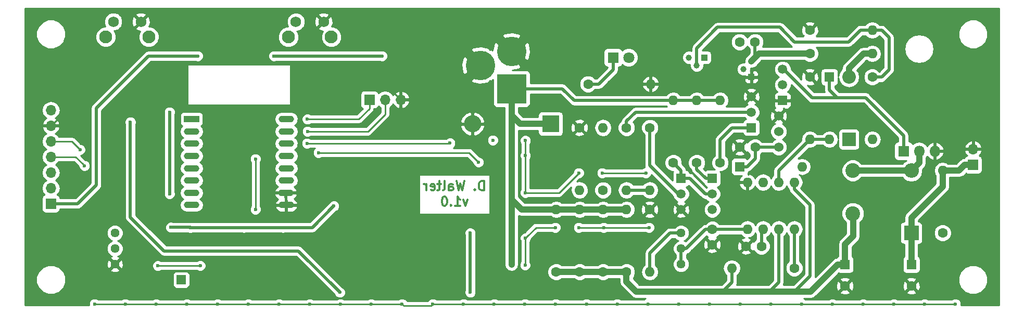
<source format=gbl>
G04 #@! TF.FileFunction,Copper,L2,Bot,Signal*
%FSLAX46Y46*%
G04 Gerber Fmt 4.6, Leading zero omitted, Abs format (unit mm)*
G04 Created by KiCad (PCBNEW 4.0.7) date 06/23/18 17:50:09*
%MOMM*%
%LPD*%
G01*
G04 APERTURE LIST*
%ADD10C,0.100000*%
%ADD11C,0.300000*%
%ADD12C,1.600000*%
%ADD13O,1.600000X1.600000*%
%ADD14C,1.524000*%
%ADD15R,1.600000X1.600000*%
%ADD16R,1.800000X1.800000*%
%ADD17O,1.800000X1.800000*%
%ADD18R,2.500000X1.100000*%
%ADD19O,2.500000X1.100000*%
%ADD20C,2.100000*%
%ADD21C,1.750000*%
%ADD22C,4.800000*%
%ADD23R,4.800000X4.800000*%
%ADD24R,1.700000X1.700000*%
%ADD25O,1.700000X1.700000*%
%ADD26C,1.520000*%
%ADD27R,1.520000X1.520000*%
%ADD28C,1.000000*%
%ADD29R,1.000000X1.000000*%
%ADD30C,1.800000*%
%ADD31R,1.500000X1.500000*%
%ADD32R,2.800000X2.800000*%
%ADD33O,2.800000X2.800000*%
%ADD34R,2.200000X2.200000*%
%ADD35O,2.200000X2.200000*%
%ADD36C,2.400000*%
%ADD37R,2.400000X2.400000*%
%ADD38O,2.400000X2.400000*%
%ADD39C,1.440000*%
%ADD40C,0.600000*%
%ADD41C,0.250000*%
%ADD42C,0.500000*%
%ADD43C,1.000000*%
%ADD44C,0.254000*%
G04 APERTURE END LIST*
D10*
D11*
X157820714Y-91478571D02*
X157820714Y-89978571D01*
X157463571Y-89978571D01*
X157249286Y-90050000D01*
X157106428Y-90192857D01*
X157035000Y-90335714D01*
X156963571Y-90621429D01*
X156963571Y-90835714D01*
X157035000Y-91121429D01*
X157106428Y-91264286D01*
X157249286Y-91407143D01*
X157463571Y-91478571D01*
X157820714Y-91478571D01*
X156320714Y-91335714D02*
X156249286Y-91407143D01*
X156320714Y-91478571D01*
X156392143Y-91407143D01*
X156320714Y-91335714D01*
X156320714Y-91478571D01*
X154606428Y-89978571D02*
X154249285Y-91478571D01*
X153963571Y-90407143D01*
X153677857Y-91478571D01*
X153320714Y-89978571D01*
X152106428Y-91478571D02*
X152106428Y-90692857D01*
X152177857Y-90550000D01*
X152320714Y-90478571D01*
X152606428Y-90478571D01*
X152749285Y-90550000D01*
X152106428Y-91407143D02*
X152249285Y-91478571D01*
X152606428Y-91478571D01*
X152749285Y-91407143D01*
X152820714Y-91264286D01*
X152820714Y-91121429D01*
X152749285Y-90978571D01*
X152606428Y-90907143D01*
X152249285Y-90907143D01*
X152106428Y-90835714D01*
X151177856Y-91478571D02*
X151320714Y-91407143D01*
X151392142Y-91264286D01*
X151392142Y-89978571D01*
X150820714Y-90478571D02*
X150249285Y-90478571D01*
X150606428Y-89978571D02*
X150606428Y-91264286D01*
X150535000Y-91407143D01*
X150392142Y-91478571D01*
X150249285Y-91478571D01*
X149177857Y-91407143D02*
X149320714Y-91478571D01*
X149606428Y-91478571D01*
X149749285Y-91407143D01*
X149820714Y-91264286D01*
X149820714Y-90692857D01*
X149749285Y-90550000D01*
X149606428Y-90478571D01*
X149320714Y-90478571D01*
X149177857Y-90550000D01*
X149106428Y-90692857D01*
X149106428Y-90835714D01*
X149820714Y-90978571D01*
X148463571Y-91478571D02*
X148463571Y-90478571D01*
X148463571Y-90764286D02*
X148392143Y-90621429D01*
X148320714Y-90550000D01*
X148177857Y-90478571D01*
X148035000Y-90478571D01*
X155177856Y-93028571D02*
X154820713Y-94028571D01*
X154463571Y-93028571D01*
X153106428Y-94028571D02*
X153963571Y-94028571D01*
X153534999Y-94028571D02*
X153534999Y-92528571D01*
X153677856Y-92742857D01*
X153820714Y-92885714D01*
X153963571Y-92957143D01*
X152463571Y-93885714D02*
X152392143Y-93957143D01*
X152463571Y-94028571D01*
X152535000Y-93957143D01*
X152463571Y-93885714D01*
X152463571Y-94028571D01*
X151463571Y-92528571D02*
X151320714Y-92528571D01*
X151177857Y-92600000D01*
X151106428Y-92671429D01*
X151034999Y-92814286D01*
X150963571Y-93100000D01*
X150963571Y-93457143D01*
X151034999Y-93742857D01*
X151106428Y-93885714D01*
X151177857Y-93957143D01*
X151320714Y-94028571D01*
X151463571Y-94028571D01*
X151606428Y-93957143D01*
X151677857Y-93885714D01*
X151749285Y-93742857D01*
X151820714Y-93457143D01*
X151820714Y-93100000D01*
X151749285Y-92814286D01*
X151677857Y-92671429D01*
X151606428Y-92600000D01*
X151463571Y-92528571D01*
D12*
X188595000Y-86995000D03*
D13*
X188595000Y-76835000D03*
X208280000Y-90170000D03*
X205740000Y-90170000D03*
X203200000Y-90170000D03*
X200660000Y-90170000D03*
X200660000Y-97790000D03*
X203200000Y-97790000D03*
X205740000Y-97790000D03*
X208280000Y-97790000D03*
D12*
X220980000Y-73025000D03*
D13*
X220980000Y-83185000D03*
D14*
X205740000Y-81915000D03*
X205740000Y-84455000D03*
X205740000Y-79375000D03*
D15*
X216535000Y-103561000D03*
D12*
X216535000Y-107061000D03*
X202946000Y-100584000D03*
X200446000Y-100584000D03*
X194945000Y-97830000D03*
X194945000Y-100330000D03*
D15*
X213995000Y-73025000D03*
D13*
X213995000Y-83185000D03*
D16*
X226060000Y-85090000D03*
D17*
X228600000Y-85090000D03*
X231140000Y-85090000D03*
D12*
X232410000Y-98425000D03*
D13*
X232410000Y-88265000D03*
D12*
X173355000Y-104775000D03*
D13*
X173355000Y-94615000D03*
D12*
X210820000Y-73025000D03*
D13*
X210820000Y-83185000D03*
D12*
X184785000Y-94615000D03*
D13*
X184785000Y-104775000D03*
D18*
X110268000Y-79884000D03*
D19*
X110268000Y-81884000D03*
X110268000Y-83884000D03*
X110268000Y-85884000D03*
X110268000Y-87884000D03*
X110268000Y-89884000D03*
X110268000Y-91884000D03*
X110268000Y-93884000D03*
X125668000Y-93884000D03*
X125568000Y-91884000D03*
X125668000Y-89884000D03*
X125668000Y-87884000D03*
X125668000Y-85884000D03*
X125668000Y-83884000D03*
X125668000Y-81884000D03*
X125668000Y-79884000D03*
D20*
X103296000Y-66498000D03*
D21*
X102036000Y-64008000D03*
X97536000Y-64008000D03*
D20*
X96286000Y-66498000D03*
X132994000Y-66525000D03*
D21*
X131734000Y-64035000D03*
X127234000Y-64035000D03*
D20*
X125984000Y-66525000D03*
D12*
X208280000Y-104140000D03*
D13*
X198120000Y-104140000D03*
D12*
X184785000Y-81280000D03*
D13*
X184785000Y-91440000D03*
D22*
X162296000Y-68834000D03*
D23*
X162296000Y-74934000D03*
D22*
X157216000Y-71124000D03*
D24*
X139192000Y-76708000D03*
D25*
X141732000Y-76708000D03*
X144272000Y-76708000D03*
D26*
X206375000Y-74295000D03*
X206375000Y-71755000D03*
D27*
X206375000Y-76835000D03*
D26*
X189865000Y-92075000D03*
X189865000Y-94615000D03*
D27*
X189865000Y-89535000D03*
D12*
X169545000Y-104775000D03*
D13*
X169545000Y-94615000D03*
D12*
X180975000Y-104775000D03*
D13*
X180975000Y-94615000D03*
D12*
X177165000Y-104775000D03*
D13*
X177165000Y-94615000D03*
D24*
X237374740Y-87311180D03*
D25*
X237374740Y-84771180D03*
D28*
X192405000Y-71120000D03*
X191135000Y-69850000D03*
D29*
X193675000Y-69850000D03*
D12*
X210820000Y-65405000D03*
D13*
X220980000Y-65405000D03*
D16*
X178816000Y-69850000D03*
D30*
X181356000Y-69850000D03*
D12*
X174752000Y-74168000D03*
D13*
X184912000Y-74168000D03*
D31*
X108585000Y-106045000D03*
D12*
X192405000Y-86995000D03*
D13*
X192405000Y-76835000D03*
D12*
X201930000Y-84455000D03*
X199430000Y-84455000D03*
D28*
X200025000Y-71755000D03*
X201295000Y-70485000D03*
D29*
X201295000Y-73025000D03*
D12*
X210820000Y-69215000D03*
D13*
X220980000Y-69215000D03*
D12*
X196215000Y-86995000D03*
D13*
X196215000Y-76835000D03*
D12*
X180975000Y-81280000D03*
D13*
X180975000Y-91440000D03*
D12*
X201890000Y-67310000D03*
X199390000Y-67310000D03*
D15*
X199390000Y-87630000D03*
D13*
X209550000Y-87630000D03*
D26*
X194945000Y-92075000D03*
X194945000Y-94615000D03*
D27*
X194945000Y-89535000D03*
D26*
X201295000Y-78740000D03*
X201295000Y-76200000D03*
D27*
X201295000Y-81280000D03*
D32*
X168656000Y-80645000D03*
D33*
X155956000Y-80645000D03*
D34*
X217170000Y-83185000D03*
D35*
X217170000Y-73025000D03*
D36*
X217805000Y-95250000D03*
X217805000Y-88250000D03*
D15*
X227330000Y-103561000D03*
D12*
X227330000Y-107061000D03*
D37*
X227330000Y-98425000D03*
D38*
X227330000Y-88265000D03*
D24*
X87374740Y-93661180D03*
D25*
X87374740Y-91121180D03*
X87374740Y-88581180D03*
X87374740Y-86041180D03*
X87374740Y-83501180D03*
X87374740Y-80961180D03*
X87374740Y-78421180D03*
D12*
X177165000Y-91440000D03*
D13*
X177165000Y-81280000D03*
D12*
X173355000Y-81280000D03*
D13*
X173355000Y-91440000D03*
D39*
X189865000Y-98425000D03*
X189865000Y-100965000D03*
X189865000Y-103505000D03*
X97790000Y-98425000D03*
X97790000Y-100965000D03*
X97790000Y-103505000D03*
D40*
X184150000Y-88646000D03*
X177038000Y-88646000D03*
X173228000Y-88646000D03*
X164549279Y-83372326D03*
X164549279Y-85815220D03*
X164529006Y-91868805D03*
X164558565Y-99259185D03*
X164499442Y-103663852D03*
X184658000Y-97536000D03*
X177292000Y-97536000D03*
X173228000Y-97536000D03*
X169418000Y-97536000D03*
X159258000Y-83312000D03*
X234488000Y-109982000D03*
X229488000Y-109982000D03*
X224488000Y-109982000D03*
X219488000Y-109982000D03*
X214488000Y-109982000D03*
X209488000Y-109982000D03*
X204488000Y-109982000D03*
X199488000Y-109982000D03*
X194488000Y-109982000D03*
X189488000Y-109982000D03*
X184488000Y-109982000D03*
X179488000Y-109982000D03*
X174488000Y-109982000D03*
X169488000Y-109982000D03*
X164488000Y-109982000D03*
X159488000Y-109982000D03*
X154488000Y-109982000D03*
X149488000Y-109982000D03*
X144488000Y-109982000D03*
X139488000Y-109982000D03*
X134488000Y-109982000D03*
X129488000Y-109982000D03*
X124488000Y-109982000D03*
X119488000Y-109982000D03*
X114488000Y-109982000D03*
X109488000Y-109982000D03*
X104488000Y-109982000D03*
X99488000Y-109982000D03*
X94488000Y-109982000D03*
X91801708Y-82180326D03*
X231140000Y-74168000D03*
X224536000Y-74168000D03*
X224536000Y-79502000D03*
X217170000Y-79502000D03*
X213868000Y-79502000D03*
X208280000Y-92964000D03*
X208280000Y-95758000D03*
X200650372Y-95817111D03*
X196095036Y-74113467D03*
X188498242Y-74124806D03*
X192278000Y-84328000D03*
X188468000Y-84328000D03*
X215646000Y-92202000D03*
X220726000Y-92202000D03*
X220726000Y-95250000D03*
X234488000Y-61976000D03*
X229488000Y-61976000D03*
X224488000Y-61976000D03*
X219488000Y-61976000D03*
X214488000Y-61976000D03*
X209488000Y-61976000D03*
X204488000Y-61976000D03*
X199488000Y-61976000D03*
X194488000Y-61976000D03*
X189488000Y-61976000D03*
X184488000Y-61976000D03*
X179488000Y-61976000D03*
X174488000Y-61976000D03*
X169488000Y-61976000D03*
X164488000Y-61976000D03*
X159488000Y-61976000D03*
X154488000Y-61976000D03*
X149488000Y-61976000D03*
X139488000Y-61976000D03*
X134488000Y-61976000D03*
X129488000Y-61976000D03*
X124488000Y-61976000D03*
X119488000Y-61976000D03*
X114488000Y-61976000D03*
X109488000Y-61976000D03*
X104488000Y-61976000D03*
X99488000Y-61976000D03*
X94488000Y-61976000D03*
X130556000Y-91440000D03*
X130556000Y-93980000D03*
X132334000Y-97282000D03*
X132334000Y-100330000D03*
X150622000Y-81534000D03*
X128524000Y-73660000D03*
X128524000Y-76708000D03*
X134366000Y-76708000D03*
X134366000Y-73660000D03*
X101092000Y-76708000D03*
X101092000Y-73660000D03*
X92202000Y-73660000D03*
X92202000Y-76708000D03*
X148590000Y-78105000D03*
X119380000Y-89535000D03*
X119380000Y-86360000D03*
X119380000Y-82550000D03*
X119380000Y-80010000D03*
X115570000Y-80010000D03*
X115570000Y-82550000D03*
X115570000Y-86360000D03*
X115570000Y-89535000D03*
X115570000Y-92075000D03*
X119380000Y-92075000D03*
X98425000Y-86360000D03*
X98425000Y-88900000D03*
X104775000Y-83185000D03*
X92710000Y-89535000D03*
X136153285Y-105622035D03*
X137661577Y-105591869D03*
X145288000Y-105664000D03*
X146812000Y-105664000D03*
X143256000Y-87376000D03*
X144780000Y-87376000D03*
X123190000Y-93980000D03*
X123190000Y-91948000D03*
X145542000Y-100330000D03*
X147320000Y-98298000D03*
X133604000Y-91440000D03*
X133604000Y-90170000D03*
X137414000Y-96266000D03*
X137414000Y-97282000D03*
X137414000Y-98298000D03*
X104394000Y-92456000D03*
X104394000Y-97790000D03*
X100314856Y-80371405D03*
X155583213Y-108085345D03*
X134382307Y-108108255D03*
X155575000Y-98425000D03*
X125095000Y-97541967D03*
X106680000Y-78740000D03*
X106680000Y-92075000D03*
X118745000Y-97539935D03*
X133404475Y-94028612D03*
X110099628Y-97550807D03*
X106888802Y-97516157D03*
X129097419Y-79890776D03*
X129116476Y-81883950D03*
X111676751Y-103745983D03*
X104759190Y-103770470D03*
X162298686Y-103547363D03*
X123664491Y-69601565D03*
X141224000Y-69596000D03*
X111252000Y-69596000D03*
X92129480Y-84858649D03*
X92845340Y-87475519D03*
X120650000Y-94615000D03*
X120650000Y-86360000D03*
X152294906Y-83811820D03*
X129032000Y-83820000D03*
X130890000Y-85344000D03*
X156935828Y-86906923D03*
D41*
X177038000Y-88646000D02*
X184150000Y-88646000D01*
X164529006Y-91868805D02*
X170005195Y-91868805D01*
X170005195Y-91868805D02*
X173228000Y-88646000D01*
X164549279Y-85815220D02*
X164549279Y-83372326D01*
X164529006Y-85835493D02*
X164549279Y-85815220D01*
X164529006Y-91868805D02*
X164529006Y-85835493D01*
X164858564Y-98959186D02*
X164558565Y-99259185D01*
X166281750Y-97536000D02*
X164858564Y-98959186D01*
X169418000Y-97536000D02*
X166281750Y-97536000D01*
X164499442Y-99318308D02*
X164558565Y-99259185D01*
X164499442Y-103663852D02*
X164499442Y-99318308D01*
X177292000Y-97536000D02*
X184658000Y-97536000D01*
X173228000Y-97536000D02*
X177292000Y-97536000D01*
X229488000Y-109982000D02*
X234488000Y-109982000D01*
X224488000Y-109982000D02*
X229488000Y-109982000D01*
X219488000Y-109982000D02*
X224488000Y-109982000D01*
X214488000Y-109982000D02*
X219488000Y-109982000D01*
X209488000Y-109982000D02*
X214488000Y-109982000D01*
X204488000Y-109982000D02*
X209488000Y-109982000D01*
X199488000Y-109982000D02*
X204488000Y-109982000D01*
X194488000Y-109982000D02*
X199488000Y-109982000D01*
X189488000Y-109982000D02*
X194488000Y-109982000D01*
X184488000Y-109982000D02*
X189488000Y-109982000D01*
X179488000Y-109982000D02*
X184488000Y-109982000D01*
X174488000Y-109982000D02*
X179488000Y-109982000D01*
X169488000Y-109982000D02*
X174488000Y-109982000D01*
X164488000Y-109982000D02*
X169488000Y-109982000D01*
X159488000Y-109982000D02*
X164488000Y-109982000D01*
X154488000Y-109982000D02*
X159488000Y-109982000D01*
X149488000Y-109982000D02*
X154488000Y-109982000D01*
X144488000Y-109982000D02*
X144787999Y-110281999D01*
X144787999Y-110281999D02*
X149188001Y-110281999D01*
X149188001Y-110281999D02*
X149488000Y-109982000D01*
X139488000Y-109982000D02*
X144488000Y-109982000D01*
X134488000Y-109982000D02*
X139488000Y-109982000D01*
X129488000Y-109982000D02*
X134488000Y-109982000D01*
X124488000Y-109982000D02*
X129488000Y-109982000D01*
X119488000Y-109982000D02*
X124488000Y-109982000D01*
X114488000Y-109982000D02*
X119488000Y-109982000D01*
X109488000Y-109982000D02*
X114488000Y-109982000D01*
X104488000Y-109982000D02*
X109488000Y-109982000D01*
X99488000Y-109982000D02*
X104488000Y-109982000D01*
X94488000Y-109982000D02*
X99488000Y-109982000D01*
X224536000Y-79502000D02*
X224536000Y-74168000D01*
X213868000Y-79502000D02*
X217170000Y-79502000D01*
X208280000Y-95758000D02*
X208280000Y-92964000D01*
X200660000Y-95807483D02*
X200650372Y-95817111D01*
X200660000Y-90170000D02*
X200660000Y-95807483D01*
X196083697Y-74124806D02*
X196095036Y-74113467D01*
X188498242Y-74124806D02*
X196083697Y-74124806D01*
X188468000Y-84328000D02*
X192278000Y-84328000D01*
X220726000Y-92202000D02*
X215646000Y-92202000D01*
X216535000Y-107061000D02*
X220726000Y-102870000D01*
X220726000Y-102870000D02*
X220726000Y-101555002D01*
X220726000Y-101555002D02*
X220726000Y-95250000D01*
X92202000Y-73660000D02*
X92202000Y-64262000D01*
X92202000Y-64262000D02*
X94488000Y-61976000D01*
X130556000Y-93980000D02*
X130556000Y-91440000D01*
X132334000Y-100330000D02*
X132334000Y-97282000D01*
X134366000Y-76708000D02*
X128524000Y-76708000D01*
X144272000Y-76708000D02*
X141224000Y-73660000D01*
X141224000Y-73660000D02*
X134366000Y-73660000D01*
X101092000Y-73660000D02*
X101092000Y-76708000D01*
X87374740Y-80961180D02*
X91627920Y-76708000D01*
X91627920Y-76708000D02*
X92202000Y-76708000D01*
X119380000Y-86360000D02*
X119380000Y-89535000D01*
X119380000Y-80010000D02*
X119380000Y-82550000D01*
X115570000Y-82550000D02*
X115570000Y-80010000D01*
X115570000Y-89535000D02*
X115570000Y-86360000D01*
X119380000Y-92075000D02*
X115570000Y-92075000D01*
X98425000Y-88900000D02*
X98425000Y-86360000D01*
D42*
X137661577Y-105591869D02*
X136183451Y-105591869D01*
X136183451Y-105591869D02*
X136153285Y-105622035D01*
X146812000Y-105664000D02*
X145288000Y-105664000D01*
X144780000Y-87376000D02*
X143256000Y-87376000D01*
X124968000Y-91884000D02*
X123254000Y-91884000D01*
X123254000Y-91884000D02*
X123190000Y-91948000D01*
X133604000Y-90170000D02*
X133604000Y-91440000D01*
X137414000Y-98298000D02*
X137414000Y-97282000D01*
D43*
X208280000Y-107986246D02*
X210924127Y-107986246D01*
X210924127Y-107986246D02*
X215349373Y-103561000D01*
X215349373Y-103561000D02*
X216535000Y-103561000D01*
X216535000Y-100243390D02*
X216535000Y-103561000D01*
X180975000Y-104775000D02*
X180975000Y-106370804D01*
X180975000Y-106370804D02*
X182590442Y-107986246D01*
X182590442Y-107986246D02*
X196596000Y-107986246D01*
X177165000Y-104775000D02*
X180975000Y-104775000D01*
X173355000Y-104775000D02*
X177165000Y-104775000D01*
X169545000Y-104775000D02*
X173355000Y-104775000D01*
D42*
X198120000Y-104140000D02*
X198130349Y-104150349D01*
X198130349Y-104150349D02*
X198130349Y-106451897D01*
X198130349Y-106451897D02*
X196596000Y-107986246D01*
X205740000Y-97790000D02*
X205740000Y-106462246D01*
X205740000Y-106462246D02*
X204216000Y-107986246D01*
D43*
X204216000Y-107986246D02*
X208280000Y-107986246D01*
D42*
X208280000Y-90170000D02*
X208280000Y-91301370D01*
X208280000Y-91301370D02*
X210820000Y-93841370D01*
X210820000Y-93841370D02*
X210820000Y-105446246D01*
X210820000Y-105446246D02*
X208280000Y-107986246D01*
D43*
X196596000Y-107986246D02*
X204216000Y-107986246D01*
X216535000Y-100243390D02*
X217842658Y-98935732D01*
X217842658Y-98935732D02*
X217842658Y-95287658D01*
X217842658Y-95287658D02*
X217805000Y-95250000D01*
D42*
X201930000Y-84455000D02*
X201930000Y-86317651D01*
X201930000Y-86317651D02*
X200617651Y-87630000D01*
X200617651Y-87630000D02*
X199390000Y-87630000D01*
X205740000Y-84455000D02*
X201930000Y-84455000D01*
X194945000Y-97830000D02*
X193842862Y-97830000D01*
X193842862Y-97830000D02*
X190707862Y-100965000D01*
X190707862Y-100965000D02*
X189865000Y-100965000D01*
X194945000Y-97830000D02*
X200620000Y-97830000D01*
X200620000Y-97830000D02*
X200660000Y-97790000D01*
X189865000Y-103505000D02*
X189865000Y-100965000D01*
X100314856Y-95869856D02*
X100314856Y-80795669D01*
X105795764Y-101350764D02*
X100314856Y-95869856D01*
X127624816Y-101350764D02*
X105795764Y-101350764D01*
X100314856Y-80795669D02*
X100314856Y-80371405D01*
X134382307Y-108108255D02*
X127624816Y-101350764D01*
X155575000Y-98425000D02*
X155575000Y-108077132D01*
X155575000Y-108077132D02*
X155583213Y-108085345D01*
D43*
X228600000Y-85090000D02*
X228600000Y-86995000D01*
X228600000Y-86995000D02*
X227330000Y-88265000D01*
X217805000Y-88250000D02*
X227315000Y-88250000D01*
X227315000Y-88250000D02*
X227330000Y-88265000D01*
D42*
X210820000Y-83185000D02*
X205740000Y-88265000D01*
X205740000Y-88265000D02*
X205740000Y-90170000D01*
X213995000Y-83185000D02*
X210820000Y-83185000D01*
X211150773Y-76395369D02*
X215265000Y-76395369D01*
X215265000Y-76395369D02*
X219905369Y-76395369D01*
X213995000Y-75125369D02*
X215265000Y-76395369D01*
X213995000Y-73025000D02*
X213995000Y-75125369D01*
X206375000Y-71755000D02*
X206510404Y-71755000D01*
X206510404Y-71755000D02*
X211150773Y-76395369D01*
X219905369Y-76395369D02*
X226060000Y-82550000D01*
X226060000Y-82550000D02*
X226060000Y-85090000D01*
X123071422Y-97541967D02*
X125095000Y-97541967D01*
X125095000Y-97541967D02*
X129891120Y-97541967D01*
X106680000Y-92075000D02*
X106680000Y-78740000D01*
X116133794Y-97539935D02*
X118745000Y-97539935D01*
X118745000Y-97539935D02*
X123069390Y-97539935D01*
X129891120Y-97541967D02*
X133404475Y-94028612D01*
X123069390Y-97539935D02*
X123071422Y-97541967D01*
X116122922Y-97550807D02*
X116133794Y-97539935D01*
X110099628Y-97550807D02*
X116122922Y-97550807D01*
X110064978Y-97516157D02*
X110099628Y-97550807D01*
X106888802Y-97516157D02*
X110064978Y-97516157D01*
D41*
X139192000Y-76708000D02*
X139192000Y-78142946D01*
X139192000Y-78142946D02*
X137445399Y-79889547D01*
X137445399Y-79889547D02*
X129098648Y-79889547D01*
X129098648Y-79889547D02*
X129097419Y-79890776D01*
X141732000Y-76708000D02*
X141732000Y-79111241D01*
X141732000Y-79111241D02*
X138959291Y-81883950D01*
X138959291Y-81883950D02*
X129116476Y-81883950D01*
X111652264Y-103770470D02*
X111676751Y-103745983D01*
X104759190Y-103770470D02*
X111652264Y-103770470D01*
D43*
X162298686Y-103123099D02*
X162298686Y-103547363D01*
X162298686Y-92966686D02*
X162298686Y-103123099D01*
X162296000Y-92964000D02*
X162298686Y-92966686D01*
X162296000Y-79248000D02*
X162296000Y-92964000D01*
X169545000Y-94615000D02*
X163947000Y-94615000D01*
X163947000Y-94615000D02*
X162296000Y-92964000D01*
D42*
X111252000Y-69596000D02*
X111246497Y-69590497D01*
X111246497Y-69590497D02*
X103272116Y-69590497D01*
X103272116Y-69590497D02*
X94749248Y-78113365D01*
X94749248Y-78113365D02*
X94749248Y-90670752D01*
X94749248Y-90670752D02*
X91758820Y-93661180D01*
X91758820Y-93661180D02*
X87374740Y-93661180D01*
X162296000Y-74934000D02*
X170555657Y-74934000D01*
X170555657Y-74934000D02*
X172456657Y-76835000D01*
X172456657Y-76835000D02*
X188595000Y-76835000D01*
D43*
X168656000Y-80645000D02*
X163693000Y-80645000D01*
X163693000Y-80645000D02*
X162296000Y-79248000D01*
D42*
X123670056Y-69596000D02*
X123664491Y-69601565D01*
X141224000Y-69596000D02*
X123670056Y-69596000D01*
D43*
X177165000Y-94615000D02*
X180975000Y-94615000D01*
X173355000Y-94615000D02*
X177165000Y-94615000D01*
X169545000Y-94615000D02*
X173355000Y-94615000D01*
D42*
X192405000Y-76835000D02*
X188595000Y-76835000D01*
X196215000Y-76835000D02*
X192405000Y-76835000D01*
X202946000Y-100584000D02*
X202946000Y-98044000D01*
X202946000Y-98044000D02*
X203200000Y-97790000D01*
D43*
X162296000Y-74934000D02*
X162296000Y-79248000D01*
X162296000Y-74934000D02*
X163026083Y-75664083D01*
X202960885Y-97727685D02*
X203000885Y-97687685D01*
D42*
X184785000Y-87448485D02*
X184785000Y-81280000D01*
X189865000Y-92075000D02*
X189411515Y-92075000D01*
X189411515Y-92075000D02*
X184785000Y-87448485D01*
X194945000Y-92075000D02*
X193789183Y-92075000D01*
X193789183Y-92075000D02*
X191249183Y-89535000D01*
X191249183Y-89535000D02*
X189865000Y-89535000D01*
X188595000Y-86995000D02*
X188595000Y-87003401D01*
X188595000Y-87003401D02*
X189865000Y-88273401D01*
X189865000Y-88273401D02*
X189865000Y-89535000D01*
D41*
X91829481Y-84558650D02*
X92129480Y-84858649D01*
X90772011Y-83501180D02*
X91829481Y-84558650D01*
X87374740Y-83501180D02*
X90772011Y-83501180D01*
X92545341Y-87175520D02*
X92845340Y-87475519D01*
X91411001Y-86041180D02*
X92545341Y-87175520D01*
X87374740Y-86041180D02*
X91411001Y-86041180D01*
D43*
X235070920Y-88265000D02*
X232410000Y-88265000D01*
X237374740Y-87311180D02*
X236024740Y-87311180D01*
X236024740Y-87311180D02*
X235070920Y-88265000D01*
X227330000Y-98425000D02*
X227330000Y-103561000D01*
X227330000Y-98425000D02*
X227330000Y-95944107D01*
X232410000Y-90864107D02*
X232410000Y-88265000D01*
X227330000Y-95944107D02*
X232410000Y-90864107D01*
D42*
X174752000Y-74168000D02*
X176509414Y-74168000D01*
X176509414Y-74168000D02*
X178816000Y-71861414D01*
X178816000Y-71861414D02*
X178816000Y-69850000D01*
X219021451Y-65405000D02*
X220980000Y-65405000D01*
X217116451Y-67310000D02*
X219021451Y-65405000D01*
X208332620Y-67310000D02*
X217116451Y-67310000D01*
X195815815Y-64932089D02*
X205954709Y-64932089D01*
X205954709Y-64932089D02*
X208332620Y-67310000D01*
X192405000Y-68342904D02*
X195815815Y-64932089D01*
X192405000Y-71120000D02*
X192405000Y-68342904D01*
X220980000Y-65405000D02*
X222493463Y-65405000D01*
X222493463Y-65405000D02*
X223703669Y-66615206D01*
X223703669Y-71815995D02*
X222494664Y-73025000D01*
X223703669Y-66615206D02*
X223703669Y-71815995D01*
X222494664Y-73025000D02*
X220980000Y-73025000D01*
D41*
X120650000Y-86360000D02*
X120650000Y-94615000D01*
D42*
X184785000Y-104775000D02*
X184790396Y-104769604D01*
X184790396Y-104769604D02*
X184790396Y-101698722D01*
X184790396Y-101698722D02*
X188064118Y-98425000D01*
X188064118Y-98425000D02*
X189865000Y-98425000D01*
X201890000Y-67310000D02*
X201890000Y-69890000D01*
X201890000Y-69890000D02*
X201295000Y-70485000D01*
X201295000Y-70485000D02*
X201295000Y-70457744D01*
D43*
X201295000Y-70457744D02*
X202537744Y-69215000D01*
X202537744Y-69215000D02*
X210820000Y-69215000D01*
D42*
X198158179Y-81280000D02*
X201295000Y-81280000D01*
X196215000Y-86995000D02*
X196215000Y-83223179D01*
X196215000Y-83223179D02*
X198158179Y-81280000D01*
X208280000Y-97790000D02*
X208280000Y-104140000D01*
X192405000Y-86995000D02*
X192405000Y-88055252D01*
X192405000Y-88055252D02*
X193884748Y-89535000D01*
X193884748Y-89535000D02*
X194945000Y-89535000D01*
X180975000Y-81280000D02*
X180975000Y-80247712D01*
X180975000Y-80247712D02*
X182482712Y-78740000D01*
X182482712Y-78740000D02*
X201295000Y-78740000D01*
D41*
X152286726Y-83820000D02*
X152294906Y-83811820D01*
X129032000Y-83820000D02*
X152286726Y-83820000D01*
D42*
X184785000Y-91440000D02*
X180975000Y-91440000D01*
D43*
X217170000Y-73025000D02*
X217170000Y-71578269D01*
X217170000Y-71578269D02*
X219533269Y-69215000D01*
X219533269Y-69215000D02*
X220980000Y-69215000D01*
D41*
X130890000Y-85344000D02*
X155372905Y-85344000D01*
X155372905Y-85344000D02*
X156935828Y-86906923D01*
D44*
G36*
X241548920Y-110215680D02*
X235403371Y-110215680D01*
X235422838Y-110168799D01*
X235423162Y-109796833D01*
X235281117Y-109453057D01*
X235018327Y-109189808D01*
X234674799Y-109047162D01*
X234302833Y-109046838D01*
X233959057Y-109188883D01*
X233925882Y-109222000D01*
X230050463Y-109222000D01*
X230018327Y-109189808D01*
X229674799Y-109047162D01*
X229302833Y-109046838D01*
X228959057Y-109188883D01*
X228925882Y-109222000D01*
X225050463Y-109222000D01*
X225018327Y-109189808D01*
X224674799Y-109047162D01*
X224302833Y-109046838D01*
X223959057Y-109188883D01*
X223925882Y-109222000D01*
X220050463Y-109222000D01*
X220018327Y-109189808D01*
X219674799Y-109047162D01*
X219302833Y-109046838D01*
X218959057Y-109188883D01*
X218925882Y-109222000D01*
X215050463Y-109222000D01*
X215018327Y-109189808D01*
X214674799Y-109047162D01*
X214302833Y-109046838D01*
X213959057Y-109188883D01*
X213925882Y-109222000D01*
X210050463Y-109222000D01*
X210018327Y-109189808D01*
X209853212Y-109121246D01*
X210924127Y-109121246D01*
X211358473Y-109034849D01*
X211726693Y-108788812D01*
X212446760Y-108068745D01*
X215706861Y-108068745D01*
X215780995Y-108314864D01*
X216318223Y-108507965D01*
X216888454Y-108480778D01*
X217289005Y-108314864D01*
X217363139Y-108068745D01*
X226501861Y-108068745D01*
X226575995Y-108314864D01*
X227113223Y-108507965D01*
X227683454Y-108480778D01*
X228084005Y-108314864D01*
X228158139Y-108068745D01*
X227330000Y-107240605D01*
X226501861Y-108068745D01*
X217363139Y-108068745D01*
X216535000Y-107240605D01*
X215706861Y-108068745D01*
X212446760Y-108068745D01*
X213671282Y-106844223D01*
X215088035Y-106844223D01*
X215115222Y-107414454D01*
X215281136Y-107815005D01*
X215527255Y-107889139D01*
X216355395Y-107061000D01*
X216714605Y-107061000D01*
X217542745Y-107889139D01*
X217788864Y-107815005D01*
X217981965Y-107277777D01*
X217961295Y-106844223D01*
X225883035Y-106844223D01*
X225910222Y-107414454D01*
X226076136Y-107815005D01*
X226322255Y-107889139D01*
X227150395Y-107061000D01*
X227509605Y-107061000D01*
X228337745Y-107889139D01*
X228583864Y-107815005D01*
X228776965Y-107277777D01*
X228749778Y-106707546D01*
X228668887Y-106512256D01*
X234990227Y-106512256D01*
X235352566Y-107389183D01*
X236022908Y-108060696D01*
X236899201Y-108424565D01*
X237848036Y-108425393D01*
X238724963Y-108063054D01*
X239396476Y-107392712D01*
X239760345Y-106516419D01*
X239761173Y-105567584D01*
X239398834Y-104690657D01*
X238728492Y-104019144D01*
X237852199Y-103655275D01*
X236903364Y-103654447D01*
X236026437Y-104016786D01*
X235354924Y-104687128D01*
X234991055Y-105563421D01*
X234990227Y-106512256D01*
X228668887Y-106512256D01*
X228583864Y-106306995D01*
X228337745Y-106232861D01*
X227509605Y-107061000D01*
X227150395Y-107061000D01*
X226322255Y-106232861D01*
X226076136Y-106306995D01*
X225883035Y-106844223D01*
X217961295Y-106844223D01*
X217954778Y-106707546D01*
X217788864Y-106306995D01*
X217542745Y-106232861D01*
X216714605Y-107061000D01*
X216355395Y-107061000D01*
X215527255Y-106232861D01*
X215281136Y-106306995D01*
X215088035Y-106844223D01*
X213671282Y-106844223D01*
X214462250Y-106053255D01*
X215706861Y-106053255D01*
X216535000Y-106881395D01*
X217363139Y-106053255D01*
X226501861Y-106053255D01*
X227330000Y-106881395D01*
X228158139Y-106053255D01*
X228084005Y-105807136D01*
X227546777Y-105614035D01*
X226976546Y-105641222D01*
X226575995Y-105807136D01*
X226501861Y-106053255D01*
X217363139Y-106053255D01*
X217289005Y-105807136D01*
X216751777Y-105614035D01*
X216181546Y-105641222D01*
X215780995Y-105807136D01*
X215706861Y-106053255D01*
X214462250Y-106053255D01*
X215545450Y-104970055D01*
X215735000Y-105008440D01*
X217335000Y-105008440D01*
X217570317Y-104964162D01*
X217786441Y-104825090D01*
X217931431Y-104612890D01*
X217982440Y-104361000D01*
X217982440Y-102761000D01*
X217938162Y-102525683D01*
X217799090Y-102309559D01*
X217670000Y-102221356D01*
X217670000Y-100713522D01*
X218645224Y-99738298D01*
X218891262Y-99370077D01*
X218977658Y-98935732D01*
X218977658Y-97225000D01*
X225482560Y-97225000D01*
X225482560Y-99625000D01*
X225526838Y-99860317D01*
X225665910Y-100076441D01*
X225878110Y-100221431D01*
X226130000Y-100272440D01*
X226195000Y-100272440D01*
X226195000Y-102221982D01*
X226078559Y-102296910D01*
X225933569Y-102509110D01*
X225882560Y-102761000D01*
X225882560Y-104361000D01*
X225926838Y-104596317D01*
X226065910Y-104812441D01*
X226278110Y-104957431D01*
X226530000Y-105008440D01*
X228130000Y-105008440D01*
X228365317Y-104964162D01*
X228581441Y-104825090D01*
X228726431Y-104612890D01*
X228777440Y-104361000D01*
X228777440Y-102761000D01*
X228733162Y-102525683D01*
X228594090Y-102309559D01*
X228465000Y-102221356D01*
X228465000Y-100272440D01*
X228530000Y-100272440D01*
X228765317Y-100228162D01*
X228981441Y-100089090D01*
X229126431Y-99876890D01*
X229177440Y-99625000D01*
X229177440Y-98709187D01*
X230974752Y-98709187D01*
X231192757Y-99236800D01*
X231596077Y-99640824D01*
X232123309Y-99859750D01*
X232694187Y-99860248D01*
X233221800Y-99642243D01*
X233625824Y-99238923D01*
X233844750Y-98711691D01*
X233845248Y-98140813D01*
X233627243Y-97613200D01*
X233223923Y-97209176D01*
X232696691Y-96990250D01*
X232125813Y-96989752D01*
X231598200Y-97207757D01*
X231194176Y-97611077D01*
X230975250Y-98138309D01*
X230974752Y-98709187D01*
X229177440Y-98709187D01*
X229177440Y-97225000D01*
X229133162Y-96989683D01*
X228994090Y-96773559D01*
X228781890Y-96628569D01*
X228530000Y-96577560D01*
X228465000Y-96577560D01*
X228465000Y-96414239D01*
X233212566Y-91666673D01*
X233331694Y-91488385D01*
X233458603Y-91298453D01*
X233545000Y-90864107D01*
X233545000Y-89400000D01*
X235070920Y-89400000D01*
X235505266Y-89313603D01*
X235873486Y-89067566D01*
X236219734Y-88721318D01*
X236272850Y-88757611D01*
X236524740Y-88808620D01*
X238224740Y-88808620D01*
X238460057Y-88764342D01*
X238676181Y-88625270D01*
X238821171Y-88413070D01*
X238872180Y-88161180D01*
X238872180Y-86461180D01*
X238827902Y-86225863D01*
X238688830Y-86009739D01*
X238476630Y-85864749D01*
X238368633Y-85842879D01*
X238646385Y-85538104D01*
X238816216Y-85128070D01*
X238694895Y-84898180D01*
X237501740Y-84898180D01*
X237501740Y-84918180D01*
X237247740Y-84918180D01*
X237247740Y-84898180D01*
X236054585Y-84898180D01*
X235933264Y-85128070D01*
X236103095Y-85538104D01*
X236379241Y-85841117D01*
X236289423Y-85858018D01*
X236073299Y-85997090D01*
X235939323Y-86193171D01*
X235590394Y-86262577D01*
X235303775Y-86454090D01*
X235222174Y-86508614D01*
X234600788Y-87130000D01*
X233286728Y-87130000D01*
X232959151Y-86911120D01*
X232410000Y-86801887D01*
X231860849Y-86911120D01*
X231395302Y-87222189D01*
X231084233Y-87687736D01*
X230975000Y-88236887D01*
X230975000Y-88293113D01*
X231084233Y-88842264D01*
X231275000Y-89127767D01*
X231275000Y-90393975D01*
X226527434Y-95141541D01*
X226281397Y-95509761D01*
X226195000Y-95944107D01*
X226195000Y-96577560D01*
X226130000Y-96577560D01*
X225894683Y-96621838D01*
X225678559Y-96760910D01*
X225533569Y-96973110D01*
X225482560Y-97225000D01*
X218977658Y-97225000D01*
X218977658Y-96672207D01*
X219359730Y-96290801D01*
X219639681Y-95616605D01*
X219640318Y-94886597D01*
X219361545Y-94211914D01*
X218845801Y-93695270D01*
X218171605Y-93415319D01*
X217441597Y-93414682D01*
X216766914Y-93693455D01*
X216250270Y-94209199D01*
X215970319Y-94883395D01*
X215969682Y-95613403D01*
X216248455Y-96288086D01*
X216707658Y-96748090D01*
X216707658Y-98465600D01*
X215732434Y-99440824D01*
X215486397Y-99809044D01*
X215400000Y-100243390D01*
X215400000Y-102221982D01*
X215283559Y-102296910D01*
X215171130Y-102461455D01*
X214915027Y-102512397D01*
X214591322Y-102728690D01*
X214546807Y-102758434D01*
X211666762Y-105638479D01*
X211705000Y-105446246D01*
X211705000Y-93841370D01*
X211637633Y-93502695D01*
X211445790Y-93215580D01*
X211445787Y-93215578D01*
X209354108Y-91123898D01*
X209605767Y-90747264D01*
X209715000Y-90198113D01*
X209715000Y-90141887D01*
X209605767Y-89592736D01*
X209294698Y-89127189D01*
X209065874Y-88974293D01*
X209521887Y-89065000D01*
X209578113Y-89065000D01*
X210127264Y-88955767D01*
X210592811Y-88644698D01*
X210903880Y-88179151D01*
X211013113Y-87630000D01*
X210903880Y-87080849D01*
X210592811Y-86615302D01*
X210127264Y-86304233D01*
X209578113Y-86195000D01*
X209521887Y-86195000D01*
X208972736Y-86304233D01*
X208911289Y-86345291D01*
X210643562Y-84613017D01*
X210820000Y-84648113D01*
X211369151Y-84538880D01*
X211834698Y-84227811D01*
X211940144Y-84070000D01*
X212874856Y-84070000D01*
X212980302Y-84227811D01*
X213445849Y-84538880D01*
X213995000Y-84648113D01*
X214544151Y-84538880D01*
X215009698Y-84227811D01*
X215320767Y-83762264D01*
X215422560Y-83250516D01*
X215422560Y-84285000D01*
X215466838Y-84520317D01*
X215605910Y-84736441D01*
X215818110Y-84881431D01*
X216070000Y-84932440D01*
X218270000Y-84932440D01*
X218505317Y-84888162D01*
X218721441Y-84749090D01*
X218866431Y-84536890D01*
X218917440Y-84285000D01*
X218917440Y-83156887D01*
X219545000Y-83156887D01*
X219545000Y-83213113D01*
X219654233Y-83762264D01*
X219965302Y-84227811D01*
X220430849Y-84538880D01*
X220980000Y-84648113D01*
X221529151Y-84538880D01*
X221994698Y-84227811D01*
X222305767Y-83762264D01*
X222415000Y-83213113D01*
X222415000Y-83156887D01*
X222305767Y-82607736D01*
X221994698Y-82142189D01*
X221529151Y-81831120D01*
X220980000Y-81721887D01*
X220430849Y-81831120D01*
X219965302Y-82142189D01*
X219654233Y-82607736D01*
X219545000Y-83156887D01*
X218917440Y-83156887D01*
X218917440Y-82085000D01*
X218873162Y-81849683D01*
X218734090Y-81633559D01*
X218521890Y-81488569D01*
X218270000Y-81437560D01*
X216070000Y-81437560D01*
X215834683Y-81481838D01*
X215618559Y-81620910D01*
X215473569Y-81833110D01*
X215422560Y-82085000D01*
X215422560Y-83119484D01*
X215320767Y-82607736D01*
X215009698Y-82142189D01*
X214544151Y-81831120D01*
X213995000Y-81721887D01*
X213445849Y-81831120D01*
X212980302Y-82142189D01*
X212874856Y-82300000D01*
X211940144Y-82300000D01*
X211834698Y-82142189D01*
X211369151Y-81831120D01*
X210820000Y-81721887D01*
X210270849Y-81831120D01*
X209805302Y-82142189D01*
X209494233Y-82607736D01*
X209385000Y-83156887D01*
X209385000Y-83213113D01*
X209410767Y-83342654D01*
X205114210Y-87639210D01*
X204922367Y-87926325D01*
X204922367Y-87926326D01*
X204854999Y-88265000D01*
X204855000Y-88265005D01*
X204855000Y-89040527D01*
X204725302Y-89127189D01*
X204470000Y-89509275D01*
X204214698Y-89127189D01*
X203749151Y-88816120D01*
X203200000Y-88706887D01*
X202650849Y-88816120D01*
X202185302Y-89127189D01*
X201915014Y-89531703D01*
X201812389Y-89314866D01*
X201397423Y-88938959D01*
X201009039Y-88778096D01*
X200787002Y-88900084D01*
X200787002Y-88735000D01*
X200750143Y-88735000D01*
X200786431Y-88681890D01*
X200828729Y-88473014D01*
X200900135Y-88458810D01*
X200956326Y-88447633D01*
X201243441Y-88255790D01*
X202555787Y-86943443D01*
X202555790Y-86943441D01*
X202747633Y-86656326D01*
X202758810Y-86600135D01*
X202815001Y-86317651D01*
X202815000Y-86317646D01*
X202815000Y-85599171D01*
X203074623Y-85340000D01*
X204649522Y-85340000D01*
X204947630Y-85638629D01*
X205460900Y-85851757D01*
X206016661Y-85852242D01*
X206530303Y-85640010D01*
X206923629Y-85247370D01*
X207136757Y-84734100D01*
X207137242Y-84178339D01*
X206925010Y-83664697D01*
X206532370Y-83271371D01*
X206324488Y-83185051D01*
X206530303Y-83100010D01*
X206923629Y-82707370D01*
X207136757Y-82194100D01*
X207137242Y-81638339D01*
X206925010Y-81124697D01*
X206532370Y-80731371D01*
X206340273Y-80651605D01*
X206471143Y-80597397D01*
X206540608Y-80355213D01*
X205740000Y-79554605D01*
X204939392Y-80355213D01*
X205008857Y-80597397D01*
X205149318Y-80647509D01*
X204949697Y-80729990D01*
X204556371Y-81122630D01*
X204343243Y-81635900D01*
X204342758Y-82191661D01*
X204554990Y-82705303D01*
X204947630Y-83098629D01*
X205155512Y-83184949D01*
X204949697Y-83269990D01*
X204649163Y-83570000D01*
X203074171Y-83570000D01*
X202743923Y-83239176D01*
X202216691Y-83020250D01*
X201645813Y-83019752D01*
X201118200Y-83237757D01*
X200714176Y-83641077D01*
X200686577Y-83707544D01*
X200683864Y-83700995D01*
X200437745Y-83626861D01*
X199609605Y-84455000D01*
X200437745Y-85283139D01*
X200683864Y-85209005D01*
X200686196Y-85202517D01*
X200712757Y-85266800D01*
X201045000Y-85599623D01*
X201045000Y-85951072D01*
X200632360Y-86363712D01*
X200441890Y-86233569D01*
X200190000Y-86182560D01*
X198590000Y-86182560D01*
X198354683Y-86226838D01*
X198138559Y-86365910D01*
X197993569Y-86578110D01*
X197942560Y-86830000D01*
X197942560Y-88430000D01*
X197986838Y-88665317D01*
X198125910Y-88881441D01*
X198338110Y-89026431D01*
X198590000Y-89077440D01*
X199769707Y-89077440D01*
X199507611Y-89314866D01*
X199268086Y-89820959D01*
X199389371Y-90043000D01*
X200533000Y-90043000D01*
X200533000Y-90023000D01*
X200787000Y-90023000D01*
X200787000Y-90043000D01*
X200807000Y-90043000D01*
X200807000Y-90297000D01*
X200787000Y-90297000D01*
X200787000Y-91439915D01*
X201009039Y-91561904D01*
X201397423Y-91401041D01*
X201812389Y-91025134D01*
X201915014Y-90808297D01*
X202185302Y-91212811D01*
X202650849Y-91523880D01*
X203200000Y-91633113D01*
X203749151Y-91523880D01*
X204214698Y-91212811D01*
X204470000Y-90830725D01*
X204725302Y-91212811D01*
X205190849Y-91523880D01*
X205740000Y-91633113D01*
X206289151Y-91523880D01*
X206754698Y-91212811D01*
X207010000Y-90830725D01*
X207265302Y-91212811D01*
X207395000Y-91299473D01*
X207395000Y-91301365D01*
X207394999Y-91301370D01*
X207444029Y-91547854D01*
X207462367Y-91640045D01*
X207554996Y-91778675D01*
X207654210Y-91927160D01*
X209935000Y-94207949D01*
X209935000Y-105079667D01*
X208163420Y-106851246D01*
X206524007Y-106851246D01*
X206557633Y-106800921D01*
X206625000Y-106462246D01*
X206625000Y-98919473D01*
X206754698Y-98832811D01*
X207010000Y-98450725D01*
X207265302Y-98832811D01*
X207395000Y-98919473D01*
X207395000Y-102995829D01*
X207064176Y-103326077D01*
X206845250Y-103853309D01*
X206844752Y-104424187D01*
X207062757Y-104951800D01*
X207466077Y-105355824D01*
X207993309Y-105574750D01*
X208564187Y-105575248D01*
X209091800Y-105357243D01*
X209495824Y-104953923D01*
X209714750Y-104426691D01*
X209715248Y-103855813D01*
X209497243Y-103328200D01*
X209165000Y-102995377D01*
X209165000Y-98919473D01*
X209294698Y-98832811D01*
X209605767Y-98367264D01*
X209715000Y-97818113D01*
X209715000Y-97761887D01*
X209605767Y-97212736D01*
X209294698Y-96747189D01*
X208829151Y-96436120D01*
X208280000Y-96326887D01*
X207730849Y-96436120D01*
X207265302Y-96747189D01*
X207010000Y-97129275D01*
X206754698Y-96747189D01*
X206289151Y-96436120D01*
X205740000Y-96326887D01*
X205190849Y-96436120D01*
X204725302Y-96747189D01*
X204470000Y-97129275D01*
X204214698Y-96747189D01*
X203749151Y-96436120D01*
X203200000Y-96326887D01*
X202650849Y-96436120D01*
X202185302Y-96747189D01*
X201930000Y-97129275D01*
X201674698Y-96747189D01*
X201209151Y-96436120D01*
X200660000Y-96326887D01*
X200110849Y-96436120D01*
X199645302Y-96747189D01*
X199513129Y-96945000D01*
X196089171Y-96945000D01*
X195758923Y-96614176D01*
X195231691Y-96395250D01*
X194660813Y-96394752D01*
X194133200Y-96612757D01*
X193789806Y-96955553D01*
X193504188Y-97012366D01*
X193418284Y-97069765D01*
X193217072Y-97204210D01*
X193217070Y-97204213D01*
X190612899Y-99808383D01*
X190339736Y-99694955D01*
X190631543Y-99574383D01*
X191013043Y-99193548D01*
X191219764Y-98695709D01*
X191220235Y-98156656D01*
X191014383Y-97658457D01*
X190633548Y-97276957D01*
X190135709Y-97070236D01*
X189596656Y-97069765D01*
X189098457Y-97275617D01*
X188833612Y-97540000D01*
X188064123Y-97540000D01*
X188064118Y-97539999D01*
X187781634Y-97596190D01*
X187725443Y-97607367D01*
X187438328Y-97799210D01*
X187438326Y-97799213D01*
X184164606Y-101072932D01*
X183972763Y-101360047D01*
X183972763Y-101360048D01*
X183905395Y-101698722D01*
X183905396Y-101698727D01*
X183905396Y-103641922D01*
X183770302Y-103732189D01*
X183459233Y-104197736D01*
X183350000Y-104746887D01*
X183350000Y-104803113D01*
X183459233Y-105352264D01*
X183770302Y-105817811D01*
X184235849Y-106128880D01*
X184785000Y-106238113D01*
X185334151Y-106128880D01*
X185799698Y-105817811D01*
X186110767Y-105352264D01*
X186220000Y-104803113D01*
X186220000Y-104746887D01*
X186110767Y-104197736D01*
X185799698Y-103732189D01*
X185675396Y-103649133D01*
X185675396Y-102065302D01*
X188430697Y-99310000D01*
X188833868Y-99310000D01*
X189096452Y-99573043D01*
X189390264Y-99695045D01*
X189098457Y-99815617D01*
X188716957Y-100196452D01*
X188510236Y-100694291D01*
X188509765Y-101233344D01*
X188715617Y-101731543D01*
X188980000Y-101996388D01*
X188980000Y-102473868D01*
X188716957Y-102736452D01*
X188510236Y-103234291D01*
X188509765Y-103773344D01*
X188715617Y-104271543D01*
X189096452Y-104653043D01*
X189594291Y-104859764D01*
X190133344Y-104860235D01*
X190631543Y-104654383D01*
X191013043Y-104273548D01*
X191219764Y-103775709D01*
X191220235Y-103236656D01*
X191014383Y-102738457D01*
X190750000Y-102473612D01*
X190750000Y-101996132D01*
X190943301Y-101803168D01*
X190990346Y-101793810D01*
X191046537Y-101782633D01*
X191333652Y-101590790D01*
X191586696Y-101337745D01*
X194116861Y-101337745D01*
X194190995Y-101583864D01*
X194728223Y-101776965D01*
X195298454Y-101749778D01*
X195679978Y-101591745D01*
X199617861Y-101591745D01*
X199691995Y-101837864D01*
X200229223Y-102030965D01*
X200799454Y-102003778D01*
X201200005Y-101837864D01*
X201274139Y-101591745D01*
X200446000Y-100763605D01*
X199617861Y-101591745D01*
X195679978Y-101591745D01*
X195699005Y-101583864D01*
X195773139Y-101337745D01*
X194945000Y-100509605D01*
X194116861Y-101337745D01*
X191586696Y-101337745D01*
X192811218Y-100113223D01*
X193498035Y-100113223D01*
X193525222Y-100683454D01*
X193691136Y-101084005D01*
X193937255Y-101158139D01*
X194765395Y-100330000D01*
X195124605Y-100330000D01*
X195952745Y-101158139D01*
X196198864Y-101084005D01*
X196391965Y-100546777D01*
X196383405Y-100367223D01*
X198999035Y-100367223D01*
X199026222Y-100937454D01*
X199192136Y-101338005D01*
X199438255Y-101412139D01*
X200266395Y-100584000D01*
X199438255Y-99755861D01*
X199192136Y-99829995D01*
X198999035Y-100367223D01*
X196383405Y-100367223D01*
X196364778Y-99976546D01*
X196198864Y-99575995D01*
X195952745Y-99501861D01*
X195124605Y-100330000D01*
X194765395Y-100330000D01*
X193937255Y-99501861D01*
X193691136Y-99575995D01*
X193498035Y-100113223D01*
X192811218Y-100113223D01*
X194004957Y-98919484D01*
X194131077Y-99045824D01*
X194197544Y-99073423D01*
X194190995Y-99076136D01*
X194116861Y-99322255D01*
X194945000Y-100150395D01*
X195773139Y-99322255D01*
X195699005Y-99076136D01*
X195692517Y-99073804D01*
X195756800Y-99047243D01*
X196089623Y-98715000D01*
X199566583Y-98715000D01*
X199645302Y-98832811D01*
X200110849Y-99143880D01*
X200189804Y-99159585D01*
X200092546Y-99164222D01*
X199691995Y-99330136D01*
X199617861Y-99576255D01*
X200446000Y-100404395D01*
X201274139Y-99576255D01*
X201200005Y-99330136D01*
X200869682Y-99211405D01*
X201209151Y-99143880D01*
X201674698Y-98832811D01*
X201930000Y-98450725D01*
X202061000Y-98646780D01*
X202061000Y-99439829D01*
X201730176Y-99770077D01*
X201702577Y-99836544D01*
X201699864Y-99829995D01*
X201453745Y-99755861D01*
X200625605Y-100584000D01*
X201453745Y-101412139D01*
X201699864Y-101338005D01*
X201702196Y-101331517D01*
X201728757Y-101395800D01*
X202132077Y-101799824D01*
X202659309Y-102018750D01*
X203230187Y-102019248D01*
X203757800Y-101801243D01*
X204161824Y-101397923D01*
X204380750Y-100870691D01*
X204381248Y-100299813D01*
X204163243Y-99772200D01*
X203831000Y-99439377D01*
X203831000Y-99089190D01*
X204214698Y-98832811D01*
X204470000Y-98450725D01*
X204725302Y-98832811D01*
X204855000Y-98919473D01*
X204855000Y-106095667D01*
X204099420Y-106851246D01*
X198907441Y-106851246D01*
X198947982Y-106790572D01*
X198964497Y-106707546D01*
X199015350Y-106451897D01*
X199015349Y-106451892D01*
X199015349Y-105253229D01*
X199162811Y-105154698D01*
X199473880Y-104689151D01*
X199583113Y-104140000D01*
X199473880Y-103590849D01*
X199162811Y-103125302D01*
X198697264Y-102814233D01*
X198148113Y-102705000D01*
X198091887Y-102705000D01*
X197542736Y-102814233D01*
X197077189Y-103125302D01*
X196766120Y-103590849D01*
X196656887Y-104140000D01*
X196766120Y-104689151D01*
X197077189Y-105154698D01*
X197245349Y-105267059D01*
X197245349Y-106085318D01*
X196479420Y-106851246D01*
X183060574Y-106851246D01*
X182110000Y-105900672D01*
X182110000Y-105669606D01*
X182190824Y-105588923D01*
X182409750Y-105061691D01*
X182410248Y-104490813D01*
X182192243Y-103963200D01*
X181788923Y-103559176D01*
X181261691Y-103340250D01*
X180690813Y-103339752D01*
X180163200Y-103557757D01*
X180080813Y-103640000D01*
X178059606Y-103640000D01*
X177978923Y-103559176D01*
X177451691Y-103340250D01*
X176880813Y-103339752D01*
X176353200Y-103557757D01*
X176270813Y-103640000D01*
X174249606Y-103640000D01*
X174168923Y-103559176D01*
X173641691Y-103340250D01*
X173070813Y-103339752D01*
X172543200Y-103557757D01*
X172460813Y-103640000D01*
X170439606Y-103640000D01*
X170358923Y-103559176D01*
X169831691Y-103340250D01*
X169260813Y-103339752D01*
X168733200Y-103557757D01*
X168329176Y-103961077D01*
X168110250Y-104488309D01*
X168109752Y-105059187D01*
X168327757Y-105586800D01*
X168731077Y-105990824D01*
X169258309Y-106209750D01*
X169829187Y-106210248D01*
X170356800Y-105992243D01*
X170439187Y-105910000D01*
X172460394Y-105910000D01*
X172541077Y-105990824D01*
X173068309Y-106209750D01*
X173639187Y-106210248D01*
X174166800Y-105992243D01*
X174249187Y-105910000D01*
X176270394Y-105910000D01*
X176351077Y-105990824D01*
X176878309Y-106209750D01*
X177449187Y-106210248D01*
X177976800Y-105992243D01*
X178059187Y-105910000D01*
X179840000Y-105910000D01*
X179840000Y-106370804D01*
X179926397Y-106805150D01*
X180076849Y-107030317D01*
X180172434Y-107173370D01*
X181787876Y-108788812D01*
X182156096Y-109034849D01*
X182590442Y-109121246D01*
X184122751Y-109121246D01*
X183959057Y-109188883D01*
X183925882Y-109222000D01*
X180050463Y-109222000D01*
X180018327Y-109189808D01*
X179674799Y-109047162D01*
X179302833Y-109046838D01*
X178959057Y-109188883D01*
X178925882Y-109222000D01*
X175050463Y-109222000D01*
X175018327Y-109189808D01*
X174674799Y-109047162D01*
X174302833Y-109046838D01*
X173959057Y-109188883D01*
X173925882Y-109222000D01*
X170050463Y-109222000D01*
X170018327Y-109189808D01*
X169674799Y-109047162D01*
X169302833Y-109046838D01*
X168959057Y-109188883D01*
X168925882Y-109222000D01*
X165050463Y-109222000D01*
X165018327Y-109189808D01*
X164674799Y-109047162D01*
X164302833Y-109046838D01*
X163959057Y-109188883D01*
X163925882Y-109222000D01*
X160050463Y-109222000D01*
X160018327Y-109189808D01*
X159674799Y-109047162D01*
X159302833Y-109046838D01*
X158959057Y-109188883D01*
X158925882Y-109222000D01*
X155050463Y-109222000D01*
X155018327Y-109189808D01*
X154674799Y-109047162D01*
X154302833Y-109046838D01*
X153959057Y-109188883D01*
X153925882Y-109222000D01*
X150050463Y-109222000D01*
X150018327Y-109189808D01*
X149674799Y-109047162D01*
X149302833Y-109046838D01*
X148959057Y-109188883D01*
X148695808Y-109451673D01*
X148666606Y-109521999D01*
X145309603Y-109521999D01*
X145281117Y-109453057D01*
X145018327Y-109189808D01*
X144674799Y-109047162D01*
X144302833Y-109046838D01*
X143959057Y-109188883D01*
X143925882Y-109222000D01*
X140050463Y-109222000D01*
X140018327Y-109189808D01*
X139674799Y-109047162D01*
X139302833Y-109046838D01*
X138959057Y-109188883D01*
X138925882Y-109222000D01*
X135050463Y-109222000D01*
X135018327Y-109189808D01*
X134674799Y-109047162D01*
X134302833Y-109046838D01*
X133959057Y-109188883D01*
X133925882Y-109222000D01*
X130050463Y-109222000D01*
X130018327Y-109189808D01*
X129674799Y-109047162D01*
X129302833Y-109046838D01*
X128959057Y-109188883D01*
X128925882Y-109222000D01*
X125050463Y-109222000D01*
X125018327Y-109189808D01*
X124674799Y-109047162D01*
X124302833Y-109046838D01*
X123959057Y-109188883D01*
X123925882Y-109222000D01*
X120050463Y-109222000D01*
X120018327Y-109189808D01*
X119674799Y-109047162D01*
X119302833Y-109046838D01*
X118959057Y-109188883D01*
X118925882Y-109222000D01*
X115050463Y-109222000D01*
X115018327Y-109189808D01*
X114674799Y-109047162D01*
X114302833Y-109046838D01*
X113959057Y-109188883D01*
X113925882Y-109222000D01*
X110050463Y-109222000D01*
X110018327Y-109189808D01*
X109674799Y-109047162D01*
X109302833Y-109046838D01*
X108959057Y-109188883D01*
X108925882Y-109222000D01*
X105050463Y-109222000D01*
X105018327Y-109189808D01*
X104674799Y-109047162D01*
X104302833Y-109046838D01*
X103959057Y-109188883D01*
X103925882Y-109222000D01*
X100050463Y-109222000D01*
X100018327Y-109189808D01*
X99674799Y-109047162D01*
X99302833Y-109046838D01*
X98959057Y-109188883D01*
X98925882Y-109222000D01*
X95050463Y-109222000D01*
X95018327Y-109189808D01*
X94674799Y-109047162D01*
X94302833Y-109046838D01*
X93959057Y-109188883D01*
X93695808Y-109451673D01*
X93553162Y-109795201D01*
X93552838Y-110167167D01*
X93572883Y-110215680D01*
X83200240Y-110215680D01*
X83200240Y-106512256D01*
X84990527Y-106512256D01*
X85352866Y-107389183D01*
X86023208Y-108060696D01*
X86899501Y-108424565D01*
X87848336Y-108425393D01*
X88725263Y-108063054D01*
X89396776Y-107392712D01*
X89760645Y-106516419D01*
X89761473Y-105567584D01*
X89648844Y-105295000D01*
X107187560Y-105295000D01*
X107187560Y-106795000D01*
X107231838Y-107030317D01*
X107370910Y-107246441D01*
X107583110Y-107391431D01*
X107835000Y-107442440D01*
X109335000Y-107442440D01*
X109570317Y-107398162D01*
X109786441Y-107259090D01*
X109931431Y-107046890D01*
X109982440Y-106795000D01*
X109982440Y-105295000D01*
X109938162Y-105059683D01*
X109799090Y-104843559D01*
X109586890Y-104698569D01*
X109335000Y-104647560D01*
X107835000Y-104647560D01*
X107599683Y-104691838D01*
X107383559Y-104830910D01*
X107238569Y-105043110D01*
X107187560Y-105295000D01*
X89648844Y-105295000D01*
X89399134Y-104690657D01*
X89163663Y-104454774D01*
X97019831Y-104454774D01*
X97084131Y-104692611D01*
X97592342Y-104872333D01*
X98130644Y-104843892D01*
X98495869Y-104692611D01*
X98560169Y-104454774D01*
X97790000Y-103684605D01*
X97019831Y-104454774D01*
X89163663Y-104454774D01*
X88728792Y-104019144D01*
X87852499Y-103655275D01*
X86903664Y-103654447D01*
X86026737Y-104016786D01*
X85355224Y-104687128D01*
X84991355Y-105563421D01*
X84990527Y-106512256D01*
X83200240Y-106512256D01*
X83200240Y-103307342D01*
X96422667Y-103307342D01*
X96451108Y-103845644D01*
X96602389Y-104210869D01*
X96840226Y-104275169D01*
X97610395Y-103505000D01*
X97969605Y-103505000D01*
X98739774Y-104275169D01*
X98977611Y-104210869D01*
X99067870Y-103955637D01*
X103824028Y-103955637D01*
X103966073Y-104299413D01*
X104228863Y-104562662D01*
X104572391Y-104705308D01*
X104944357Y-104705632D01*
X105288133Y-104563587D01*
X105321308Y-104530470D01*
X111138732Y-104530470D01*
X111146424Y-104538175D01*
X111489952Y-104680821D01*
X111861918Y-104681145D01*
X112205694Y-104539100D01*
X112468943Y-104276310D01*
X112611589Y-103932782D01*
X112611913Y-103560816D01*
X112469868Y-103217040D01*
X112207078Y-102953791D01*
X111863550Y-102811145D01*
X111491584Y-102810821D01*
X111147808Y-102952866D01*
X111090103Y-103010470D01*
X105321653Y-103010470D01*
X105289517Y-102978278D01*
X104945989Y-102835632D01*
X104574023Y-102835308D01*
X104230247Y-102977353D01*
X103966998Y-103240143D01*
X103824352Y-103583671D01*
X103824028Y-103955637D01*
X99067870Y-103955637D01*
X99157333Y-103702658D01*
X99128892Y-103164356D01*
X98977611Y-102799131D01*
X98739774Y-102734831D01*
X97969605Y-103505000D01*
X97610395Y-103505000D01*
X96840226Y-102734831D01*
X96602389Y-102799131D01*
X96422667Y-103307342D01*
X83200240Y-103307342D01*
X83200240Y-98693344D01*
X96434765Y-98693344D01*
X96640617Y-99191543D01*
X97021452Y-99573043D01*
X97315264Y-99695045D01*
X97023457Y-99815617D01*
X96641957Y-100196452D01*
X96435236Y-100694291D01*
X96434765Y-101233344D01*
X96640617Y-101731543D01*
X97021452Y-102113043D01*
X97299116Y-102228339D01*
X97084131Y-102317389D01*
X97019831Y-102555226D01*
X97790000Y-103325395D01*
X98560169Y-102555226D01*
X98495869Y-102317389D01*
X98263828Y-102235331D01*
X98556543Y-102114383D01*
X98938043Y-101733548D01*
X99144764Y-101235709D01*
X99145235Y-100696656D01*
X98939383Y-100198457D01*
X98558548Y-99816957D01*
X98264736Y-99694955D01*
X98556543Y-99574383D01*
X98938043Y-99193548D01*
X99144764Y-98695709D01*
X99145235Y-98156656D01*
X98939383Y-97658457D01*
X98558548Y-97276957D01*
X98060709Y-97070236D01*
X97521656Y-97069765D01*
X97023457Y-97275617D01*
X96641957Y-97656452D01*
X96435236Y-98154291D01*
X96434765Y-98693344D01*
X83200240Y-98693344D01*
X83200240Y-83501180D01*
X85860647Y-83501180D01*
X85973686Y-84069465D01*
X86295593Y-84551234D01*
X86624766Y-84771180D01*
X86295593Y-84991126D01*
X85973686Y-85472895D01*
X85860647Y-86041180D01*
X85973686Y-86609465D01*
X86295593Y-87091234D01*
X86624766Y-87311180D01*
X86295593Y-87531126D01*
X85973686Y-88012895D01*
X85860647Y-88581180D01*
X85973686Y-89149465D01*
X86295593Y-89631234D01*
X86624766Y-89851180D01*
X86295593Y-90071126D01*
X85973686Y-90552895D01*
X85860647Y-91121180D01*
X85973686Y-91689465D01*
X86295593Y-92171234D01*
X86337192Y-92199030D01*
X86289423Y-92208018D01*
X86073299Y-92347090D01*
X85928309Y-92559290D01*
X85877300Y-92811180D01*
X85877300Y-94511180D01*
X85921578Y-94746497D01*
X86060650Y-94962621D01*
X86272850Y-95107611D01*
X86524740Y-95158620D01*
X88224740Y-95158620D01*
X88460057Y-95114342D01*
X88676181Y-94975270D01*
X88821171Y-94763070D01*
X88865092Y-94546180D01*
X91758815Y-94546180D01*
X91758820Y-94546181D01*
X92041304Y-94489990D01*
X92097495Y-94478813D01*
X92384610Y-94286970D01*
X95375035Y-91296544D01*
X95375038Y-91296542D01*
X95566881Y-91009427D01*
X95581891Y-90933967D01*
X95634249Y-90670752D01*
X95634248Y-90670747D01*
X95634248Y-80556572D01*
X99379694Y-80556572D01*
X99429856Y-80677974D01*
X99429856Y-95869851D01*
X99429855Y-95869856D01*
X99460150Y-96022155D01*
X99497223Y-96208531D01*
X99582569Y-96336261D01*
X99689066Y-96495646D01*
X105169972Y-101976551D01*
X105169974Y-101976554D01*
X105457089Y-102168397D01*
X105795764Y-102235764D01*
X127258236Y-102235764D01*
X133539562Y-108517089D01*
X133589190Y-108637198D01*
X133851980Y-108900447D01*
X134195508Y-109043093D01*
X134567474Y-109043417D01*
X134911250Y-108901372D01*
X135174499Y-108638582D01*
X135317145Y-108295054D01*
X135317469Y-107923088D01*
X135175424Y-107579312D01*
X134912634Y-107316063D01*
X134791320Y-107265689D01*
X128250606Y-100724974D01*
X128204685Y-100694291D01*
X127963491Y-100533131D01*
X127907300Y-100521954D01*
X127624816Y-100465763D01*
X127624811Y-100465764D01*
X106162343Y-100465764D01*
X104306747Y-98610167D01*
X154639838Y-98610167D01*
X154690000Y-98731569D01*
X154690000Y-107798302D01*
X154648375Y-107898546D01*
X154648051Y-108270512D01*
X154790096Y-108614288D01*
X155052886Y-108877537D01*
X155396414Y-109020183D01*
X155768380Y-109020507D01*
X156112156Y-108878462D01*
X156375405Y-108615672D01*
X156518051Y-108272144D01*
X156518375Y-107900178D01*
X156460000Y-107758899D01*
X156460000Y-98731822D01*
X156509838Y-98611799D01*
X156510162Y-98239833D01*
X156368117Y-97896057D01*
X156105327Y-97632808D01*
X155761799Y-97490162D01*
X155389833Y-97489838D01*
X155046057Y-97631883D01*
X154782808Y-97894673D01*
X154640162Y-98238201D01*
X154639838Y-98610167D01*
X104306747Y-98610167D01*
X103397904Y-97701324D01*
X105953640Y-97701324D01*
X106095685Y-98045100D01*
X106358475Y-98308349D01*
X106702003Y-98450995D01*
X107073969Y-98451319D01*
X107195371Y-98401157D01*
X109709360Y-98401157D01*
X109912829Y-98485645D01*
X110284795Y-98485969D01*
X110406197Y-98435807D01*
X116122917Y-98435807D01*
X116122922Y-98435808D01*
X116177583Y-98424935D01*
X118438178Y-98424935D01*
X118558201Y-98474773D01*
X118930167Y-98475097D01*
X119051569Y-98424935D01*
X123061202Y-98424935D01*
X123071422Y-98426968D01*
X123071427Y-98426967D01*
X124788178Y-98426967D01*
X124908201Y-98476805D01*
X125280167Y-98477129D01*
X125401569Y-98426967D01*
X129891115Y-98426967D01*
X129891120Y-98426968D01*
X130173604Y-98370777D01*
X130229795Y-98359600D01*
X130516910Y-98167757D01*
X133813309Y-94871357D01*
X133933418Y-94821729D01*
X134196667Y-94558939D01*
X134339313Y-94215411D01*
X134339637Y-93843445D01*
X134197592Y-93499669D01*
X133934802Y-93236420D01*
X133591274Y-93093774D01*
X133219308Y-93093450D01*
X132875532Y-93235495D01*
X132612283Y-93498285D01*
X132561909Y-93619599D01*
X129524540Y-96656967D01*
X125401822Y-96656967D01*
X125281799Y-96607129D01*
X124909833Y-96606805D01*
X124788431Y-96656967D01*
X123079610Y-96656967D01*
X123069390Y-96654934D01*
X123069385Y-96654935D01*
X119051822Y-96654935D01*
X118931799Y-96605097D01*
X118559833Y-96604773D01*
X118438431Y-96654935D01*
X116133794Y-96654935D01*
X116079137Y-96665807D01*
X110406450Y-96665807D01*
X110286427Y-96615969D01*
X109914461Y-96615645D01*
X109876919Y-96631157D01*
X107195624Y-96631157D01*
X107075601Y-96581319D01*
X106703635Y-96580995D01*
X106359859Y-96723040D01*
X106096610Y-96985830D01*
X105953964Y-97329358D01*
X105953640Y-97701324D01*
X103397904Y-97701324D01*
X101199856Y-95503276D01*
X101199856Y-80678227D01*
X101249694Y-80558204D01*
X101250018Y-80186238D01*
X101107973Y-79842462D01*
X100845183Y-79579213D01*
X100501655Y-79436567D01*
X100129689Y-79436243D01*
X99785913Y-79578288D01*
X99522664Y-79841078D01*
X99380018Y-80184606D01*
X99379694Y-80556572D01*
X95634248Y-80556572D01*
X95634248Y-78925167D01*
X105744838Y-78925167D01*
X105795000Y-79046569D01*
X105795000Y-91768178D01*
X105745162Y-91888201D01*
X105744838Y-92260167D01*
X105886883Y-92603943D01*
X106149673Y-92867192D01*
X106493201Y-93009838D01*
X106865167Y-93010162D01*
X107208943Y-92868117D01*
X107472192Y-92605327D01*
X107614838Y-92261799D01*
X107615162Y-91889833D01*
X107565000Y-91768431D01*
X107565000Y-81884000D01*
X108346071Y-81884000D01*
X108436274Y-82337480D01*
X108693149Y-82721922D01*
X108935717Y-82884000D01*
X108693149Y-83046078D01*
X108436274Y-83430520D01*
X108346071Y-83884000D01*
X108436274Y-84337480D01*
X108693149Y-84721922D01*
X108935717Y-84884000D01*
X108693149Y-85046078D01*
X108436274Y-85430520D01*
X108346071Y-85884000D01*
X108436274Y-86337480D01*
X108693149Y-86721922D01*
X108935717Y-86884000D01*
X108693149Y-87046078D01*
X108436274Y-87430520D01*
X108346071Y-87884000D01*
X108436274Y-88337480D01*
X108693149Y-88721922D01*
X108935717Y-88884000D01*
X108693149Y-89046078D01*
X108436274Y-89430520D01*
X108346071Y-89884000D01*
X108436274Y-90337480D01*
X108693149Y-90721922D01*
X108935717Y-90884000D01*
X108693149Y-91046078D01*
X108436274Y-91430520D01*
X108346071Y-91884000D01*
X108436274Y-92337480D01*
X108693149Y-92721922D01*
X108935717Y-92884000D01*
X108693149Y-93046078D01*
X108436274Y-93430520D01*
X108346071Y-93884000D01*
X108436274Y-94337480D01*
X108693149Y-94721922D01*
X109077591Y-94978797D01*
X109531071Y-95069000D01*
X111004929Y-95069000D01*
X111458409Y-94978797D01*
X111842851Y-94721922D01*
X112099726Y-94337480D01*
X112189929Y-93884000D01*
X112099726Y-93430520D01*
X111842851Y-93046078D01*
X111600283Y-92884000D01*
X111842851Y-92721922D01*
X112099726Y-92337480D01*
X112189929Y-91884000D01*
X112099726Y-91430520D01*
X111842851Y-91046078D01*
X111600283Y-90884000D01*
X111842851Y-90721922D01*
X112099726Y-90337480D01*
X112189929Y-89884000D01*
X112099726Y-89430520D01*
X111842851Y-89046078D01*
X111600283Y-88884000D01*
X111842851Y-88721922D01*
X112099726Y-88337480D01*
X112189929Y-87884000D01*
X112099726Y-87430520D01*
X111842851Y-87046078D01*
X111600283Y-86884000D01*
X111842851Y-86721922D01*
X111960954Y-86545167D01*
X119714838Y-86545167D01*
X119856883Y-86888943D01*
X119890000Y-86922118D01*
X119890000Y-94052537D01*
X119857808Y-94084673D01*
X119715162Y-94428201D01*
X119714838Y-94800167D01*
X119856883Y-95143943D01*
X120119673Y-95407192D01*
X120463201Y-95549838D01*
X120835167Y-95550162D01*
X121178943Y-95408117D01*
X121442192Y-95145327D01*
X121584838Y-94801799D01*
X121585162Y-94429833D01*
X121487613Y-94193744D01*
X123824197Y-94193744D01*
X123824602Y-94220146D01*
X124040276Y-94632118D01*
X124397187Y-94930196D01*
X124841000Y-95069000D01*
X125541000Y-95069000D01*
X125541000Y-94011000D01*
X125795000Y-94011000D01*
X125795000Y-95069000D01*
X126495000Y-95069000D01*
X126938813Y-94930196D01*
X127295724Y-94632118D01*
X127511398Y-94220146D01*
X127511803Y-94193744D01*
X127386361Y-94011000D01*
X125795000Y-94011000D01*
X125541000Y-94011000D01*
X123949639Y-94011000D01*
X123824197Y-94193744D01*
X121487613Y-94193744D01*
X121443117Y-94086057D01*
X121410000Y-94052882D01*
X121410000Y-92193744D01*
X123724197Y-92193744D01*
X123724602Y-92220146D01*
X123940276Y-92632118D01*
X124291873Y-92925758D01*
X124040276Y-93135882D01*
X123824602Y-93547854D01*
X123824197Y-93574256D01*
X123949639Y-93757000D01*
X125541000Y-93757000D01*
X125541000Y-92699000D01*
X125441000Y-92699000D01*
X125441000Y-92011000D01*
X125695000Y-92011000D01*
X125695000Y-93069000D01*
X125795000Y-93069000D01*
X125795000Y-93757000D01*
X127386361Y-93757000D01*
X127511803Y-93574256D01*
X127511398Y-93547854D01*
X127295724Y-93135882D01*
X126944127Y-92842242D01*
X127195724Y-92632118D01*
X127411398Y-92220146D01*
X127411803Y-92193744D01*
X127286361Y-92011000D01*
X125695000Y-92011000D01*
X125441000Y-92011000D01*
X123849639Y-92011000D01*
X123724197Y-92193744D01*
X121410000Y-92193744D01*
X121410000Y-91574256D01*
X123724197Y-91574256D01*
X123849639Y-91757000D01*
X125441000Y-91757000D01*
X125441000Y-91737000D01*
X125695000Y-91737000D01*
X125695000Y-91757000D01*
X127286361Y-91757000D01*
X127411803Y-91574256D01*
X127411398Y-91547854D01*
X127195724Y-91135882D01*
X126941309Y-90923405D01*
X127242851Y-90721922D01*
X127499726Y-90337480D01*
X127589929Y-89884000D01*
X127499726Y-89430520D01*
X127242851Y-89046078D01*
X127121509Y-88965000D01*
X147257143Y-88965000D01*
X147257143Y-95335000D01*
X158812857Y-95335000D01*
X158812857Y-88965000D01*
X147257143Y-88965000D01*
X127121509Y-88965000D01*
X127000283Y-88884000D01*
X127242851Y-88721922D01*
X127499726Y-88337480D01*
X127589929Y-87884000D01*
X127499726Y-87430520D01*
X127242851Y-87046078D01*
X127000283Y-86884000D01*
X127242851Y-86721922D01*
X127499726Y-86337480D01*
X127589929Y-85884000D01*
X127499726Y-85430520D01*
X127242851Y-85046078D01*
X127000283Y-84884000D01*
X127242851Y-84721922D01*
X127499726Y-84337480D01*
X127565827Y-84005167D01*
X128096838Y-84005167D01*
X128238883Y-84348943D01*
X128501673Y-84612192D01*
X128845201Y-84754838D01*
X129217167Y-84755162D01*
X129560943Y-84613117D01*
X129594118Y-84580000D01*
X130331889Y-84580000D01*
X130097808Y-84813673D01*
X129955162Y-85157201D01*
X129954838Y-85529167D01*
X130096883Y-85872943D01*
X130359673Y-86136192D01*
X130703201Y-86278838D01*
X131075167Y-86279162D01*
X131418943Y-86137117D01*
X131452118Y-86104000D01*
X155058103Y-86104000D01*
X156000706Y-87046603D01*
X156000666Y-87092090D01*
X156142711Y-87435866D01*
X156405501Y-87699115D01*
X156749029Y-87841761D01*
X157120995Y-87842085D01*
X157464771Y-87700040D01*
X157728020Y-87437250D01*
X157870666Y-87093722D01*
X157870990Y-86721756D01*
X157728945Y-86377980D01*
X157466155Y-86114731D01*
X157122627Y-85972085D01*
X157075751Y-85972044D01*
X155910306Y-84806599D01*
X155663744Y-84641852D01*
X155372905Y-84584000D01*
X152844823Y-84584000D01*
X153087098Y-84342147D01*
X153229744Y-83998619D01*
X153230068Y-83626653D01*
X153176566Y-83497167D01*
X158322838Y-83497167D01*
X158464883Y-83840943D01*
X158727673Y-84104192D01*
X159071201Y-84246838D01*
X159443167Y-84247162D01*
X159786943Y-84105117D01*
X160050192Y-83842327D01*
X160192838Y-83498799D01*
X160193162Y-83126833D01*
X160051117Y-82783057D01*
X159788327Y-82519808D01*
X159444799Y-82377162D01*
X159072833Y-82376838D01*
X158729057Y-82518883D01*
X158465808Y-82781673D01*
X158323162Y-83125201D01*
X158322838Y-83497167D01*
X153176566Y-83497167D01*
X153088023Y-83282877D01*
X152825233Y-83019628D01*
X152481705Y-82876982D01*
X152109739Y-82876658D01*
X151765963Y-83018703D01*
X151724594Y-83060000D01*
X129594463Y-83060000D01*
X129562327Y-83027808D01*
X129218799Y-82885162D01*
X128846833Y-82884838D01*
X128503057Y-83026883D01*
X128239808Y-83289673D01*
X128097162Y-83633201D01*
X128096838Y-84005167D01*
X127565827Y-84005167D01*
X127589929Y-83884000D01*
X127499726Y-83430520D01*
X127242851Y-83046078D01*
X127000283Y-82884000D01*
X127242851Y-82721922D01*
X127499726Y-82337480D01*
X127589929Y-81884000D01*
X127499726Y-81430520D01*
X127242851Y-81046078D01*
X127000283Y-80884000D01*
X127242851Y-80721922D01*
X127499726Y-80337480D01*
X127551749Y-80075943D01*
X128162257Y-80075943D01*
X128304302Y-80419719D01*
X128567092Y-80682968D01*
X128910620Y-80825614D01*
X129282586Y-80825938D01*
X129626362Y-80683893D01*
X129660768Y-80649547D01*
X137445399Y-80649547D01*
X137736238Y-80591695D01*
X137982800Y-80426948D01*
X139729401Y-78680347D01*
X139894148Y-78433785D01*
X139939569Y-78205440D01*
X140042000Y-78205440D01*
X140277317Y-78161162D01*
X140493441Y-78022090D01*
X140638431Y-77809890D01*
X140652086Y-77742459D01*
X140681946Y-77787147D01*
X140972000Y-77980954D01*
X140972000Y-78796439D01*
X138644489Y-81123950D01*
X129678939Y-81123950D01*
X129646803Y-81091758D01*
X129303275Y-80949112D01*
X128931309Y-80948788D01*
X128587533Y-81090833D01*
X128324284Y-81353623D01*
X128181638Y-81697151D01*
X128181314Y-82069117D01*
X128323359Y-82412893D01*
X128586149Y-82676142D01*
X128929677Y-82818788D01*
X129301643Y-82819112D01*
X129645419Y-82677067D01*
X129678594Y-82643950D01*
X138959291Y-82643950D01*
X139250130Y-82586098D01*
X139496692Y-82421351D01*
X140829883Y-81088160D01*
X153969840Y-81088160D01*
X154238205Y-81736070D01*
X154786499Y-82310389D01*
X155512839Y-82631167D01*
X155829000Y-82517290D01*
X155829000Y-80772000D01*
X156083000Y-80772000D01*
X156083000Y-82517290D01*
X156399161Y-82631167D01*
X157125501Y-82310389D01*
X157673795Y-81736070D01*
X157942160Y-81088160D01*
X157827947Y-80772000D01*
X156083000Y-80772000D01*
X155829000Y-80772000D01*
X154084053Y-80772000D01*
X153969840Y-81088160D01*
X140829883Y-81088160D01*
X141716203Y-80201840D01*
X153969840Y-80201840D01*
X154084053Y-80518000D01*
X155829000Y-80518000D01*
X155829000Y-78772710D01*
X156083000Y-78772710D01*
X156083000Y-80518000D01*
X157827947Y-80518000D01*
X157942160Y-80201840D01*
X157673795Y-79553930D01*
X157125501Y-78979611D01*
X156399161Y-78658833D01*
X156083000Y-78772710D01*
X155829000Y-78772710D01*
X155512839Y-78658833D01*
X154786499Y-78979611D01*
X154238205Y-79553930D01*
X153969840Y-80201840D01*
X141716203Y-80201840D01*
X142269401Y-79648642D01*
X142434148Y-79402080D01*
X142492000Y-79111241D01*
X142492000Y-77980954D01*
X142782054Y-77787147D01*
X143009702Y-77446447D01*
X143076817Y-77589358D01*
X143505076Y-77979645D01*
X143915110Y-78149476D01*
X144145000Y-78028155D01*
X144145000Y-76835000D01*
X144399000Y-76835000D01*
X144399000Y-78028155D01*
X144628890Y-78149476D01*
X145038924Y-77979645D01*
X145467183Y-77589358D01*
X145713486Y-77064892D01*
X145592819Y-76835000D01*
X144399000Y-76835000D01*
X144145000Y-76835000D01*
X144125000Y-76835000D01*
X144125000Y-76581000D01*
X144145000Y-76581000D01*
X144145000Y-75387845D01*
X144399000Y-75387845D01*
X144399000Y-76581000D01*
X145592819Y-76581000D01*
X145713486Y-76351108D01*
X145467183Y-75826642D01*
X145038924Y-75436355D01*
X144628890Y-75266524D01*
X144399000Y-75387845D01*
X144145000Y-75387845D01*
X143915110Y-75266524D01*
X143505076Y-75436355D01*
X143076817Y-75826642D01*
X143009702Y-75969553D01*
X142782054Y-75628853D01*
X142300285Y-75306946D01*
X141732000Y-75193907D01*
X141163715Y-75306946D01*
X140681946Y-75628853D01*
X140654150Y-75670452D01*
X140645162Y-75622683D01*
X140506090Y-75406559D01*
X140293890Y-75261569D01*
X140042000Y-75210560D01*
X138342000Y-75210560D01*
X138106683Y-75254838D01*
X137890559Y-75393910D01*
X137745569Y-75606110D01*
X137694560Y-75858000D01*
X137694560Y-77558000D01*
X137738838Y-77793317D01*
X137877910Y-78009441D01*
X138090110Y-78154431D01*
X138103085Y-78157059D01*
X137130597Y-79129547D01*
X129658655Y-79129547D01*
X129627746Y-79098584D01*
X129284218Y-78955938D01*
X128912252Y-78955614D01*
X128568476Y-79097659D01*
X128305227Y-79360449D01*
X128162581Y-79703977D01*
X128162257Y-80075943D01*
X127551749Y-80075943D01*
X127589929Y-79884000D01*
X127499726Y-79430520D01*
X127242851Y-79046078D01*
X126858409Y-78789203D01*
X126404929Y-78699000D01*
X124931071Y-78699000D01*
X124477591Y-78789203D01*
X124093149Y-79046078D01*
X123836274Y-79430520D01*
X123746071Y-79884000D01*
X123836274Y-80337480D01*
X124093149Y-80721922D01*
X124335717Y-80884000D01*
X124093149Y-81046078D01*
X123836274Y-81430520D01*
X123746071Y-81884000D01*
X123836274Y-82337480D01*
X124093149Y-82721922D01*
X124335717Y-82884000D01*
X124093149Y-83046078D01*
X123836274Y-83430520D01*
X123746071Y-83884000D01*
X123836274Y-84337480D01*
X124093149Y-84721922D01*
X124335717Y-84884000D01*
X124093149Y-85046078D01*
X123836274Y-85430520D01*
X123746071Y-85884000D01*
X123836274Y-86337480D01*
X124093149Y-86721922D01*
X124335717Y-86884000D01*
X124093149Y-87046078D01*
X123836274Y-87430520D01*
X123746071Y-87884000D01*
X123836274Y-88337480D01*
X124093149Y-88721922D01*
X124335717Y-88884000D01*
X124093149Y-89046078D01*
X123836274Y-89430520D01*
X123746071Y-89884000D01*
X123836274Y-90337480D01*
X124093149Y-90721922D01*
X124283583Y-90849165D01*
X123940276Y-91135882D01*
X123724602Y-91547854D01*
X123724197Y-91574256D01*
X121410000Y-91574256D01*
X121410000Y-86922463D01*
X121442192Y-86890327D01*
X121584838Y-86546799D01*
X121585162Y-86174833D01*
X121443117Y-85831057D01*
X121180327Y-85567808D01*
X120836799Y-85425162D01*
X120464833Y-85424838D01*
X120121057Y-85566883D01*
X119857808Y-85829673D01*
X119715162Y-86173201D01*
X119714838Y-86545167D01*
X111960954Y-86545167D01*
X112099726Y-86337480D01*
X112189929Y-85884000D01*
X112099726Y-85430520D01*
X111842851Y-85046078D01*
X111600283Y-84884000D01*
X111842851Y-84721922D01*
X112099726Y-84337480D01*
X112189929Y-83884000D01*
X112099726Y-83430520D01*
X111842851Y-83046078D01*
X111600283Y-82884000D01*
X111842851Y-82721922D01*
X112099726Y-82337480D01*
X112189929Y-81884000D01*
X112099726Y-81430520D01*
X111842851Y-81046078D01*
X111792129Y-81012187D01*
X111969441Y-80898090D01*
X112114431Y-80685890D01*
X112165440Y-80434000D01*
X112165440Y-79334000D01*
X112121162Y-79098683D01*
X111982090Y-78882559D01*
X111769890Y-78737569D01*
X111518000Y-78686560D01*
X109018000Y-78686560D01*
X108782683Y-78730838D01*
X108566559Y-78869910D01*
X108421569Y-79082110D01*
X108370560Y-79334000D01*
X108370560Y-80434000D01*
X108414838Y-80669317D01*
X108553910Y-80885441D01*
X108741615Y-81013694D01*
X108693149Y-81046078D01*
X108436274Y-81430520D01*
X108346071Y-81884000D01*
X107565000Y-81884000D01*
X107565000Y-79046822D01*
X107614838Y-78926799D01*
X107615162Y-78554833D01*
X107473117Y-78211057D01*
X107210327Y-77947808D01*
X106866799Y-77805162D01*
X106494833Y-77804838D01*
X106151057Y-77946883D01*
X105887808Y-78209673D01*
X105745162Y-78553201D01*
X105744838Y-78925167D01*
X95634248Y-78925167D01*
X95634248Y-78479945D01*
X102994192Y-71120000D01*
X109601000Y-71120000D01*
X109601000Y-77470000D01*
X109609685Y-77516159D01*
X109636965Y-77558553D01*
X109678590Y-77586994D01*
X109728000Y-77597000D01*
X126238000Y-77597000D01*
X126284159Y-77588315D01*
X126326553Y-77561035D01*
X126354994Y-77519410D01*
X126365000Y-77470000D01*
X126365000Y-71120000D01*
X126356315Y-71073841D01*
X126329035Y-71031447D01*
X126315489Y-71022191D01*
X154123216Y-71022191D01*
X154319680Y-72213498D01*
X154397601Y-72401616D01*
X154746894Y-72712051D01*
X156334945Y-71124000D01*
X154746894Y-69535949D01*
X154397601Y-69846384D01*
X154123216Y-71022191D01*
X126315489Y-71022191D01*
X126287410Y-71003006D01*
X126238000Y-70993000D01*
X109728000Y-70993000D01*
X109681841Y-71001685D01*
X109639447Y-71028965D01*
X109611006Y-71070590D01*
X109601000Y-71120000D01*
X102994192Y-71120000D01*
X103638695Y-70475497D01*
X110931926Y-70475497D01*
X111065201Y-70530838D01*
X111437167Y-70531162D01*
X111780943Y-70389117D01*
X112044192Y-70126327D01*
X112185204Y-69786732D01*
X122729329Y-69786732D01*
X122871374Y-70130508D01*
X123134164Y-70393757D01*
X123477692Y-70536403D01*
X123849658Y-70536727D01*
X123984528Y-70481000D01*
X140917178Y-70481000D01*
X141037201Y-70530838D01*
X141409167Y-70531162D01*
X141752943Y-70389117D01*
X142016192Y-70126327D01*
X142158838Y-69782799D01*
X142159162Y-69410833D01*
X142017117Y-69067057D01*
X141754327Y-68803808D01*
X141410799Y-68661162D01*
X141038833Y-68660838D01*
X140917431Y-68711000D01*
X123957911Y-68711000D01*
X123851290Y-68666727D01*
X123479324Y-68666403D01*
X123135548Y-68808448D01*
X122872299Y-69071238D01*
X122729653Y-69414766D01*
X122729329Y-69786732D01*
X112185204Y-69786732D01*
X112186838Y-69782799D01*
X112187162Y-69410833D01*
X112045117Y-69067057D01*
X111782327Y-68803808D01*
X111438799Y-68661162D01*
X111066833Y-68660838D01*
X110958750Y-68705497D01*
X103272121Y-68705497D01*
X103272116Y-68705496D01*
X102933442Y-68772863D01*
X102888514Y-68802883D01*
X102646326Y-68964707D01*
X102646324Y-68964710D01*
X94123458Y-77487575D01*
X93931615Y-77774690D01*
X93925618Y-77804838D01*
X93864247Y-78113365D01*
X93864248Y-78113370D01*
X93864248Y-90304173D01*
X91392240Y-92776180D01*
X88865594Y-92776180D01*
X88827902Y-92575863D01*
X88688830Y-92359739D01*
X88476630Y-92214749D01*
X88409199Y-92201094D01*
X88453887Y-92171234D01*
X88775794Y-91689465D01*
X88888833Y-91121180D01*
X88775794Y-90552895D01*
X88453887Y-90071126D01*
X88124714Y-89851180D01*
X88453887Y-89631234D01*
X88775794Y-89149465D01*
X88888833Y-88581180D01*
X88775794Y-88012895D01*
X88453887Y-87531126D01*
X88124714Y-87311180D01*
X88453887Y-87091234D01*
X88647694Y-86801180D01*
X91096199Y-86801180D01*
X91910218Y-87615199D01*
X91910178Y-87660686D01*
X92052223Y-88004462D01*
X92315013Y-88267711D01*
X92658541Y-88410357D01*
X93030507Y-88410681D01*
X93374283Y-88268636D01*
X93637532Y-88005846D01*
X93780178Y-87662318D01*
X93780502Y-87290352D01*
X93638457Y-86946576D01*
X93375667Y-86683327D01*
X93032139Y-86540681D01*
X92985263Y-86540640D01*
X92238368Y-85793745D01*
X92314647Y-85793811D01*
X92658423Y-85651766D01*
X92921672Y-85388976D01*
X93064318Y-85045448D01*
X93064642Y-84673482D01*
X92922597Y-84329706D01*
X92659807Y-84066457D01*
X92316279Y-83923811D01*
X92269403Y-83923770D01*
X91309412Y-82963779D01*
X91062850Y-82799032D01*
X90772011Y-82741180D01*
X88647694Y-82741180D01*
X88453887Y-82451126D01*
X88113187Y-82223478D01*
X88256098Y-82156363D01*
X88646385Y-81728104D01*
X88816216Y-81318070D01*
X88694895Y-81088180D01*
X87501740Y-81088180D01*
X87501740Y-81108180D01*
X87247740Y-81108180D01*
X87247740Y-81088180D01*
X86054585Y-81088180D01*
X85933264Y-81318070D01*
X86103095Y-81728104D01*
X86493382Y-82156363D01*
X86636293Y-82223478D01*
X86295593Y-82451126D01*
X85973686Y-82932895D01*
X85860647Y-83501180D01*
X83200240Y-83501180D01*
X83200240Y-78421180D01*
X85860647Y-78421180D01*
X85973686Y-78989465D01*
X86295593Y-79471234D01*
X86636293Y-79698882D01*
X86493382Y-79765997D01*
X86103095Y-80194256D01*
X85933264Y-80604290D01*
X86054585Y-80834180D01*
X87247740Y-80834180D01*
X87247740Y-80814180D01*
X87501740Y-80814180D01*
X87501740Y-80834180D01*
X88694895Y-80834180D01*
X88816216Y-80604290D01*
X88646385Y-80194256D01*
X88256098Y-79765997D01*
X88113187Y-79698882D01*
X88453887Y-79471234D01*
X88775794Y-78989465D01*
X88888833Y-78421180D01*
X88775794Y-77852895D01*
X88453887Y-77371126D01*
X87972118Y-77049219D01*
X87403833Y-76936180D01*
X87345647Y-76936180D01*
X86777362Y-77049219D01*
X86295593Y-77371126D01*
X85973686Y-77852895D01*
X85860647Y-78421180D01*
X83200240Y-78421180D01*
X83200240Y-68654894D01*
X155627949Y-68654894D01*
X157216000Y-70242945D01*
X157230143Y-70228803D01*
X158111198Y-71109858D01*
X158097055Y-71124000D01*
X158111198Y-71138143D01*
X157230143Y-72019198D01*
X157216000Y-72005055D01*
X155627949Y-73593106D01*
X155938384Y-73942399D01*
X157114191Y-74216784D01*
X158305498Y-74020320D01*
X158493616Y-73942399D01*
X158804050Y-73593108D01*
X158961825Y-73750883D01*
X159248560Y-73464148D01*
X159248560Y-77334000D01*
X159292838Y-77569317D01*
X159431910Y-77785441D01*
X159644110Y-77930431D01*
X159896000Y-77981440D01*
X161161000Y-77981440D01*
X161161000Y-92964000D01*
X161163686Y-92977503D01*
X161163686Y-103547363D01*
X161250083Y-103981709D01*
X161496120Y-104349929D01*
X161864340Y-104595966D01*
X162298686Y-104682363D01*
X162733032Y-104595966D01*
X163101252Y-104349929D01*
X163347289Y-103981709D01*
X163373682Y-103849019D01*
X163564280Y-103849019D01*
X163706325Y-104192795D01*
X163969115Y-104456044D01*
X164312643Y-104598690D01*
X164684609Y-104599014D01*
X165028385Y-104456969D01*
X165291634Y-104194179D01*
X165434280Y-103850651D01*
X165434604Y-103478685D01*
X165292559Y-103134909D01*
X165259442Y-103101734D01*
X165259442Y-99880668D01*
X165350757Y-99789512D01*
X165493403Y-99445984D01*
X165493444Y-99399108D01*
X166596552Y-98296000D01*
X168855537Y-98296000D01*
X168887673Y-98328192D01*
X169231201Y-98470838D01*
X169603167Y-98471162D01*
X169946943Y-98329117D01*
X170210192Y-98066327D01*
X170352838Y-97722799D01*
X170352839Y-97721167D01*
X172292838Y-97721167D01*
X172434883Y-98064943D01*
X172697673Y-98328192D01*
X173041201Y-98470838D01*
X173413167Y-98471162D01*
X173756943Y-98329117D01*
X173790118Y-98296000D01*
X176729537Y-98296000D01*
X176761673Y-98328192D01*
X177105201Y-98470838D01*
X177477167Y-98471162D01*
X177820943Y-98329117D01*
X177854118Y-98296000D01*
X184095537Y-98296000D01*
X184127673Y-98328192D01*
X184471201Y-98470838D01*
X184843167Y-98471162D01*
X185186943Y-98329117D01*
X185450192Y-98066327D01*
X185592838Y-97722799D01*
X185593162Y-97350833D01*
X185451117Y-97007057D01*
X185188327Y-96743808D01*
X184844799Y-96601162D01*
X184472833Y-96600838D01*
X184129057Y-96742883D01*
X184095882Y-96776000D01*
X177854463Y-96776000D01*
X177822327Y-96743808D01*
X177478799Y-96601162D01*
X177106833Y-96600838D01*
X176763057Y-96742883D01*
X176729882Y-96776000D01*
X173790463Y-96776000D01*
X173758327Y-96743808D01*
X173414799Y-96601162D01*
X173042833Y-96600838D01*
X172699057Y-96742883D01*
X172435808Y-97005673D01*
X172293162Y-97349201D01*
X172292838Y-97721167D01*
X170352839Y-97721167D01*
X170353162Y-97350833D01*
X170211117Y-97007057D01*
X169948327Y-96743808D01*
X169604799Y-96601162D01*
X169232833Y-96600838D01*
X168889057Y-96742883D01*
X168855882Y-96776000D01*
X166281750Y-96776000D01*
X165990911Y-96833852D01*
X165744349Y-96998599D01*
X164418885Y-98324063D01*
X164373398Y-98324023D01*
X164029622Y-98466068D01*
X163766373Y-98728858D01*
X163623727Y-99072386D01*
X163623403Y-99444352D01*
X163739442Y-99725189D01*
X163739442Y-103101389D01*
X163707250Y-103133525D01*
X163564604Y-103477053D01*
X163564280Y-103849019D01*
X163373682Y-103849019D01*
X163433686Y-103547363D01*
X163433686Y-95610838D01*
X163512655Y-95663604D01*
X163947000Y-95750000D01*
X168668272Y-95750000D01*
X168995849Y-95968880D01*
X169545000Y-96078113D01*
X170094151Y-95968880D01*
X170421728Y-95750000D01*
X172478272Y-95750000D01*
X172805849Y-95968880D01*
X173355000Y-96078113D01*
X173904151Y-95968880D01*
X174231728Y-95750000D01*
X176288272Y-95750000D01*
X176615849Y-95968880D01*
X177165000Y-96078113D01*
X177714151Y-95968880D01*
X178041728Y-95750000D01*
X180098272Y-95750000D01*
X180425849Y-95968880D01*
X180975000Y-96078113D01*
X181524151Y-95968880D01*
X181989698Y-95657811D01*
X182013128Y-95622745D01*
X183956861Y-95622745D01*
X184030995Y-95868864D01*
X184568223Y-96061965D01*
X185138454Y-96034778D01*
X185539005Y-95868864D01*
X185613139Y-95622745D01*
X185584159Y-95593764D01*
X189065841Y-95593764D01*
X189135059Y-95835742D01*
X189657780Y-96022155D01*
X190212049Y-95994341D01*
X190594941Y-95835742D01*
X190664159Y-95593764D01*
X189865000Y-94794605D01*
X189065841Y-95593764D01*
X185584159Y-95593764D01*
X184785000Y-94794605D01*
X183956861Y-95622745D01*
X182013128Y-95622745D01*
X182300767Y-95192264D01*
X182410000Y-94643113D01*
X182410000Y-94586887D01*
X182372473Y-94398223D01*
X183338035Y-94398223D01*
X183365222Y-94968454D01*
X183531136Y-95369005D01*
X183777255Y-95443139D01*
X184605395Y-94615000D01*
X184964605Y-94615000D01*
X185792745Y-95443139D01*
X186038864Y-95369005D01*
X186231965Y-94831777D01*
X186211751Y-94407780D01*
X188457845Y-94407780D01*
X188485659Y-94962049D01*
X188644258Y-95344941D01*
X188886236Y-95414159D01*
X189685395Y-94615000D01*
X190044605Y-94615000D01*
X190843764Y-95414159D01*
X191085742Y-95344941D01*
X191272155Y-94822220D01*
X191244341Y-94267951D01*
X191085742Y-93885059D01*
X190843764Y-93815841D01*
X190044605Y-94615000D01*
X189685395Y-94615000D01*
X188886236Y-93815841D01*
X188644258Y-93885059D01*
X188457845Y-94407780D01*
X186211751Y-94407780D01*
X186204778Y-94261546D01*
X186038864Y-93860995D01*
X185792745Y-93786861D01*
X184964605Y-94615000D01*
X184605395Y-94615000D01*
X183777255Y-93786861D01*
X183531136Y-93860995D01*
X183338035Y-94398223D01*
X182372473Y-94398223D01*
X182300767Y-94037736D01*
X182013129Y-93607255D01*
X183956861Y-93607255D01*
X184785000Y-94435395D01*
X185613139Y-93607255D01*
X185539005Y-93361136D01*
X185001777Y-93168035D01*
X184431546Y-93195222D01*
X184030995Y-93361136D01*
X183956861Y-93607255D01*
X182013129Y-93607255D01*
X181989698Y-93572189D01*
X181524151Y-93261120D01*
X180975000Y-93151887D01*
X180425849Y-93261120D01*
X180098272Y-93480000D01*
X178041728Y-93480000D01*
X177714151Y-93261120D01*
X177165000Y-93151887D01*
X176615849Y-93261120D01*
X176288272Y-93480000D01*
X174231728Y-93480000D01*
X173904151Y-93261120D01*
X173355000Y-93151887D01*
X172805849Y-93261120D01*
X172478272Y-93480000D01*
X170421728Y-93480000D01*
X170094151Y-93261120D01*
X169545000Y-93151887D01*
X168995849Y-93261120D01*
X168668272Y-93480000D01*
X164417132Y-93480000D01*
X163431000Y-92493868D01*
X163431000Y-92053972D01*
X163593844Y-92053972D01*
X163735889Y-92397748D01*
X163998679Y-92660997D01*
X164342207Y-92803643D01*
X164714173Y-92803967D01*
X165057949Y-92661922D01*
X165091124Y-92628805D01*
X170005195Y-92628805D01*
X170296034Y-92570953D01*
X170542596Y-92406206D01*
X172015121Y-90933681D01*
X171920000Y-91411887D01*
X171920000Y-91468113D01*
X172029233Y-92017264D01*
X172340302Y-92482811D01*
X172805849Y-92793880D01*
X173355000Y-92903113D01*
X173904151Y-92793880D01*
X174369698Y-92482811D01*
X174680767Y-92017264D01*
X174739063Y-91724187D01*
X175729752Y-91724187D01*
X175947757Y-92251800D01*
X176351077Y-92655824D01*
X176878309Y-92874750D01*
X177449187Y-92875248D01*
X177976800Y-92657243D01*
X178380824Y-92253923D01*
X178599750Y-91726691D01*
X178600024Y-91411887D01*
X179540000Y-91411887D01*
X179540000Y-91468113D01*
X179649233Y-92017264D01*
X179960302Y-92482811D01*
X180425849Y-92793880D01*
X180975000Y-92903113D01*
X181524151Y-92793880D01*
X181989698Y-92482811D01*
X182095144Y-92325000D01*
X183664856Y-92325000D01*
X183770302Y-92482811D01*
X184235849Y-92793880D01*
X184785000Y-92903113D01*
X185334151Y-92793880D01*
X185799698Y-92482811D01*
X186110767Y-92017264D01*
X186220000Y-91468113D01*
X186220000Y-91411887D01*
X186110767Y-90862736D01*
X185799698Y-90397189D01*
X185334151Y-90086120D01*
X184785000Y-89976887D01*
X184235849Y-90086120D01*
X183770302Y-90397189D01*
X183664856Y-90555000D01*
X182095144Y-90555000D01*
X181989698Y-90397189D01*
X181524151Y-90086120D01*
X180975000Y-89976887D01*
X180425849Y-90086120D01*
X179960302Y-90397189D01*
X179649233Y-90862736D01*
X179540000Y-91411887D01*
X178600024Y-91411887D01*
X178600248Y-91155813D01*
X178382243Y-90628200D01*
X177978923Y-90224176D01*
X177451691Y-90005250D01*
X176880813Y-90004752D01*
X176353200Y-90222757D01*
X175949176Y-90626077D01*
X175730250Y-91153309D01*
X175729752Y-91724187D01*
X174739063Y-91724187D01*
X174790000Y-91468113D01*
X174790000Y-91411887D01*
X174680767Y-90862736D01*
X174369698Y-90397189D01*
X173904151Y-90086120D01*
X173355000Y-89976887D01*
X172876794Y-90072008D01*
X173367680Y-89581122D01*
X173413167Y-89581162D01*
X173756943Y-89439117D01*
X174020192Y-89176327D01*
X174162838Y-88832799D01*
X174163162Y-88460833D01*
X174021117Y-88117057D01*
X173758327Y-87853808D01*
X173414799Y-87711162D01*
X173042833Y-87710838D01*
X172699057Y-87852883D01*
X172435808Y-88115673D01*
X172293162Y-88459201D01*
X172293121Y-88506077D01*
X169690393Y-91108805D01*
X165289006Y-91108805D01*
X165289006Y-86397921D01*
X165341471Y-86345547D01*
X165484117Y-86002019D01*
X165484441Y-85630053D01*
X165342396Y-85286277D01*
X165309279Y-85253102D01*
X165309279Y-83934789D01*
X165341471Y-83902653D01*
X165484117Y-83559125D01*
X165484441Y-83187159D01*
X165342396Y-82843383D01*
X165079606Y-82580134D01*
X164736078Y-82437488D01*
X164364112Y-82437164D01*
X164020336Y-82579209D01*
X163757087Y-82841999D01*
X163614441Y-83185527D01*
X163614117Y-83557493D01*
X163756162Y-83901269D01*
X163789279Y-83934444D01*
X163789279Y-85252757D01*
X163757087Y-85284893D01*
X163614441Y-85628421D01*
X163614117Y-86000387D01*
X163756162Y-86344163D01*
X163769006Y-86357029D01*
X163769006Y-91306342D01*
X163736814Y-91338478D01*
X163594168Y-91682006D01*
X163593844Y-92053972D01*
X163431000Y-92053972D01*
X163431000Y-81727885D01*
X163693000Y-81780000D01*
X166608560Y-81780000D01*
X166608560Y-82045000D01*
X166652838Y-82280317D01*
X166791910Y-82496441D01*
X167004110Y-82641431D01*
X167256000Y-82692440D01*
X170056000Y-82692440D01*
X170291317Y-82648162D01*
X170507441Y-82509090D01*
X170652431Y-82296890D01*
X170654282Y-82287745D01*
X172526861Y-82287745D01*
X172600995Y-82533864D01*
X173138223Y-82726965D01*
X173708454Y-82699778D01*
X174109005Y-82533864D01*
X174183139Y-82287745D01*
X173355000Y-81459605D01*
X172526861Y-82287745D01*
X170654282Y-82287745D01*
X170703440Y-82045000D01*
X170703440Y-81063223D01*
X171908035Y-81063223D01*
X171935222Y-81633454D01*
X172101136Y-82034005D01*
X172347255Y-82108139D01*
X173175395Y-81280000D01*
X173534605Y-81280000D01*
X174362745Y-82108139D01*
X174608864Y-82034005D01*
X174801965Y-81496777D01*
X174790290Y-81251887D01*
X175730000Y-81251887D01*
X175730000Y-81308113D01*
X175839233Y-81857264D01*
X176150302Y-82322811D01*
X176615849Y-82633880D01*
X177165000Y-82743113D01*
X177714151Y-82633880D01*
X178179698Y-82322811D01*
X178490767Y-81857264D01*
X178600000Y-81308113D01*
X178600000Y-81251887D01*
X178490767Y-80702736D01*
X178179698Y-80237189D01*
X177714151Y-79926120D01*
X177165000Y-79816887D01*
X176615849Y-79926120D01*
X176150302Y-80237189D01*
X175839233Y-80702736D01*
X175730000Y-81251887D01*
X174790290Y-81251887D01*
X174774778Y-80926546D01*
X174608864Y-80525995D01*
X174362745Y-80451861D01*
X173534605Y-81280000D01*
X173175395Y-81280000D01*
X172347255Y-80451861D01*
X172101136Y-80525995D01*
X171908035Y-81063223D01*
X170703440Y-81063223D01*
X170703440Y-80272255D01*
X172526861Y-80272255D01*
X173355000Y-81100395D01*
X174183139Y-80272255D01*
X174109005Y-80026136D01*
X173571777Y-79833035D01*
X173001546Y-79860222D01*
X172600995Y-80026136D01*
X172526861Y-80272255D01*
X170703440Y-80272255D01*
X170703440Y-79245000D01*
X170659162Y-79009683D01*
X170520090Y-78793559D01*
X170307890Y-78648569D01*
X170056000Y-78597560D01*
X167256000Y-78597560D01*
X167020683Y-78641838D01*
X166804559Y-78780910D01*
X166659569Y-78993110D01*
X166608560Y-79245000D01*
X166608560Y-79510000D01*
X164163132Y-79510000D01*
X163431000Y-78777868D01*
X163431000Y-77981440D01*
X164696000Y-77981440D01*
X164931317Y-77937162D01*
X165147441Y-77798090D01*
X165292431Y-77585890D01*
X165343440Y-77334000D01*
X165343440Y-75819000D01*
X170189077Y-75819000D01*
X171830865Y-77460787D01*
X171830867Y-77460790D01*
X172117982Y-77652633D01*
X172174173Y-77663810D01*
X172456657Y-77720001D01*
X172456662Y-77720000D01*
X187474856Y-77720000D01*
X187565060Y-77855000D01*
X182482717Y-77855000D01*
X182482712Y-77854999D01*
X182200228Y-77911190D01*
X182144037Y-77922367D01*
X181856922Y-78114210D01*
X181856920Y-78114213D01*
X180349210Y-79621922D01*
X180157367Y-79909037D01*
X180153969Y-79926120D01*
X180117768Y-80108110D01*
X179759176Y-80466077D01*
X179540250Y-80993309D01*
X179539752Y-81564187D01*
X179757757Y-82091800D01*
X180161077Y-82495824D01*
X180688309Y-82714750D01*
X181259187Y-82715248D01*
X181786800Y-82497243D01*
X182190824Y-82093923D01*
X182409750Y-81566691D01*
X182410248Y-80995813D01*
X182192243Y-80468200D01*
X182099248Y-80375043D01*
X182849291Y-79625000D01*
X200207348Y-79625000D01*
X200467210Y-79885316D01*
X200299683Y-79916838D01*
X200083559Y-80055910D01*
X199938569Y-80268110D01*
X199912873Y-80395000D01*
X198158184Y-80395000D01*
X198158179Y-80394999D01*
X197819504Y-80462367D01*
X197532389Y-80654210D01*
X197532387Y-80654213D01*
X195589210Y-82597389D01*
X195397367Y-82884504D01*
X195387741Y-82932895D01*
X195329999Y-83223179D01*
X195330000Y-83223184D01*
X195330000Y-85850829D01*
X194999176Y-86181077D01*
X194780250Y-86708309D01*
X194779752Y-87279187D01*
X194997757Y-87806800D01*
X195317958Y-88127560D01*
X194185000Y-88127560D01*
X193949683Y-88171838D01*
X193842278Y-88240951D01*
X193515446Y-87914118D01*
X193620824Y-87808923D01*
X193839750Y-87281691D01*
X193840248Y-86710813D01*
X193622243Y-86183200D01*
X193218923Y-85779176D01*
X192691691Y-85560250D01*
X192120813Y-85559752D01*
X191593200Y-85777757D01*
X191189176Y-86181077D01*
X190970250Y-86708309D01*
X190969752Y-87279187D01*
X191187757Y-87806800D01*
X191540958Y-88160618D01*
X191570854Y-88310910D01*
X191587367Y-88393927D01*
X191712485Y-88581180D01*
X191779210Y-88681042D01*
X193258956Y-90160787D01*
X193258958Y-90160790D01*
X193546073Y-90352633D01*
X193548495Y-90353115D01*
X193581838Y-90530317D01*
X193720910Y-90746441D01*
X193933110Y-90891431D01*
X194118480Y-90928969D01*
X194006508Y-91040746D01*
X191874973Y-88909210D01*
X191847405Y-88890790D01*
X191587858Y-88717367D01*
X191497256Y-88699345D01*
X191249183Y-88649999D01*
X191249178Y-88650000D01*
X191248920Y-88650000D01*
X191228162Y-88539683D01*
X191089090Y-88323559D01*
X190876890Y-88178569D01*
X190725020Y-88147815D01*
X190682633Y-87934726D01*
X190650474Y-87886597D01*
X190490790Y-87647611D01*
X190490787Y-87647609D01*
X190029833Y-87186655D01*
X190030248Y-86710813D01*
X189812243Y-86183200D01*
X189408923Y-85779176D01*
X188881691Y-85560250D01*
X188310813Y-85559752D01*
X187783200Y-85777757D01*
X187379176Y-86181077D01*
X187160250Y-86708309D01*
X187159752Y-87279187D01*
X187377757Y-87806800D01*
X187781077Y-88210824D01*
X188308309Y-88429750D01*
X188572202Y-88429980D01*
X188508569Y-88523110D01*
X188457560Y-88775000D01*
X188457560Y-89869466D01*
X185670000Y-87081905D01*
X185670000Y-82424171D01*
X186000824Y-82093923D01*
X186219750Y-81566691D01*
X186220248Y-80995813D01*
X186002243Y-80468200D01*
X185598923Y-80064176D01*
X185071691Y-79845250D01*
X184500813Y-79844752D01*
X183973200Y-80062757D01*
X183569176Y-80466077D01*
X183350250Y-80993309D01*
X183349752Y-81564187D01*
X183567757Y-82091800D01*
X183900000Y-82424623D01*
X183900000Y-87448480D01*
X183899999Y-87448485D01*
X183952250Y-87711162D01*
X183953146Y-87715667D01*
X183621057Y-87852883D01*
X183587882Y-87886000D01*
X177600463Y-87886000D01*
X177568327Y-87853808D01*
X177224799Y-87711162D01*
X176852833Y-87710838D01*
X176509057Y-87852883D01*
X176245808Y-88115673D01*
X176103162Y-88459201D01*
X176102838Y-88831167D01*
X176244883Y-89174943D01*
X176507673Y-89438192D01*
X176851201Y-89580838D01*
X177223167Y-89581162D01*
X177566943Y-89439117D01*
X177600118Y-89406000D01*
X183587537Y-89406000D01*
X183619673Y-89438192D01*
X183963201Y-89580838D01*
X184335167Y-89581162D01*
X184678943Y-89439117D01*
X184942192Y-89176327D01*
X185035809Y-88950874D01*
X188493387Y-92408451D01*
X188681687Y-92864172D01*
X189073764Y-93256934D01*
X189269934Y-93338391D01*
X189135059Y-93394258D01*
X189065841Y-93636236D01*
X189865000Y-94435395D01*
X190664159Y-93636236D01*
X190594941Y-93394258D01*
X190450138Y-93342618D01*
X190654172Y-93258313D01*
X191046934Y-92866236D01*
X191259758Y-92353700D01*
X191260242Y-91798735D01*
X191048313Y-91285828D01*
X190692790Y-90929684D01*
X190860317Y-90898162D01*
X191076441Y-90759090D01*
X191135402Y-90672798D01*
X193163391Y-92700787D01*
X193163393Y-92700790D01*
X193407913Y-92864172D01*
X193450508Y-92892633D01*
X193789183Y-92960000D01*
X193857348Y-92960000D01*
X194153764Y-93256934D01*
X194365738Y-93344954D01*
X194155828Y-93431687D01*
X193763066Y-93823764D01*
X193550242Y-94336300D01*
X193549758Y-94891265D01*
X193761687Y-95404172D01*
X194153764Y-95796934D01*
X194666300Y-96009758D01*
X195221265Y-96010242D01*
X195734172Y-95798313D01*
X196126934Y-95406236D01*
X196339758Y-94893700D01*
X196340242Y-94338735D01*
X196128313Y-93825828D01*
X195736236Y-93433066D01*
X195524262Y-93345046D01*
X195734172Y-93258313D01*
X196126934Y-92866236D01*
X196339758Y-92353700D01*
X196340242Y-91798735D01*
X196128313Y-91285828D01*
X195772790Y-90929684D01*
X195940317Y-90898162D01*
X196156441Y-90759090D01*
X196301431Y-90546890D01*
X196307070Y-90519041D01*
X199268086Y-90519041D01*
X199507611Y-91025134D01*
X199922577Y-91401041D01*
X200310961Y-91561904D01*
X200533000Y-91439915D01*
X200533000Y-90297000D01*
X199389371Y-90297000D01*
X199268086Y-90519041D01*
X196307070Y-90519041D01*
X196352440Y-90295000D01*
X196352440Y-88775000D01*
X196308162Y-88539683D01*
X196237596Y-88430020D01*
X196499187Y-88430248D01*
X197026800Y-88212243D01*
X197430824Y-87808923D01*
X197649750Y-87281691D01*
X197650248Y-86710813D01*
X197432243Y-86183200D01*
X197100000Y-85850377D01*
X197100000Y-85462745D01*
X198601861Y-85462745D01*
X198675995Y-85708864D01*
X199213223Y-85901965D01*
X199783454Y-85874778D01*
X200184005Y-85708864D01*
X200258139Y-85462745D01*
X199430000Y-84634605D01*
X198601861Y-85462745D01*
X197100000Y-85462745D01*
X197100000Y-84238223D01*
X197983035Y-84238223D01*
X198010222Y-84808454D01*
X198176136Y-85209005D01*
X198422255Y-85283139D01*
X199250395Y-84455000D01*
X198422255Y-83626861D01*
X198176136Y-83700995D01*
X197983035Y-84238223D01*
X197100000Y-84238223D01*
X197100000Y-83589759D01*
X197242503Y-83447255D01*
X198601861Y-83447255D01*
X199430000Y-84275395D01*
X200258139Y-83447255D01*
X200184005Y-83201136D01*
X199646777Y-83008035D01*
X199076546Y-83035222D01*
X198675995Y-83201136D01*
X198601861Y-83447255D01*
X197242503Y-83447255D01*
X198524758Y-82165000D01*
X199911080Y-82165000D01*
X199931838Y-82275317D01*
X200070910Y-82491441D01*
X200283110Y-82636431D01*
X200535000Y-82687440D01*
X202055000Y-82687440D01*
X202290317Y-82643162D01*
X202506441Y-82504090D01*
X202651431Y-82291890D01*
X202702440Y-82040000D01*
X202702440Y-80520000D01*
X202658162Y-80284683D01*
X202519090Y-80068559D01*
X202306890Y-79923569D01*
X202121520Y-79886031D01*
X202476934Y-79531236D01*
X202628052Y-79167302D01*
X204330856Y-79167302D01*
X204358638Y-79722368D01*
X204517603Y-80106143D01*
X204759787Y-80175608D01*
X205560395Y-79375000D01*
X205919605Y-79375000D01*
X206720213Y-80175608D01*
X206962397Y-80106143D01*
X207149144Y-79582698D01*
X207121362Y-79027632D01*
X206962397Y-78643857D01*
X206720213Y-78574392D01*
X205919605Y-79375000D01*
X205560395Y-79375000D01*
X204759787Y-78574392D01*
X204517603Y-78643857D01*
X204330856Y-79167302D01*
X202628052Y-79167302D01*
X202689758Y-79018700D01*
X202690242Y-78463735D01*
X202661754Y-78394787D01*
X204939392Y-78394787D01*
X205740000Y-79195395D01*
X206540608Y-78394787D01*
X206493343Y-78230000D01*
X206502002Y-78230000D01*
X206502002Y-78071252D01*
X206660750Y-78230000D01*
X207261309Y-78230000D01*
X207494698Y-78133327D01*
X207673327Y-77954699D01*
X207770000Y-77721310D01*
X207770000Y-77120750D01*
X207611250Y-76962000D01*
X206502000Y-76962000D01*
X206502000Y-76982000D01*
X206248000Y-76982000D01*
X206248000Y-76962000D01*
X205138750Y-76962000D01*
X204980000Y-77120750D01*
X204980000Y-77721310D01*
X205076673Y-77954699D01*
X205196750Y-78074775D01*
X205008857Y-78152603D01*
X204939392Y-78394787D01*
X202661754Y-78394787D01*
X202478313Y-77950828D01*
X202086236Y-77558066D01*
X201890066Y-77476609D01*
X202024941Y-77420742D01*
X202094159Y-77178764D01*
X201295000Y-76379605D01*
X200495841Y-77178764D01*
X200565059Y-77420742D01*
X200709862Y-77472382D01*
X200505828Y-77556687D01*
X200206994Y-77855000D01*
X197244940Y-77855000D01*
X197540767Y-77412264D01*
X197650000Y-76863113D01*
X197650000Y-76806887D01*
X197540767Y-76257736D01*
X197363729Y-75992780D01*
X199887845Y-75992780D01*
X199915659Y-76547049D01*
X200074258Y-76929941D01*
X200316236Y-76999159D01*
X201115395Y-76200000D01*
X201474605Y-76200000D01*
X202273764Y-76999159D01*
X202515742Y-76929941D01*
X202702155Y-76407220D01*
X202674341Y-75852951D01*
X202515742Y-75470059D01*
X202273764Y-75400841D01*
X201474605Y-76200000D01*
X201115395Y-76200000D01*
X200316236Y-75400841D01*
X200074258Y-75470059D01*
X199887845Y-75992780D01*
X197363729Y-75992780D01*
X197229698Y-75792189D01*
X196764151Y-75481120D01*
X196215000Y-75371887D01*
X195665849Y-75481120D01*
X195200302Y-75792189D01*
X195094856Y-75950000D01*
X193525144Y-75950000D01*
X193419698Y-75792189D01*
X192954151Y-75481120D01*
X192405000Y-75371887D01*
X191855849Y-75481120D01*
X191390302Y-75792189D01*
X191284856Y-75950000D01*
X189715144Y-75950000D01*
X189609698Y-75792189D01*
X189144151Y-75481120D01*
X188595000Y-75371887D01*
X188045849Y-75481120D01*
X187580302Y-75792189D01*
X187474856Y-75950000D01*
X172823236Y-75950000D01*
X171325424Y-74452187D01*
X173316752Y-74452187D01*
X173534757Y-74979800D01*
X173938077Y-75383824D01*
X174465309Y-75602750D01*
X175036187Y-75603248D01*
X175563800Y-75385243D01*
X175896623Y-75053000D01*
X176509409Y-75053000D01*
X176509414Y-75053001D01*
X176791898Y-74996810D01*
X176848089Y-74985633D01*
X177135204Y-74793790D01*
X177411954Y-74517039D01*
X183520096Y-74517039D01*
X183680959Y-74905423D01*
X184056866Y-75320389D01*
X184562959Y-75559914D01*
X184785000Y-75438629D01*
X184785000Y-74295000D01*
X185039000Y-74295000D01*
X185039000Y-75438629D01*
X185261041Y-75559914D01*
X185767134Y-75320389D01*
X185856954Y-75221236D01*
X200495841Y-75221236D01*
X201295000Y-76020395D01*
X202094159Y-75221236D01*
X202024941Y-74979258D01*
X201502220Y-74792845D01*
X200947951Y-74820659D01*
X200565059Y-74979258D01*
X200495841Y-75221236D01*
X185856954Y-75221236D01*
X186143041Y-74905423D01*
X186303904Y-74517039D01*
X186181915Y-74295000D01*
X185039000Y-74295000D01*
X184785000Y-74295000D01*
X183642085Y-74295000D01*
X183520096Y-74517039D01*
X177411954Y-74517039D01*
X178110032Y-73818961D01*
X183520096Y-73818961D01*
X183642085Y-74041000D01*
X184785000Y-74041000D01*
X184785000Y-72897371D01*
X185039000Y-72897371D01*
X185039000Y-74041000D01*
X186181915Y-74041000D01*
X186303904Y-73818961D01*
X186143041Y-73430577D01*
X186034493Y-73310750D01*
X200160000Y-73310750D01*
X200160000Y-73651310D01*
X200256673Y-73884699D01*
X200435302Y-74063327D01*
X200668691Y-74160000D01*
X201009250Y-74160000D01*
X201168000Y-74001250D01*
X201168000Y-73152000D01*
X201422000Y-73152000D01*
X201422000Y-74001250D01*
X201580750Y-74160000D01*
X201921309Y-74160000D01*
X202154698Y-74063327D01*
X202333327Y-73884699D01*
X202430000Y-73651310D01*
X202430000Y-73310750D01*
X202271250Y-73152000D01*
X201422000Y-73152000D01*
X201168000Y-73152000D01*
X200318750Y-73152000D01*
X200160000Y-73310750D01*
X186034493Y-73310750D01*
X185767134Y-73015611D01*
X185261041Y-72776086D01*
X185039000Y-72897371D01*
X184785000Y-72897371D01*
X184562959Y-72776086D01*
X184056866Y-73015611D01*
X183680959Y-73430577D01*
X183520096Y-73818961D01*
X178110032Y-73818961D01*
X179441787Y-72487206D01*
X179441790Y-72487204D01*
X179633633Y-72200089D01*
X179640553Y-72165301D01*
X179701001Y-71861414D01*
X179701000Y-71861409D01*
X179701000Y-71397440D01*
X179716000Y-71397440D01*
X179951317Y-71353162D01*
X180167441Y-71214090D01*
X180312431Y-71001890D01*
X180316567Y-70981466D01*
X180485357Y-71150551D01*
X181049330Y-71384733D01*
X181659991Y-71385265D01*
X182224371Y-71152068D01*
X182656551Y-70720643D01*
X182890733Y-70156670D01*
X182890804Y-70074775D01*
X189999803Y-70074775D01*
X190172233Y-70492086D01*
X190491235Y-70811645D01*
X190908244Y-70984803D01*
X191270117Y-70985119D01*
X191269803Y-71344775D01*
X191442233Y-71762086D01*
X191761235Y-72081645D01*
X192178244Y-72254803D01*
X192629775Y-72255197D01*
X193047086Y-72082767D01*
X193366645Y-71763765D01*
X193539803Y-71346756D01*
X193540108Y-70997440D01*
X194175000Y-70997440D01*
X194410317Y-70953162D01*
X194626441Y-70814090D01*
X194771431Y-70601890D01*
X194822440Y-70350000D01*
X194822440Y-69350000D01*
X194778162Y-69114683D01*
X194639090Y-68898559D01*
X194426890Y-68753569D01*
X194175000Y-68702560D01*
X193296924Y-68702560D01*
X196182394Y-65817089D01*
X205588129Y-65817089D01*
X207706828Y-67935787D01*
X207706830Y-67935790D01*
X207922657Y-68080000D01*
X203124062Y-68080000D01*
X203324750Y-67596691D01*
X203325248Y-67025813D01*
X203107243Y-66498200D01*
X202703923Y-66094176D01*
X202176691Y-65875250D01*
X201605813Y-65874752D01*
X201078200Y-66092757D01*
X200674176Y-66496077D01*
X200640187Y-66577931D01*
X200607243Y-66498200D01*
X200203923Y-66094176D01*
X199676691Y-65875250D01*
X199105813Y-65874752D01*
X198578200Y-66092757D01*
X198174176Y-66496077D01*
X197955250Y-67023309D01*
X197954752Y-67594187D01*
X198172757Y-68121800D01*
X198576077Y-68525824D01*
X199103309Y-68744750D01*
X199674187Y-68745248D01*
X200201800Y-68527243D01*
X200605824Y-68123923D01*
X200639813Y-68042069D01*
X200672757Y-68121800D01*
X201005000Y-68454623D01*
X201005000Y-69142612D01*
X200492434Y-69655178D01*
X200437743Y-69737029D01*
X200333355Y-69841235D01*
X200276291Y-69978659D01*
X200246397Y-70023399D01*
X200235991Y-70075712D01*
X200160197Y-70258244D01*
X200160023Y-70457628D01*
X200160000Y-70457744D01*
X200160023Y-70457859D01*
X200159881Y-70620117D01*
X199800225Y-70619803D01*
X199382914Y-70792233D01*
X199063355Y-71111235D01*
X198890197Y-71528244D01*
X198889803Y-71979775D01*
X199062233Y-72397086D01*
X199381235Y-72716645D01*
X199798244Y-72889803D01*
X200249775Y-72890197D01*
X200293061Y-72872311D01*
X200318750Y-72898000D01*
X201168000Y-72898000D01*
X201168000Y-72048750D01*
X201422000Y-72048750D01*
X201422000Y-72898000D01*
X202271250Y-72898000D01*
X202430000Y-72739250D01*
X202430000Y-72398690D01*
X202333327Y-72165301D01*
X202199291Y-72031265D01*
X204979758Y-72031265D01*
X205191687Y-72544172D01*
X205583764Y-72936934D01*
X205795738Y-73024954D01*
X205585828Y-73111687D01*
X205193066Y-73503764D01*
X204980242Y-74016300D01*
X204979758Y-74571265D01*
X205191687Y-75084172D01*
X205546894Y-75440000D01*
X205488691Y-75440000D01*
X205255302Y-75536673D01*
X205076673Y-75715301D01*
X204980000Y-75948690D01*
X204980000Y-76549250D01*
X205138750Y-76708000D01*
X206248000Y-76708000D01*
X206248000Y-76688000D01*
X206502000Y-76688000D01*
X206502000Y-76708000D01*
X207611250Y-76708000D01*
X207770000Y-76549250D01*
X207770000Y-75948690D01*
X207673327Y-75715301D01*
X207494698Y-75536673D01*
X207261309Y-75440000D01*
X207202552Y-75440000D01*
X207556934Y-75086236D01*
X207769758Y-74573700D01*
X207770026Y-74266202D01*
X210524981Y-77021156D01*
X210524983Y-77021159D01*
X210812098Y-77213002D01*
X210868289Y-77224179D01*
X211150773Y-77280370D01*
X211150778Y-77280369D01*
X215264995Y-77280369D01*
X215265000Y-77280370D01*
X215265005Y-77280369D01*
X219538789Y-77280369D01*
X225175000Y-82916579D01*
X225175000Y-83542560D01*
X225160000Y-83542560D01*
X224924683Y-83586838D01*
X224708559Y-83725910D01*
X224563569Y-83938110D01*
X224512560Y-84190000D01*
X224512560Y-85990000D01*
X224556838Y-86225317D01*
X224695910Y-86441441D01*
X224908110Y-86586431D01*
X225160000Y-86637440D01*
X226472564Y-86637440D01*
X226032459Y-86931509D01*
X225909854Y-87115000D01*
X219264800Y-87115000D01*
X218845801Y-86695270D01*
X218171605Y-86415319D01*
X217441597Y-86414682D01*
X216766914Y-86693455D01*
X216250270Y-87209199D01*
X215970319Y-87883395D01*
X215969682Y-88613403D01*
X216248455Y-89288086D01*
X216764199Y-89804730D01*
X217438395Y-90084681D01*
X218168403Y-90085318D01*
X218843086Y-89806545D01*
X219265367Y-89385000D01*
X225889809Y-89385000D01*
X226032459Y-89598491D01*
X226627776Y-89996269D01*
X227330000Y-90135950D01*
X228032224Y-89996269D01*
X228627541Y-89598491D01*
X229025319Y-89003174D01*
X229165000Y-88300950D01*
X229165000Y-88229050D01*
X229132827Y-88067305D01*
X229402566Y-87797566D01*
X229437339Y-87745525D01*
X229648603Y-87429346D01*
X229735000Y-86995000D01*
X229735000Y-86146197D01*
X229874501Y-85937418D01*
X230232424Y-86327966D01*
X230775258Y-86581046D01*
X231013000Y-86460997D01*
X231013000Y-85217000D01*
X231267000Y-85217000D01*
X231267000Y-86460997D01*
X231504742Y-86581046D01*
X232047576Y-86327966D01*
X232452240Y-85886417D01*
X232631036Y-85454740D01*
X232510378Y-85217000D01*
X231267000Y-85217000D01*
X231013000Y-85217000D01*
X230993000Y-85217000D01*
X230993000Y-84963000D01*
X231013000Y-84963000D01*
X231013000Y-83719003D01*
X231267000Y-83719003D01*
X231267000Y-84963000D01*
X232510378Y-84963000D01*
X232631036Y-84725260D01*
X232502236Y-84414290D01*
X235933264Y-84414290D01*
X236054585Y-84644180D01*
X237247740Y-84644180D01*
X237247740Y-83450361D01*
X237501740Y-83450361D01*
X237501740Y-84644180D01*
X238694895Y-84644180D01*
X238816216Y-84414290D01*
X238646385Y-84004256D01*
X238256098Y-83575997D01*
X237731632Y-83329694D01*
X237501740Y-83450361D01*
X237247740Y-83450361D01*
X237017848Y-83329694D01*
X236493382Y-83575997D01*
X236103095Y-84004256D01*
X235933264Y-84414290D01*
X232502236Y-84414290D01*
X232452240Y-84293583D01*
X232047576Y-83852034D01*
X231504742Y-83598954D01*
X231267000Y-83719003D01*
X231013000Y-83719003D01*
X230775258Y-83598954D01*
X230232424Y-83852034D01*
X229874501Y-84242582D01*
X229715481Y-84004591D01*
X229217491Y-83671845D01*
X228630072Y-83555000D01*
X228569928Y-83555000D01*
X227982509Y-83671845D01*
X227561974Y-83952837D01*
X227424090Y-83738559D01*
X227211890Y-83593569D01*
X226960000Y-83542560D01*
X226945000Y-83542560D01*
X226945000Y-82550005D01*
X226945001Y-82550000D01*
X226877633Y-82211326D01*
X226877633Y-82211325D01*
X226685790Y-81924210D01*
X226685787Y-81924208D01*
X220531159Y-75769579D01*
X220481751Y-75736566D01*
X220244044Y-75577736D01*
X220187853Y-75566559D01*
X219905369Y-75510368D01*
X219905364Y-75510369D01*
X215631579Y-75510369D01*
X214880000Y-74758789D01*
X214880000Y-74456446D01*
X215030317Y-74428162D01*
X215246441Y-74289090D01*
X215391431Y-74076890D01*
X215442440Y-73825000D01*
X215442440Y-73096394D01*
X215567069Y-73722947D01*
X215943170Y-74285821D01*
X216506044Y-74661922D01*
X217170000Y-74793991D01*
X217833956Y-74661922D01*
X218396830Y-74285821D01*
X218772931Y-73722947D01*
X218905000Y-73058991D01*
X218905000Y-72991009D01*
X218772931Y-72327053D01*
X218473892Y-71879509D01*
X220003401Y-70350000D01*
X220117233Y-70350000D01*
X220402736Y-70540767D01*
X220951887Y-70650000D01*
X221008113Y-70650000D01*
X221557264Y-70540767D01*
X222022811Y-70229698D01*
X222333880Y-69764151D01*
X222443113Y-69215000D01*
X222333880Y-68665849D01*
X222022811Y-68200302D01*
X221557264Y-67889233D01*
X221008113Y-67780000D01*
X220951887Y-67780000D01*
X220402736Y-67889233D01*
X220117233Y-68080000D01*
X219533269Y-68080000D01*
X219098923Y-68166397D01*
X218818801Y-68353569D01*
X218730703Y-68412434D01*
X216367434Y-70775703D01*
X216121397Y-71143923D01*
X216035000Y-71578269D01*
X216035000Y-71702820D01*
X215943170Y-71764179D01*
X215567069Y-72327053D01*
X215442440Y-72953606D01*
X215442440Y-72225000D01*
X215398162Y-71989683D01*
X215259090Y-71773559D01*
X215046890Y-71628569D01*
X214795000Y-71577560D01*
X213195000Y-71577560D01*
X212959683Y-71621838D01*
X212743559Y-71760910D01*
X212598569Y-71973110D01*
X212547560Y-72225000D01*
X212547560Y-73825000D01*
X212591838Y-74060317D01*
X212730910Y-74276441D01*
X212943110Y-74421431D01*
X213110000Y-74455227D01*
X213110000Y-75125364D01*
X213109999Y-75125369D01*
X213139301Y-75272675D01*
X213177367Y-75464044D01*
X213208320Y-75510369D01*
X211517352Y-75510369D01*
X210409214Y-74402230D01*
X210603223Y-74471965D01*
X211173454Y-74444778D01*
X211574005Y-74278864D01*
X211648139Y-74032745D01*
X210820000Y-73204605D01*
X210805858Y-73218748D01*
X210626252Y-73039142D01*
X210640395Y-73025000D01*
X210999605Y-73025000D01*
X211827745Y-73853139D01*
X212073864Y-73779005D01*
X212266965Y-73241777D01*
X212239778Y-72671546D01*
X212073864Y-72270995D01*
X211827745Y-72196861D01*
X210999605Y-73025000D01*
X210640395Y-73025000D01*
X209812255Y-72196861D01*
X209566136Y-72270995D01*
X209373035Y-72808223D01*
X209400222Y-73378454D01*
X209410676Y-73403693D01*
X208024239Y-72017255D01*
X209991861Y-72017255D01*
X210820000Y-72845395D01*
X211648139Y-72017255D01*
X211574005Y-71771136D01*
X211036777Y-71578035D01*
X210466546Y-71605222D01*
X210065995Y-71771136D01*
X209991861Y-72017255D01*
X208024239Y-72017255D01*
X207769994Y-71763010D01*
X207770242Y-71478735D01*
X207558313Y-70965828D01*
X207166236Y-70573066D01*
X206653700Y-70360242D01*
X206098735Y-70359758D01*
X205585828Y-70571687D01*
X205193066Y-70963764D01*
X204980242Y-71476300D01*
X204979758Y-72031265D01*
X202199291Y-72031265D01*
X202154698Y-71986673D01*
X201921309Y-71890000D01*
X201580750Y-71890000D01*
X201422000Y-72048750D01*
X201168000Y-72048750D01*
X201142552Y-72023302D01*
X201159803Y-71981756D01*
X201160119Y-71619883D01*
X201519775Y-71620197D01*
X201937086Y-71447767D01*
X202256645Y-71128765D01*
X202276197Y-71081679D01*
X203007876Y-70350000D01*
X209925394Y-70350000D01*
X210006077Y-70430824D01*
X210533309Y-70649750D01*
X211104187Y-70650248D01*
X211631800Y-70432243D01*
X212035824Y-70028923D01*
X212254750Y-69501691D01*
X212255248Y-68930813D01*
X212037243Y-68403200D01*
X211829406Y-68195000D01*
X217116446Y-68195000D01*
X217116451Y-68195001D01*
X217398935Y-68138810D01*
X217455126Y-68127633D01*
X217742241Y-67935790D01*
X219388030Y-66290000D01*
X219850527Y-66290000D01*
X219937189Y-66419698D01*
X220402736Y-66730767D01*
X220951887Y-66840000D01*
X221008113Y-66840000D01*
X221557264Y-66730767D01*
X222022811Y-66419698D01*
X222109473Y-66290000D01*
X222126883Y-66290000D01*
X222818669Y-66981785D01*
X222818669Y-71449416D01*
X222128084Y-72140000D01*
X222124171Y-72140000D01*
X221793923Y-71809176D01*
X221266691Y-71590250D01*
X220695813Y-71589752D01*
X220168200Y-71807757D01*
X219764176Y-72211077D01*
X219545250Y-72738309D01*
X219544752Y-73309187D01*
X219762757Y-73836800D01*
X220166077Y-74240824D01*
X220693309Y-74459750D01*
X221264187Y-74460248D01*
X221791800Y-74242243D01*
X222124623Y-73910000D01*
X222494659Y-73910000D01*
X222494664Y-73910001D01*
X222780522Y-73853139D01*
X222833339Y-73842633D01*
X223120454Y-73650790D01*
X224329456Y-72441787D01*
X224329459Y-72441785D01*
X224521302Y-72154670D01*
X224533435Y-72093674D01*
X224588670Y-71815995D01*
X224588669Y-71815990D01*
X224588669Y-68430000D01*
X226168275Y-68430000D01*
X226349822Y-69342700D01*
X226866825Y-70116450D01*
X227640575Y-70633453D01*
X228553275Y-70815000D01*
X228646725Y-70815000D01*
X229559425Y-70633453D01*
X230333175Y-70116450D01*
X230850178Y-69342700D01*
X231031725Y-68430000D01*
X230850178Y-67517300D01*
X230333175Y-66743550D01*
X229987139Y-66512336D01*
X234990227Y-66512336D01*
X235352566Y-67389263D01*
X236022908Y-68060776D01*
X236899201Y-68424645D01*
X237848036Y-68425473D01*
X238724963Y-68063134D01*
X239396476Y-67392792D01*
X239760345Y-66516499D01*
X239761173Y-65567664D01*
X239398834Y-64690737D01*
X238728492Y-64019224D01*
X237852199Y-63655355D01*
X236903364Y-63654527D01*
X236026437Y-64016866D01*
X235354924Y-64687208D01*
X234991055Y-65563501D01*
X234990227Y-66512336D01*
X229987139Y-66512336D01*
X229559425Y-66226547D01*
X228646725Y-66045000D01*
X228553275Y-66045000D01*
X227640575Y-66226547D01*
X226866825Y-66743550D01*
X226349822Y-67517300D01*
X226168275Y-68430000D01*
X224588669Y-68430000D01*
X224588669Y-66615211D01*
X224588670Y-66615206D01*
X224521302Y-66276532D01*
X224521302Y-66276531D01*
X224329459Y-65989416D01*
X224329456Y-65989414D01*
X223119253Y-64779210D01*
X222981561Y-64687208D01*
X222832138Y-64587367D01*
X222775947Y-64576190D01*
X222493463Y-64519999D01*
X222493458Y-64520000D01*
X222109473Y-64520000D01*
X222022811Y-64390302D01*
X221557264Y-64079233D01*
X221008113Y-63970000D01*
X220951887Y-63970000D01*
X220402736Y-64079233D01*
X219937189Y-64390302D01*
X219850527Y-64520000D01*
X219021456Y-64520000D01*
X219021451Y-64519999D01*
X218738967Y-64576190D01*
X218682776Y-64587367D01*
X218395661Y-64779210D01*
X218395659Y-64779213D01*
X216749871Y-66425000D01*
X211865636Y-66425000D01*
X211942622Y-66348014D01*
X211827747Y-66233139D01*
X212073864Y-66159005D01*
X212266965Y-65621777D01*
X212239778Y-65051546D01*
X212073864Y-64650995D01*
X211827745Y-64576861D01*
X210999605Y-65405000D01*
X211013748Y-65419142D01*
X210834142Y-65598748D01*
X210820000Y-65584605D01*
X210805858Y-65598748D01*
X210626252Y-65419142D01*
X210640395Y-65405000D01*
X209812255Y-64576861D01*
X209566136Y-64650995D01*
X209373035Y-65188223D01*
X209400222Y-65758454D01*
X209566136Y-66159005D01*
X209812253Y-66233139D01*
X209697378Y-66348014D01*
X209774364Y-66425000D01*
X208699199Y-66425000D01*
X206671455Y-64397255D01*
X209991861Y-64397255D01*
X210820000Y-65225395D01*
X211648139Y-64397255D01*
X211574005Y-64151136D01*
X211036777Y-63958035D01*
X210466546Y-63985222D01*
X210065995Y-64151136D01*
X209991861Y-64397255D01*
X206671455Y-64397255D01*
X206580499Y-64306299D01*
X206443268Y-64214605D01*
X206293384Y-64114456D01*
X206237193Y-64103279D01*
X205954709Y-64047088D01*
X205954704Y-64047089D01*
X195815820Y-64047089D01*
X195815815Y-64047088D01*
X195533331Y-64103279D01*
X195477140Y-64114456D01*
X195190025Y-64306299D01*
X195190023Y-64306302D01*
X191779210Y-67717114D01*
X191587367Y-68004229D01*
X191587367Y-68004230D01*
X191519999Y-68342904D01*
X191520000Y-68342909D01*
X191520000Y-68780906D01*
X191361756Y-68715197D01*
X190910225Y-68714803D01*
X190492914Y-68887233D01*
X190173355Y-69206235D01*
X190000197Y-69623244D01*
X189999803Y-70074775D01*
X182890804Y-70074775D01*
X182891265Y-69546009D01*
X182658068Y-68981629D01*
X182226643Y-68549449D01*
X181662670Y-68315267D01*
X181052009Y-68314735D01*
X180487629Y-68547932D01*
X180319387Y-68715880D01*
X180319162Y-68714683D01*
X180180090Y-68498559D01*
X179967890Y-68353569D01*
X179716000Y-68302560D01*
X177916000Y-68302560D01*
X177680683Y-68346838D01*
X177464559Y-68485910D01*
X177319569Y-68698110D01*
X177268560Y-68950000D01*
X177268560Y-70750000D01*
X177312838Y-70985317D01*
X177451910Y-71201441D01*
X177664110Y-71346431D01*
X177916000Y-71397440D01*
X177931000Y-71397440D01*
X177931000Y-71494835D01*
X176142834Y-73283000D01*
X175896171Y-73283000D01*
X175565923Y-72952176D01*
X175038691Y-72733250D01*
X174467813Y-72732752D01*
X173940200Y-72950757D01*
X173536176Y-73354077D01*
X173317250Y-73881309D01*
X173316752Y-74452187D01*
X171325424Y-74452187D01*
X171181447Y-74308210D01*
X171133901Y-74276441D01*
X170894332Y-74116367D01*
X170838141Y-74105190D01*
X170555657Y-74048999D01*
X170555652Y-74049000D01*
X165343440Y-74049000D01*
X165343440Y-72534000D01*
X165299162Y-72298683D01*
X165160090Y-72082559D01*
X164947890Y-71937569D01*
X164696000Y-71886560D01*
X162438099Y-71886560D01*
X163385498Y-71730320D01*
X163573616Y-71652399D01*
X163884051Y-71303106D01*
X162296000Y-69715055D01*
X162281858Y-69729198D01*
X161400803Y-68848143D01*
X161414945Y-68834000D01*
X163177055Y-68834000D01*
X164765106Y-70422051D01*
X165114399Y-70111616D01*
X165388784Y-68935809D01*
X165192320Y-67744502D01*
X165114399Y-67556384D01*
X164765106Y-67245949D01*
X163177055Y-68834000D01*
X161414945Y-68834000D01*
X159826894Y-67245949D01*
X159477601Y-67556384D01*
X159203216Y-68732191D01*
X159204463Y-68739755D01*
X158961825Y-68497117D01*
X158804050Y-68654892D01*
X158493616Y-68305601D01*
X157317809Y-68031216D01*
X156126502Y-68227680D01*
X155938384Y-68305601D01*
X155627949Y-68654894D01*
X83200240Y-68654894D01*
X83200240Y-66512336D01*
X84990527Y-66512336D01*
X85352866Y-67389263D01*
X86023208Y-68060776D01*
X86899501Y-68424645D01*
X87848336Y-68425473D01*
X88725263Y-68063134D01*
X89396776Y-67392792D01*
X89629763Y-66831697D01*
X94600708Y-66831697D01*
X94856694Y-67451229D01*
X95330278Y-67925640D01*
X95949362Y-68182707D01*
X96619697Y-68183292D01*
X97239229Y-67927306D01*
X97713640Y-67453722D01*
X97970707Y-66834638D01*
X97971292Y-66164303D01*
X97715306Y-65544771D01*
X97688716Y-65518134D01*
X97835040Y-65518262D01*
X98390229Y-65288862D01*
X98609413Y-65070060D01*
X101153545Y-65070060D01*
X101236884Y-65323953D01*
X101801306Y-65529590D01*
X101884690Y-65525976D01*
X101868360Y-65542278D01*
X101611293Y-66161362D01*
X101610708Y-66831697D01*
X101866694Y-67451229D01*
X102340278Y-67925640D01*
X102959362Y-68182707D01*
X103629697Y-68183292D01*
X104249229Y-67927306D01*
X104723640Y-67453722D01*
X104970716Y-66858697D01*
X124298708Y-66858697D01*
X124554694Y-67478229D01*
X125028278Y-67952640D01*
X125647362Y-68209707D01*
X126317697Y-68210292D01*
X126937229Y-67954306D01*
X127411640Y-67480722D01*
X127668707Y-66861638D01*
X127669292Y-66191303D01*
X127413306Y-65571771D01*
X127386716Y-65545134D01*
X127533040Y-65545262D01*
X128088229Y-65315862D01*
X128307413Y-65097060D01*
X130851545Y-65097060D01*
X130934884Y-65350953D01*
X131499306Y-65556590D01*
X131582690Y-65552976D01*
X131566360Y-65569278D01*
X131309293Y-66188362D01*
X131308708Y-66858697D01*
X131564694Y-67478229D01*
X132038278Y-67952640D01*
X132657362Y-68209707D01*
X133327697Y-68210292D01*
X133947229Y-67954306D01*
X134421640Y-67480722D01*
X134678707Y-66861638D01*
X134679140Y-66364894D01*
X160707949Y-66364894D01*
X162296000Y-67952945D01*
X163884051Y-66364894D01*
X163573616Y-66015601D01*
X162397809Y-65741216D01*
X161206502Y-65937680D01*
X161018384Y-66015601D01*
X160707949Y-66364894D01*
X134679140Y-66364894D01*
X134679292Y-66191303D01*
X134423306Y-65571771D01*
X133949722Y-65097360D01*
X133330638Y-64840293D01*
X133031929Y-64840032D01*
X133049953Y-64834116D01*
X133255590Y-64269694D01*
X133229579Y-63669542D01*
X133049953Y-63235884D01*
X132796060Y-63152545D01*
X131913605Y-64035000D01*
X131927748Y-64049143D01*
X131748143Y-64228748D01*
X131734000Y-64214605D01*
X130851545Y-65097060D01*
X128307413Y-65097060D01*
X128513370Y-64891463D01*
X128743738Y-64336675D01*
X128744205Y-63800306D01*
X130212410Y-63800306D01*
X130238421Y-64400458D01*
X130418047Y-64834116D01*
X130671940Y-64917455D01*
X131554395Y-64035000D01*
X130671940Y-63152545D01*
X130418047Y-63235884D01*
X130212410Y-63800306D01*
X128744205Y-63800306D01*
X128744262Y-63735960D01*
X128514862Y-63180771D01*
X128307394Y-62972940D01*
X130851545Y-62972940D01*
X131734000Y-63855395D01*
X132616455Y-62972940D01*
X132533116Y-62719047D01*
X131968694Y-62513410D01*
X131368542Y-62539421D01*
X130934884Y-62719047D01*
X130851545Y-62972940D01*
X128307394Y-62972940D01*
X128090463Y-62755630D01*
X127535675Y-62525262D01*
X126934960Y-62524738D01*
X126379771Y-62754138D01*
X125954630Y-63178537D01*
X125724262Y-63733325D01*
X125723738Y-64334040D01*
X125932778Y-64839955D01*
X125650303Y-64839708D01*
X125030771Y-65095694D01*
X124556360Y-65569278D01*
X124299293Y-66188362D01*
X124298708Y-66858697D01*
X104970716Y-66858697D01*
X104980707Y-66834638D01*
X104981292Y-66164303D01*
X104725306Y-65544771D01*
X104251722Y-65070360D01*
X103632638Y-64813293D01*
X103333929Y-64813032D01*
X103351953Y-64807116D01*
X103557590Y-64242694D01*
X103531579Y-63642542D01*
X103351953Y-63208884D01*
X103098060Y-63125545D01*
X102215605Y-64008000D01*
X102229748Y-64022143D01*
X102050143Y-64201748D01*
X102036000Y-64187605D01*
X101153545Y-65070060D01*
X98609413Y-65070060D01*
X98815370Y-64864463D01*
X99045738Y-64309675D01*
X99046205Y-63773306D01*
X100514410Y-63773306D01*
X100540421Y-64373458D01*
X100720047Y-64807116D01*
X100973940Y-64890455D01*
X101856395Y-64008000D01*
X100973940Y-63125545D01*
X100720047Y-63208884D01*
X100514410Y-63773306D01*
X99046205Y-63773306D01*
X99046262Y-63708960D01*
X98816862Y-63153771D01*
X98609394Y-62945940D01*
X101153545Y-62945940D01*
X102036000Y-63828395D01*
X102918455Y-62945940D01*
X102835116Y-62692047D01*
X102270694Y-62486410D01*
X101670542Y-62512421D01*
X101236884Y-62692047D01*
X101153545Y-62945940D01*
X98609394Y-62945940D01*
X98392463Y-62728630D01*
X97837675Y-62498262D01*
X97236960Y-62497738D01*
X96681771Y-62727138D01*
X96256630Y-63151537D01*
X96026262Y-63706325D01*
X96025738Y-64307040D01*
X96234778Y-64812955D01*
X95952303Y-64812708D01*
X95332771Y-65068694D01*
X94858360Y-65542278D01*
X94601293Y-66161362D01*
X94600708Y-66831697D01*
X89629763Y-66831697D01*
X89760645Y-66516499D01*
X89761473Y-65567664D01*
X89399134Y-64690737D01*
X88728792Y-64019224D01*
X87852499Y-63655355D01*
X86903664Y-63654527D01*
X86026737Y-64016866D01*
X85355224Y-64687208D01*
X84991355Y-65563501D01*
X84990527Y-66512336D01*
X83200240Y-66512336D01*
X83200240Y-61866780D01*
X241548920Y-61866780D01*
X241548920Y-110215680D01*
X241548920Y-110215680D01*
G37*
X241548920Y-110215680D02*
X235403371Y-110215680D01*
X235422838Y-110168799D01*
X235423162Y-109796833D01*
X235281117Y-109453057D01*
X235018327Y-109189808D01*
X234674799Y-109047162D01*
X234302833Y-109046838D01*
X233959057Y-109188883D01*
X233925882Y-109222000D01*
X230050463Y-109222000D01*
X230018327Y-109189808D01*
X229674799Y-109047162D01*
X229302833Y-109046838D01*
X228959057Y-109188883D01*
X228925882Y-109222000D01*
X225050463Y-109222000D01*
X225018327Y-109189808D01*
X224674799Y-109047162D01*
X224302833Y-109046838D01*
X223959057Y-109188883D01*
X223925882Y-109222000D01*
X220050463Y-109222000D01*
X220018327Y-109189808D01*
X219674799Y-109047162D01*
X219302833Y-109046838D01*
X218959057Y-109188883D01*
X218925882Y-109222000D01*
X215050463Y-109222000D01*
X215018327Y-109189808D01*
X214674799Y-109047162D01*
X214302833Y-109046838D01*
X213959057Y-109188883D01*
X213925882Y-109222000D01*
X210050463Y-109222000D01*
X210018327Y-109189808D01*
X209853212Y-109121246D01*
X210924127Y-109121246D01*
X211358473Y-109034849D01*
X211726693Y-108788812D01*
X212446760Y-108068745D01*
X215706861Y-108068745D01*
X215780995Y-108314864D01*
X216318223Y-108507965D01*
X216888454Y-108480778D01*
X217289005Y-108314864D01*
X217363139Y-108068745D01*
X226501861Y-108068745D01*
X226575995Y-108314864D01*
X227113223Y-108507965D01*
X227683454Y-108480778D01*
X228084005Y-108314864D01*
X228158139Y-108068745D01*
X227330000Y-107240605D01*
X226501861Y-108068745D01*
X217363139Y-108068745D01*
X216535000Y-107240605D01*
X215706861Y-108068745D01*
X212446760Y-108068745D01*
X213671282Y-106844223D01*
X215088035Y-106844223D01*
X215115222Y-107414454D01*
X215281136Y-107815005D01*
X215527255Y-107889139D01*
X216355395Y-107061000D01*
X216714605Y-107061000D01*
X217542745Y-107889139D01*
X217788864Y-107815005D01*
X217981965Y-107277777D01*
X217961295Y-106844223D01*
X225883035Y-106844223D01*
X225910222Y-107414454D01*
X226076136Y-107815005D01*
X226322255Y-107889139D01*
X227150395Y-107061000D01*
X227509605Y-107061000D01*
X228337745Y-107889139D01*
X228583864Y-107815005D01*
X228776965Y-107277777D01*
X228749778Y-106707546D01*
X228668887Y-106512256D01*
X234990227Y-106512256D01*
X235352566Y-107389183D01*
X236022908Y-108060696D01*
X236899201Y-108424565D01*
X237848036Y-108425393D01*
X238724963Y-108063054D01*
X239396476Y-107392712D01*
X239760345Y-106516419D01*
X239761173Y-105567584D01*
X239398834Y-104690657D01*
X238728492Y-104019144D01*
X237852199Y-103655275D01*
X236903364Y-103654447D01*
X236026437Y-104016786D01*
X235354924Y-104687128D01*
X234991055Y-105563421D01*
X234990227Y-106512256D01*
X228668887Y-106512256D01*
X228583864Y-106306995D01*
X228337745Y-106232861D01*
X227509605Y-107061000D01*
X227150395Y-107061000D01*
X226322255Y-106232861D01*
X226076136Y-106306995D01*
X225883035Y-106844223D01*
X217961295Y-106844223D01*
X217954778Y-106707546D01*
X217788864Y-106306995D01*
X217542745Y-106232861D01*
X216714605Y-107061000D01*
X216355395Y-107061000D01*
X215527255Y-106232861D01*
X215281136Y-106306995D01*
X215088035Y-106844223D01*
X213671282Y-106844223D01*
X214462250Y-106053255D01*
X215706861Y-106053255D01*
X216535000Y-106881395D01*
X217363139Y-106053255D01*
X226501861Y-106053255D01*
X227330000Y-106881395D01*
X228158139Y-106053255D01*
X228084005Y-105807136D01*
X227546777Y-105614035D01*
X226976546Y-105641222D01*
X226575995Y-105807136D01*
X226501861Y-106053255D01*
X217363139Y-106053255D01*
X217289005Y-105807136D01*
X216751777Y-105614035D01*
X216181546Y-105641222D01*
X215780995Y-105807136D01*
X215706861Y-106053255D01*
X214462250Y-106053255D01*
X215545450Y-104970055D01*
X215735000Y-105008440D01*
X217335000Y-105008440D01*
X217570317Y-104964162D01*
X217786441Y-104825090D01*
X217931431Y-104612890D01*
X217982440Y-104361000D01*
X217982440Y-102761000D01*
X217938162Y-102525683D01*
X217799090Y-102309559D01*
X217670000Y-102221356D01*
X217670000Y-100713522D01*
X218645224Y-99738298D01*
X218891262Y-99370077D01*
X218977658Y-98935732D01*
X218977658Y-97225000D01*
X225482560Y-97225000D01*
X225482560Y-99625000D01*
X225526838Y-99860317D01*
X225665910Y-100076441D01*
X225878110Y-100221431D01*
X226130000Y-100272440D01*
X226195000Y-100272440D01*
X226195000Y-102221982D01*
X226078559Y-102296910D01*
X225933569Y-102509110D01*
X225882560Y-102761000D01*
X225882560Y-104361000D01*
X225926838Y-104596317D01*
X226065910Y-104812441D01*
X226278110Y-104957431D01*
X226530000Y-105008440D01*
X228130000Y-105008440D01*
X228365317Y-104964162D01*
X228581441Y-104825090D01*
X228726431Y-104612890D01*
X228777440Y-104361000D01*
X228777440Y-102761000D01*
X228733162Y-102525683D01*
X228594090Y-102309559D01*
X228465000Y-102221356D01*
X228465000Y-100272440D01*
X228530000Y-100272440D01*
X228765317Y-100228162D01*
X228981441Y-100089090D01*
X229126431Y-99876890D01*
X229177440Y-99625000D01*
X229177440Y-98709187D01*
X230974752Y-98709187D01*
X231192757Y-99236800D01*
X231596077Y-99640824D01*
X232123309Y-99859750D01*
X232694187Y-99860248D01*
X233221800Y-99642243D01*
X233625824Y-99238923D01*
X233844750Y-98711691D01*
X233845248Y-98140813D01*
X233627243Y-97613200D01*
X233223923Y-97209176D01*
X232696691Y-96990250D01*
X232125813Y-96989752D01*
X231598200Y-97207757D01*
X231194176Y-97611077D01*
X230975250Y-98138309D01*
X230974752Y-98709187D01*
X229177440Y-98709187D01*
X229177440Y-97225000D01*
X229133162Y-96989683D01*
X228994090Y-96773559D01*
X228781890Y-96628569D01*
X228530000Y-96577560D01*
X228465000Y-96577560D01*
X228465000Y-96414239D01*
X233212566Y-91666673D01*
X233331694Y-91488385D01*
X233458603Y-91298453D01*
X233545000Y-90864107D01*
X233545000Y-89400000D01*
X235070920Y-89400000D01*
X235505266Y-89313603D01*
X235873486Y-89067566D01*
X236219734Y-88721318D01*
X236272850Y-88757611D01*
X236524740Y-88808620D01*
X238224740Y-88808620D01*
X238460057Y-88764342D01*
X238676181Y-88625270D01*
X238821171Y-88413070D01*
X238872180Y-88161180D01*
X238872180Y-86461180D01*
X238827902Y-86225863D01*
X238688830Y-86009739D01*
X238476630Y-85864749D01*
X238368633Y-85842879D01*
X238646385Y-85538104D01*
X238816216Y-85128070D01*
X238694895Y-84898180D01*
X237501740Y-84898180D01*
X237501740Y-84918180D01*
X237247740Y-84918180D01*
X237247740Y-84898180D01*
X236054585Y-84898180D01*
X235933264Y-85128070D01*
X236103095Y-85538104D01*
X236379241Y-85841117D01*
X236289423Y-85858018D01*
X236073299Y-85997090D01*
X235939323Y-86193171D01*
X235590394Y-86262577D01*
X235303775Y-86454090D01*
X235222174Y-86508614D01*
X234600788Y-87130000D01*
X233286728Y-87130000D01*
X232959151Y-86911120D01*
X232410000Y-86801887D01*
X231860849Y-86911120D01*
X231395302Y-87222189D01*
X231084233Y-87687736D01*
X230975000Y-88236887D01*
X230975000Y-88293113D01*
X231084233Y-88842264D01*
X231275000Y-89127767D01*
X231275000Y-90393975D01*
X226527434Y-95141541D01*
X226281397Y-95509761D01*
X226195000Y-95944107D01*
X226195000Y-96577560D01*
X226130000Y-96577560D01*
X225894683Y-96621838D01*
X225678559Y-96760910D01*
X225533569Y-96973110D01*
X225482560Y-97225000D01*
X218977658Y-97225000D01*
X218977658Y-96672207D01*
X219359730Y-96290801D01*
X219639681Y-95616605D01*
X219640318Y-94886597D01*
X219361545Y-94211914D01*
X218845801Y-93695270D01*
X218171605Y-93415319D01*
X217441597Y-93414682D01*
X216766914Y-93693455D01*
X216250270Y-94209199D01*
X215970319Y-94883395D01*
X215969682Y-95613403D01*
X216248455Y-96288086D01*
X216707658Y-96748090D01*
X216707658Y-98465600D01*
X215732434Y-99440824D01*
X215486397Y-99809044D01*
X215400000Y-100243390D01*
X215400000Y-102221982D01*
X215283559Y-102296910D01*
X215171130Y-102461455D01*
X214915027Y-102512397D01*
X214591322Y-102728690D01*
X214546807Y-102758434D01*
X211666762Y-105638479D01*
X211705000Y-105446246D01*
X211705000Y-93841370D01*
X211637633Y-93502695D01*
X211445790Y-93215580D01*
X211445787Y-93215578D01*
X209354108Y-91123898D01*
X209605767Y-90747264D01*
X209715000Y-90198113D01*
X209715000Y-90141887D01*
X209605767Y-89592736D01*
X209294698Y-89127189D01*
X209065874Y-88974293D01*
X209521887Y-89065000D01*
X209578113Y-89065000D01*
X210127264Y-88955767D01*
X210592811Y-88644698D01*
X210903880Y-88179151D01*
X211013113Y-87630000D01*
X210903880Y-87080849D01*
X210592811Y-86615302D01*
X210127264Y-86304233D01*
X209578113Y-86195000D01*
X209521887Y-86195000D01*
X208972736Y-86304233D01*
X208911289Y-86345291D01*
X210643562Y-84613017D01*
X210820000Y-84648113D01*
X211369151Y-84538880D01*
X211834698Y-84227811D01*
X211940144Y-84070000D01*
X212874856Y-84070000D01*
X212980302Y-84227811D01*
X213445849Y-84538880D01*
X213995000Y-84648113D01*
X214544151Y-84538880D01*
X215009698Y-84227811D01*
X215320767Y-83762264D01*
X215422560Y-83250516D01*
X215422560Y-84285000D01*
X215466838Y-84520317D01*
X215605910Y-84736441D01*
X215818110Y-84881431D01*
X216070000Y-84932440D01*
X218270000Y-84932440D01*
X218505317Y-84888162D01*
X218721441Y-84749090D01*
X218866431Y-84536890D01*
X218917440Y-84285000D01*
X218917440Y-83156887D01*
X219545000Y-83156887D01*
X219545000Y-83213113D01*
X219654233Y-83762264D01*
X219965302Y-84227811D01*
X220430849Y-84538880D01*
X220980000Y-84648113D01*
X221529151Y-84538880D01*
X221994698Y-84227811D01*
X222305767Y-83762264D01*
X222415000Y-83213113D01*
X222415000Y-83156887D01*
X222305767Y-82607736D01*
X221994698Y-82142189D01*
X221529151Y-81831120D01*
X220980000Y-81721887D01*
X220430849Y-81831120D01*
X219965302Y-82142189D01*
X219654233Y-82607736D01*
X219545000Y-83156887D01*
X218917440Y-83156887D01*
X218917440Y-82085000D01*
X218873162Y-81849683D01*
X218734090Y-81633559D01*
X218521890Y-81488569D01*
X218270000Y-81437560D01*
X216070000Y-81437560D01*
X215834683Y-81481838D01*
X215618559Y-81620910D01*
X215473569Y-81833110D01*
X215422560Y-82085000D01*
X215422560Y-83119484D01*
X215320767Y-82607736D01*
X215009698Y-82142189D01*
X214544151Y-81831120D01*
X213995000Y-81721887D01*
X213445849Y-81831120D01*
X212980302Y-82142189D01*
X212874856Y-82300000D01*
X211940144Y-82300000D01*
X211834698Y-82142189D01*
X211369151Y-81831120D01*
X210820000Y-81721887D01*
X210270849Y-81831120D01*
X209805302Y-82142189D01*
X209494233Y-82607736D01*
X209385000Y-83156887D01*
X209385000Y-83213113D01*
X209410767Y-83342654D01*
X205114210Y-87639210D01*
X204922367Y-87926325D01*
X204922367Y-87926326D01*
X204854999Y-88265000D01*
X204855000Y-88265005D01*
X204855000Y-89040527D01*
X204725302Y-89127189D01*
X204470000Y-89509275D01*
X204214698Y-89127189D01*
X203749151Y-88816120D01*
X203200000Y-88706887D01*
X202650849Y-88816120D01*
X202185302Y-89127189D01*
X201915014Y-89531703D01*
X201812389Y-89314866D01*
X201397423Y-88938959D01*
X201009039Y-88778096D01*
X200787002Y-88900084D01*
X200787002Y-88735000D01*
X200750143Y-88735000D01*
X200786431Y-88681890D01*
X200828729Y-88473014D01*
X200900135Y-88458810D01*
X200956326Y-88447633D01*
X201243441Y-88255790D01*
X202555787Y-86943443D01*
X202555790Y-86943441D01*
X202747633Y-86656326D01*
X202758810Y-86600135D01*
X202815001Y-86317651D01*
X202815000Y-86317646D01*
X202815000Y-85599171D01*
X203074623Y-85340000D01*
X204649522Y-85340000D01*
X204947630Y-85638629D01*
X205460900Y-85851757D01*
X206016661Y-85852242D01*
X206530303Y-85640010D01*
X206923629Y-85247370D01*
X207136757Y-84734100D01*
X207137242Y-84178339D01*
X206925010Y-83664697D01*
X206532370Y-83271371D01*
X206324488Y-83185051D01*
X206530303Y-83100010D01*
X206923629Y-82707370D01*
X207136757Y-82194100D01*
X207137242Y-81638339D01*
X206925010Y-81124697D01*
X206532370Y-80731371D01*
X206340273Y-80651605D01*
X206471143Y-80597397D01*
X206540608Y-80355213D01*
X205740000Y-79554605D01*
X204939392Y-80355213D01*
X205008857Y-80597397D01*
X205149318Y-80647509D01*
X204949697Y-80729990D01*
X204556371Y-81122630D01*
X204343243Y-81635900D01*
X204342758Y-82191661D01*
X204554990Y-82705303D01*
X204947630Y-83098629D01*
X205155512Y-83184949D01*
X204949697Y-83269990D01*
X204649163Y-83570000D01*
X203074171Y-83570000D01*
X202743923Y-83239176D01*
X202216691Y-83020250D01*
X201645813Y-83019752D01*
X201118200Y-83237757D01*
X200714176Y-83641077D01*
X200686577Y-83707544D01*
X200683864Y-83700995D01*
X200437745Y-83626861D01*
X199609605Y-84455000D01*
X200437745Y-85283139D01*
X200683864Y-85209005D01*
X200686196Y-85202517D01*
X200712757Y-85266800D01*
X201045000Y-85599623D01*
X201045000Y-85951072D01*
X200632360Y-86363712D01*
X200441890Y-86233569D01*
X200190000Y-86182560D01*
X198590000Y-86182560D01*
X198354683Y-86226838D01*
X198138559Y-86365910D01*
X197993569Y-86578110D01*
X197942560Y-86830000D01*
X197942560Y-88430000D01*
X197986838Y-88665317D01*
X198125910Y-88881441D01*
X198338110Y-89026431D01*
X198590000Y-89077440D01*
X199769707Y-89077440D01*
X199507611Y-89314866D01*
X199268086Y-89820959D01*
X199389371Y-90043000D01*
X200533000Y-90043000D01*
X200533000Y-90023000D01*
X200787000Y-90023000D01*
X200787000Y-90043000D01*
X200807000Y-90043000D01*
X200807000Y-90297000D01*
X200787000Y-90297000D01*
X200787000Y-91439915D01*
X201009039Y-91561904D01*
X201397423Y-91401041D01*
X201812389Y-91025134D01*
X201915014Y-90808297D01*
X202185302Y-91212811D01*
X202650849Y-91523880D01*
X203200000Y-91633113D01*
X203749151Y-91523880D01*
X204214698Y-91212811D01*
X204470000Y-90830725D01*
X204725302Y-91212811D01*
X205190849Y-91523880D01*
X205740000Y-91633113D01*
X206289151Y-91523880D01*
X206754698Y-91212811D01*
X207010000Y-90830725D01*
X207265302Y-91212811D01*
X207395000Y-91299473D01*
X207395000Y-91301365D01*
X207394999Y-91301370D01*
X207444029Y-91547854D01*
X207462367Y-91640045D01*
X207554996Y-91778675D01*
X207654210Y-91927160D01*
X209935000Y-94207949D01*
X209935000Y-105079667D01*
X208163420Y-106851246D01*
X206524007Y-106851246D01*
X206557633Y-106800921D01*
X206625000Y-106462246D01*
X206625000Y-98919473D01*
X206754698Y-98832811D01*
X207010000Y-98450725D01*
X207265302Y-98832811D01*
X207395000Y-98919473D01*
X207395000Y-102995829D01*
X207064176Y-103326077D01*
X206845250Y-103853309D01*
X206844752Y-104424187D01*
X207062757Y-104951800D01*
X207466077Y-105355824D01*
X207993309Y-105574750D01*
X208564187Y-105575248D01*
X209091800Y-105357243D01*
X209495824Y-104953923D01*
X209714750Y-104426691D01*
X209715248Y-103855813D01*
X209497243Y-103328200D01*
X209165000Y-102995377D01*
X209165000Y-98919473D01*
X209294698Y-98832811D01*
X209605767Y-98367264D01*
X209715000Y-97818113D01*
X209715000Y-97761887D01*
X209605767Y-97212736D01*
X209294698Y-96747189D01*
X208829151Y-96436120D01*
X208280000Y-96326887D01*
X207730849Y-96436120D01*
X207265302Y-96747189D01*
X207010000Y-97129275D01*
X206754698Y-96747189D01*
X206289151Y-96436120D01*
X205740000Y-96326887D01*
X205190849Y-96436120D01*
X204725302Y-96747189D01*
X204470000Y-97129275D01*
X204214698Y-96747189D01*
X203749151Y-96436120D01*
X203200000Y-96326887D01*
X202650849Y-96436120D01*
X202185302Y-96747189D01*
X201930000Y-97129275D01*
X201674698Y-96747189D01*
X201209151Y-96436120D01*
X200660000Y-96326887D01*
X200110849Y-96436120D01*
X199645302Y-96747189D01*
X199513129Y-96945000D01*
X196089171Y-96945000D01*
X195758923Y-96614176D01*
X195231691Y-96395250D01*
X194660813Y-96394752D01*
X194133200Y-96612757D01*
X193789806Y-96955553D01*
X193504188Y-97012366D01*
X193418284Y-97069765D01*
X193217072Y-97204210D01*
X193217070Y-97204213D01*
X190612899Y-99808383D01*
X190339736Y-99694955D01*
X190631543Y-99574383D01*
X191013043Y-99193548D01*
X191219764Y-98695709D01*
X191220235Y-98156656D01*
X191014383Y-97658457D01*
X190633548Y-97276957D01*
X190135709Y-97070236D01*
X189596656Y-97069765D01*
X189098457Y-97275617D01*
X188833612Y-97540000D01*
X188064123Y-97540000D01*
X188064118Y-97539999D01*
X187781634Y-97596190D01*
X187725443Y-97607367D01*
X187438328Y-97799210D01*
X187438326Y-97799213D01*
X184164606Y-101072932D01*
X183972763Y-101360047D01*
X183972763Y-101360048D01*
X183905395Y-101698722D01*
X183905396Y-101698727D01*
X183905396Y-103641922D01*
X183770302Y-103732189D01*
X183459233Y-104197736D01*
X183350000Y-104746887D01*
X183350000Y-104803113D01*
X183459233Y-105352264D01*
X183770302Y-105817811D01*
X184235849Y-106128880D01*
X184785000Y-106238113D01*
X185334151Y-106128880D01*
X185799698Y-105817811D01*
X186110767Y-105352264D01*
X186220000Y-104803113D01*
X186220000Y-104746887D01*
X186110767Y-104197736D01*
X185799698Y-103732189D01*
X185675396Y-103649133D01*
X185675396Y-102065302D01*
X188430697Y-99310000D01*
X188833868Y-99310000D01*
X189096452Y-99573043D01*
X189390264Y-99695045D01*
X189098457Y-99815617D01*
X188716957Y-100196452D01*
X188510236Y-100694291D01*
X188509765Y-101233344D01*
X188715617Y-101731543D01*
X188980000Y-101996388D01*
X188980000Y-102473868D01*
X188716957Y-102736452D01*
X188510236Y-103234291D01*
X188509765Y-103773344D01*
X188715617Y-104271543D01*
X189096452Y-104653043D01*
X189594291Y-104859764D01*
X190133344Y-104860235D01*
X190631543Y-104654383D01*
X191013043Y-104273548D01*
X191219764Y-103775709D01*
X191220235Y-103236656D01*
X191014383Y-102738457D01*
X190750000Y-102473612D01*
X190750000Y-101996132D01*
X190943301Y-101803168D01*
X190990346Y-101793810D01*
X191046537Y-101782633D01*
X191333652Y-101590790D01*
X191586696Y-101337745D01*
X194116861Y-101337745D01*
X194190995Y-101583864D01*
X194728223Y-101776965D01*
X195298454Y-101749778D01*
X195679978Y-101591745D01*
X199617861Y-101591745D01*
X199691995Y-101837864D01*
X200229223Y-102030965D01*
X200799454Y-102003778D01*
X201200005Y-101837864D01*
X201274139Y-101591745D01*
X200446000Y-100763605D01*
X199617861Y-101591745D01*
X195679978Y-101591745D01*
X195699005Y-101583864D01*
X195773139Y-101337745D01*
X194945000Y-100509605D01*
X194116861Y-101337745D01*
X191586696Y-101337745D01*
X192811218Y-100113223D01*
X193498035Y-100113223D01*
X193525222Y-100683454D01*
X193691136Y-101084005D01*
X193937255Y-101158139D01*
X194765395Y-100330000D01*
X195124605Y-100330000D01*
X195952745Y-101158139D01*
X196198864Y-101084005D01*
X196391965Y-100546777D01*
X196383405Y-100367223D01*
X198999035Y-100367223D01*
X199026222Y-100937454D01*
X199192136Y-101338005D01*
X199438255Y-101412139D01*
X200266395Y-100584000D01*
X199438255Y-99755861D01*
X199192136Y-99829995D01*
X198999035Y-100367223D01*
X196383405Y-100367223D01*
X196364778Y-99976546D01*
X196198864Y-99575995D01*
X195952745Y-99501861D01*
X195124605Y-100330000D01*
X194765395Y-100330000D01*
X193937255Y-99501861D01*
X193691136Y-99575995D01*
X193498035Y-100113223D01*
X192811218Y-100113223D01*
X194004957Y-98919484D01*
X194131077Y-99045824D01*
X194197544Y-99073423D01*
X194190995Y-99076136D01*
X194116861Y-99322255D01*
X194945000Y-100150395D01*
X195773139Y-99322255D01*
X195699005Y-99076136D01*
X195692517Y-99073804D01*
X195756800Y-99047243D01*
X196089623Y-98715000D01*
X199566583Y-98715000D01*
X199645302Y-98832811D01*
X200110849Y-99143880D01*
X200189804Y-99159585D01*
X200092546Y-99164222D01*
X199691995Y-99330136D01*
X199617861Y-99576255D01*
X200446000Y-100404395D01*
X201274139Y-99576255D01*
X201200005Y-99330136D01*
X200869682Y-99211405D01*
X201209151Y-99143880D01*
X201674698Y-98832811D01*
X201930000Y-98450725D01*
X202061000Y-98646780D01*
X202061000Y-99439829D01*
X201730176Y-99770077D01*
X201702577Y-99836544D01*
X201699864Y-99829995D01*
X201453745Y-99755861D01*
X200625605Y-100584000D01*
X201453745Y-101412139D01*
X201699864Y-101338005D01*
X201702196Y-101331517D01*
X201728757Y-101395800D01*
X202132077Y-101799824D01*
X202659309Y-102018750D01*
X203230187Y-102019248D01*
X203757800Y-101801243D01*
X204161824Y-101397923D01*
X204380750Y-100870691D01*
X204381248Y-100299813D01*
X204163243Y-99772200D01*
X203831000Y-99439377D01*
X203831000Y-99089190D01*
X204214698Y-98832811D01*
X204470000Y-98450725D01*
X204725302Y-98832811D01*
X204855000Y-98919473D01*
X204855000Y-106095667D01*
X204099420Y-106851246D01*
X198907441Y-106851246D01*
X198947982Y-106790572D01*
X198964497Y-106707546D01*
X199015350Y-106451897D01*
X199015349Y-106451892D01*
X199015349Y-105253229D01*
X199162811Y-105154698D01*
X199473880Y-104689151D01*
X199583113Y-104140000D01*
X199473880Y-103590849D01*
X199162811Y-103125302D01*
X198697264Y-102814233D01*
X198148113Y-102705000D01*
X198091887Y-102705000D01*
X197542736Y-102814233D01*
X197077189Y-103125302D01*
X196766120Y-103590849D01*
X196656887Y-104140000D01*
X196766120Y-104689151D01*
X197077189Y-105154698D01*
X197245349Y-105267059D01*
X197245349Y-106085318D01*
X196479420Y-106851246D01*
X183060574Y-106851246D01*
X182110000Y-105900672D01*
X182110000Y-105669606D01*
X182190824Y-105588923D01*
X182409750Y-105061691D01*
X182410248Y-104490813D01*
X182192243Y-103963200D01*
X181788923Y-103559176D01*
X181261691Y-103340250D01*
X180690813Y-103339752D01*
X180163200Y-103557757D01*
X180080813Y-103640000D01*
X178059606Y-103640000D01*
X177978923Y-103559176D01*
X177451691Y-103340250D01*
X176880813Y-103339752D01*
X176353200Y-103557757D01*
X176270813Y-103640000D01*
X174249606Y-103640000D01*
X174168923Y-103559176D01*
X173641691Y-103340250D01*
X173070813Y-103339752D01*
X172543200Y-103557757D01*
X172460813Y-103640000D01*
X170439606Y-103640000D01*
X170358923Y-103559176D01*
X169831691Y-103340250D01*
X169260813Y-103339752D01*
X168733200Y-103557757D01*
X168329176Y-103961077D01*
X168110250Y-104488309D01*
X168109752Y-105059187D01*
X168327757Y-105586800D01*
X168731077Y-105990824D01*
X169258309Y-106209750D01*
X169829187Y-106210248D01*
X170356800Y-105992243D01*
X170439187Y-105910000D01*
X172460394Y-105910000D01*
X172541077Y-105990824D01*
X173068309Y-106209750D01*
X173639187Y-106210248D01*
X174166800Y-105992243D01*
X174249187Y-105910000D01*
X176270394Y-105910000D01*
X176351077Y-105990824D01*
X176878309Y-106209750D01*
X177449187Y-106210248D01*
X177976800Y-105992243D01*
X178059187Y-105910000D01*
X179840000Y-105910000D01*
X179840000Y-106370804D01*
X179926397Y-106805150D01*
X180076849Y-107030317D01*
X180172434Y-107173370D01*
X181787876Y-108788812D01*
X182156096Y-109034849D01*
X182590442Y-109121246D01*
X184122751Y-109121246D01*
X183959057Y-109188883D01*
X183925882Y-109222000D01*
X180050463Y-109222000D01*
X180018327Y-109189808D01*
X179674799Y-109047162D01*
X179302833Y-109046838D01*
X178959057Y-109188883D01*
X178925882Y-109222000D01*
X175050463Y-109222000D01*
X175018327Y-109189808D01*
X174674799Y-109047162D01*
X174302833Y-109046838D01*
X173959057Y-109188883D01*
X173925882Y-109222000D01*
X170050463Y-109222000D01*
X170018327Y-109189808D01*
X169674799Y-109047162D01*
X169302833Y-109046838D01*
X168959057Y-109188883D01*
X168925882Y-109222000D01*
X165050463Y-109222000D01*
X165018327Y-109189808D01*
X164674799Y-109047162D01*
X164302833Y-109046838D01*
X163959057Y-109188883D01*
X163925882Y-109222000D01*
X160050463Y-109222000D01*
X160018327Y-109189808D01*
X159674799Y-109047162D01*
X159302833Y-109046838D01*
X158959057Y-109188883D01*
X158925882Y-109222000D01*
X155050463Y-109222000D01*
X155018327Y-109189808D01*
X154674799Y-109047162D01*
X154302833Y-109046838D01*
X153959057Y-109188883D01*
X153925882Y-109222000D01*
X150050463Y-109222000D01*
X150018327Y-109189808D01*
X149674799Y-109047162D01*
X149302833Y-109046838D01*
X148959057Y-109188883D01*
X148695808Y-109451673D01*
X148666606Y-109521999D01*
X145309603Y-109521999D01*
X145281117Y-109453057D01*
X145018327Y-109189808D01*
X144674799Y-109047162D01*
X144302833Y-109046838D01*
X143959057Y-109188883D01*
X143925882Y-109222000D01*
X140050463Y-109222000D01*
X140018327Y-109189808D01*
X139674799Y-109047162D01*
X139302833Y-109046838D01*
X138959057Y-109188883D01*
X138925882Y-109222000D01*
X135050463Y-109222000D01*
X135018327Y-109189808D01*
X134674799Y-109047162D01*
X134302833Y-109046838D01*
X133959057Y-109188883D01*
X133925882Y-109222000D01*
X130050463Y-109222000D01*
X130018327Y-109189808D01*
X129674799Y-109047162D01*
X129302833Y-109046838D01*
X128959057Y-109188883D01*
X128925882Y-109222000D01*
X125050463Y-109222000D01*
X125018327Y-109189808D01*
X124674799Y-109047162D01*
X124302833Y-109046838D01*
X123959057Y-109188883D01*
X123925882Y-109222000D01*
X120050463Y-109222000D01*
X120018327Y-109189808D01*
X119674799Y-109047162D01*
X119302833Y-109046838D01*
X118959057Y-109188883D01*
X118925882Y-109222000D01*
X115050463Y-109222000D01*
X115018327Y-109189808D01*
X114674799Y-109047162D01*
X114302833Y-109046838D01*
X113959057Y-109188883D01*
X113925882Y-109222000D01*
X110050463Y-109222000D01*
X110018327Y-109189808D01*
X109674799Y-109047162D01*
X109302833Y-109046838D01*
X108959057Y-109188883D01*
X108925882Y-109222000D01*
X105050463Y-109222000D01*
X105018327Y-109189808D01*
X104674799Y-109047162D01*
X104302833Y-109046838D01*
X103959057Y-109188883D01*
X103925882Y-109222000D01*
X100050463Y-109222000D01*
X100018327Y-109189808D01*
X99674799Y-109047162D01*
X99302833Y-109046838D01*
X98959057Y-109188883D01*
X98925882Y-109222000D01*
X95050463Y-109222000D01*
X95018327Y-109189808D01*
X94674799Y-109047162D01*
X94302833Y-109046838D01*
X93959057Y-109188883D01*
X93695808Y-109451673D01*
X93553162Y-109795201D01*
X93552838Y-110167167D01*
X93572883Y-110215680D01*
X83200240Y-110215680D01*
X83200240Y-106512256D01*
X84990527Y-106512256D01*
X85352866Y-107389183D01*
X86023208Y-108060696D01*
X86899501Y-108424565D01*
X87848336Y-108425393D01*
X88725263Y-108063054D01*
X89396776Y-107392712D01*
X89760645Y-106516419D01*
X89761473Y-105567584D01*
X89648844Y-105295000D01*
X107187560Y-105295000D01*
X107187560Y-106795000D01*
X107231838Y-107030317D01*
X107370910Y-107246441D01*
X107583110Y-107391431D01*
X107835000Y-107442440D01*
X109335000Y-107442440D01*
X109570317Y-107398162D01*
X109786441Y-107259090D01*
X109931431Y-107046890D01*
X109982440Y-106795000D01*
X109982440Y-105295000D01*
X109938162Y-105059683D01*
X109799090Y-104843559D01*
X109586890Y-104698569D01*
X109335000Y-104647560D01*
X107835000Y-104647560D01*
X107599683Y-104691838D01*
X107383559Y-104830910D01*
X107238569Y-105043110D01*
X107187560Y-105295000D01*
X89648844Y-105295000D01*
X89399134Y-104690657D01*
X89163663Y-104454774D01*
X97019831Y-104454774D01*
X97084131Y-104692611D01*
X97592342Y-104872333D01*
X98130644Y-104843892D01*
X98495869Y-104692611D01*
X98560169Y-104454774D01*
X97790000Y-103684605D01*
X97019831Y-104454774D01*
X89163663Y-104454774D01*
X88728792Y-104019144D01*
X87852499Y-103655275D01*
X86903664Y-103654447D01*
X86026737Y-104016786D01*
X85355224Y-104687128D01*
X84991355Y-105563421D01*
X84990527Y-106512256D01*
X83200240Y-106512256D01*
X83200240Y-103307342D01*
X96422667Y-103307342D01*
X96451108Y-103845644D01*
X96602389Y-104210869D01*
X96840226Y-104275169D01*
X97610395Y-103505000D01*
X97969605Y-103505000D01*
X98739774Y-104275169D01*
X98977611Y-104210869D01*
X99067870Y-103955637D01*
X103824028Y-103955637D01*
X103966073Y-104299413D01*
X104228863Y-104562662D01*
X104572391Y-104705308D01*
X104944357Y-104705632D01*
X105288133Y-104563587D01*
X105321308Y-104530470D01*
X111138732Y-104530470D01*
X111146424Y-104538175D01*
X111489952Y-104680821D01*
X111861918Y-104681145D01*
X112205694Y-104539100D01*
X112468943Y-104276310D01*
X112611589Y-103932782D01*
X112611913Y-103560816D01*
X112469868Y-103217040D01*
X112207078Y-102953791D01*
X111863550Y-102811145D01*
X111491584Y-102810821D01*
X111147808Y-102952866D01*
X111090103Y-103010470D01*
X105321653Y-103010470D01*
X105289517Y-102978278D01*
X104945989Y-102835632D01*
X104574023Y-102835308D01*
X104230247Y-102977353D01*
X103966998Y-103240143D01*
X103824352Y-103583671D01*
X103824028Y-103955637D01*
X99067870Y-103955637D01*
X99157333Y-103702658D01*
X99128892Y-103164356D01*
X98977611Y-102799131D01*
X98739774Y-102734831D01*
X97969605Y-103505000D01*
X97610395Y-103505000D01*
X96840226Y-102734831D01*
X96602389Y-102799131D01*
X96422667Y-103307342D01*
X83200240Y-103307342D01*
X83200240Y-98693344D01*
X96434765Y-98693344D01*
X96640617Y-99191543D01*
X97021452Y-99573043D01*
X97315264Y-99695045D01*
X97023457Y-99815617D01*
X96641957Y-100196452D01*
X96435236Y-100694291D01*
X96434765Y-101233344D01*
X96640617Y-101731543D01*
X97021452Y-102113043D01*
X97299116Y-102228339D01*
X97084131Y-102317389D01*
X97019831Y-102555226D01*
X97790000Y-103325395D01*
X98560169Y-102555226D01*
X98495869Y-102317389D01*
X98263828Y-102235331D01*
X98556543Y-102114383D01*
X98938043Y-101733548D01*
X99144764Y-101235709D01*
X99145235Y-100696656D01*
X98939383Y-100198457D01*
X98558548Y-99816957D01*
X98264736Y-99694955D01*
X98556543Y-99574383D01*
X98938043Y-99193548D01*
X99144764Y-98695709D01*
X99145235Y-98156656D01*
X98939383Y-97658457D01*
X98558548Y-97276957D01*
X98060709Y-97070236D01*
X97521656Y-97069765D01*
X97023457Y-97275617D01*
X96641957Y-97656452D01*
X96435236Y-98154291D01*
X96434765Y-98693344D01*
X83200240Y-98693344D01*
X83200240Y-83501180D01*
X85860647Y-83501180D01*
X85973686Y-84069465D01*
X86295593Y-84551234D01*
X86624766Y-84771180D01*
X86295593Y-84991126D01*
X85973686Y-85472895D01*
X85860647Y-86041180D01*
X85973686Y-86609465D01*
X86295593Y-87091234D01*
X86624766Y-87311180D01*
X86295593Y-87531126D01*
X85973686Y-88012895D01*
X85860647Y-88581180D01*
X85973686Y-89149465D01*
X86295593Y-89631234D01*
X86624766Y-89851180D01*
X86295593Y-90071126D01*
X85973686Y-90552895D01*
X85860647Y-91121180D01*
X85973686Y-91689465D01*
X86295593Y-92171234D01*
X86337192Y-92199030D01*
X86289423Y-92208018D01*
X86073299Y-92347090D01*
X85928309Y-92559290D01*
X85877300Y-92811180D01*
X85877300Y-94511180D01*
X85921578Y-94746497D01*
X86060650Y-94962621D01*
X86272850Y-95107611D01*
X86524740Y-95158620D01*
X88224740Y-95158620D01*
X88460057Y-95114342D01*
X88676181Y-94975270D01*
X88821171Y-94763070D01*
X88865092Y-94546180D01*
X91758815Y-94546180D01*
X91758820Y-94546181D01*
X92041304Y-94489990D01*
X92097495Y-94478813D01*
X92384610Y-94286970D01*
X95375035Y-91296544D01*
X95375038Y-91296542D01*
X95566881Y-91009427D01*
X95581891Y-90933967D01*
X95634249Y-90670752D01*
X95634248Y-90670747D01*
X95634248Y-80556572D01*
X99379694Y-80556572D01*
X99429856Y-80677974D01*
X99429856Y-95869851D01*
X99429855Y-95869856D01*
X99460150Y-96022155D01*
X99497223Y-96208531D01*
X99582569Y-96336261D01*
X99689066Y-96495646D01*
X105169972Y-101976551D01*
X105169974Y-101976554D01*
X105457089Y-102168397D01*
X105795764Y-102235764D01*
X127258236Y-102235764D01*
X133539562Y-108517089D01*
X133589190Y-108637198D01*
X133851980Y-108900447D01*
X134195508Y-109043093D01*
X134567474Y-109043417D01*
X134911250Y-108901372D01*
X135174499Y-108638582D01*
X135317145Y-108295054D01*
X135317469Y-107923088D01*
X135175424Y-107579312D01*
X134912634Y-107316063D01*
X134791320Y-107265689D01*
X128250606Y-100724974D01*
X128204685Y-100694291D01*
X127963491Y-100533131D01*
X127907300Y-100521954D01*
X127624816Y-100465763D01*
X127624811Y-100465764D01*
X106162343Y-100465764D01*
X104306747Y-98610167D01*
X154639838Y-98610167D01*
X154690000Y-98731569D01*
X154690000Y-107798302D01*
X154648375Y-107898546D01*
X154648051Y-108270512D01*
X154790096Y-108614288D01*
X155052886Y-108877537D01*
X155396414Y-109020183D01*
X155768380Y-109020507D01*
X156112156Y-108878462D01*
X156375405Y-108615672D01*
X156518051Y-108272144D01*
X156518375Y-107900178D01*
X156460000Y-107758899D01*
X156460000Y-98731822D01*
X156509838Y-98611799D01*
X156510162Y-98239833D01*
X156368117Y-97896057D01*
X156105327Y-97632808D01*
X155761799Y-97490162D01*
X155389833Y-97489838D01*
X155046057Y-97631883D01*
X154782808Y-97894673D01*
X154640162Y-98238201D01*
X154639838Y-98610167D01*
X104306747Y-98610167D01*
X103397904Y-97701324D01*
X105953640Y-97701324D01*
X106095685Y-98045100D01*
X106358475Y-98308349D01*
X106702003Y-98450995D01*
X107073969Y-98451319D01*
X107195371Y-98401157D01*
X109709360Y-98401157D01*
X109912829Y-98485645D01*
X110284795Y-98485969D01*
X110406197Y-98435807D01*
X116122917Y-98435807D01*
X116122922Y-98435808D01*
X116177583Y-98424935D01*
X118438178Y-98424935D01*
X118558201Y-98474773D01*
X118930167Y-98475097D01*
X119051569Y-98424935D01*
X123061202Y-98424935D01*
X123071422Y-98426968D01*
X123071427Y-98426967D01*
X124788178Y-98426967D01*
X124908201Y-98476805D01*
X125280167Y-98477129D01*
X125401569Y-98426967D01*
X129891115Y-98426967D01*
X129891120Y-98426968D01*
X130173604Y-98370777D01*
X130229795Y-98359600D01*
X130516910Y-98167757D01*
X133813309Y-94871357D01*
X133933418Y-94821729D01*
X134196667Y-94558939D01*
X134339313Y-94215411D01*
X134339637Y-93843445D01*
X134197592Y-93499669D01*
X133934802Y-93236420D01*
X133591274Y-93093774D01*
X133219308Y-93093450D01*
X132875532Y-93235495D01*
X132612283Y-93498285D01*
X132561909Y-93619599D01*
X129524540Y-96656967D01*
X125401822Y-96656967D01*
X125281799Y-96607129D01*
X124909833Y-96606805D01*
X124788431Y-96656967D01*
X123079610Y-96656967D01*
X123069390Y-96654934D01*
X123069385Y-96654935D01*
X119051822Y-96654935D01*
X118931799Y-96605097D01*
X118559833Y-96604773D01*
X118438431Y-96654935D01*
X116133794Y-96654935D01*
X116079137Y-96665807D01*
X110406450Y-96665807D01*
X110286427Y-96615969D01*
X109914461Y-96615645D01*
X109876919Y-96631157D01*
X107195624Y-96631157D01*
X107075601Y-96581319D01*
X106703635Y-96580995D01*
X106359859Y-96723040D01*
X106096610Y-96985830D01*
X105953964Y-97329358D01*
X105953640Y-97701324D01*
X103397904Y-97701324D01*
X101199856Y-95503276D01*
X101199856Y-80678227D01*
X101249694Y-80558204D01*
X101250018Y-80186238D01*
X101107973Y-79842462D01*
X100845183Y-79579213D01*
X100501655Y-79436567D01*
X100129689Y-79436243D01*
X99785913Y-79578288D01*
X99522664Y-79841078D01*
X99380018Y-80184606D01*
X99379694Y-80556572D01*
X95634248Y-80556572D01*
X95634248Y-78925167D01*
X105744838Y-78925167D01*
X105795000Y-79046569D01*
X105795000Y-91768178D01*
X105745162Y-91888201D01*
X105744838Y-92260167D01*
X105886883Y-92603943D01*
X106149673Y-92867192D01*
X106493201Y-93009838D01*
X106865167Y-93010162D01*
X107208943Y-92868117D01*
X107472192Y-92605327D01*
X107614838Y-92261799D01*
X107615162Y-91889833D01*
X107565000Y-91768431D01*
X107565000Y-81884000D01*
X108346071Y-81884000D01*
X108436274Y-82337480D01*
X108693149Y-82721922D01*
X108935717Y-82884000D01*
X108693149Y-83046078D01*
X108436274Y-83430520D01*
X108346071Y-83884000D01*
X108436274Y-84337480D01*
X108693149Y-84721922D01*
X108935717Y-84884000D01*
X108693149Y-85046078D01*
X108436274Y-85430520D01*
X108346071Y-85884000D01*
X108436274Y-86337480D01*
X108693149Y-86721922D01*
X108935717Y-86884000D01*
X108693149Y-87046078D01*
X108436274Y-87430520D01*
X108346071Y-87884000D01*
X108436274Y-88337480D01*
X108693149Y-88721922D01*
X108935717Y-88884000D01*
X108693149Y-89046078D01*
X108436274Y-89430520D01*
X108346071Y-89884000D01*
X108436274Y-90337480D01*
X108693149Y-90721922D01*
X108935717Y-90884000D01*
X108693149Y-91046078D01*
X108436274Y-91430520D01*
X108346071Y-91884000D01*
X108436274Y-92337480D01*
X108693149Y-92721922D01*
X108935717Y-92884000D01*
X108693149Y-93046078D01*
X108436274Y-93430520D01*
X108346071Y-93884000D01*
X108436274Y-94337480D01*
X108693149Y-94721922D01*
X109077591Y-94978797D01*
X109531071Y-95069000D01*
X111004929Y-95069000D01*
X111458409Y-94978797D01*
X111842851Y-94721922D01*
X112099726Y-94337480D01*
X112189929Y-93884000D01*
X112099726Y-93430520D01*
X111842851Y-93046078D01*
X111600283Y-92884000D01*
X111842851Y-92721922D01*
X112099726Y-92337480D01*
X112189929Y-91884000D01*
X112099726Y-91430520D01*
X111842851Y-91046078D01*
X111600283Y-90884000D01*
X111842851Y-90721922D01*
X112099726Y-90337480D01*
X112189929Y-89884000D01*
X112099726Y-89430520D01*
X111842851Y-89046078D01*
X111600283Y-88884000D01*
X111842851Y-88721922D01*
X112099726Y-88337480D01*
X112189929Y-87884000D01*
X112099726Y-87430520D01*
X111842851Y-87046078D01*
X111600283Y-86884000D01*
X111842851Y-86721922D01*
X111960954Y-86545167D01*
X119714838Y-86545167D01*
X119856883Y-86888943D01*
X119890000Y-86922118D01*
X119890000Y-94052537D01*
X119857808Y-94084673D01*
X119715162Y-94428201D01*
X119714838Y-94800167D01*
X119856883Y-95143943D01*
X120119673Y-95407192D01*
X120463201Y-95549838D01*
X120835167Y-95550162D01*
X121178943Y-95408117D01*
X121442192Y-95145327D01*
X121584838Y-94801799D01*
X121585162Y-94429833D01*
X121487613Y-94193744D01*
X123824197Y-94193744D01*
X123824602Y-94220146D01*
X124040276Y-94632118D01*
X124397187Y-94930196D01*
X124841000Y-95069000D01*
X125541000Y-95069000D01*
X125541000Y-94011000D01*
X125795000Y-94011000D01*
X125795000Y-95069000D01*
X126495000Y-95069000D01*
X126938813Y-94930196D01*
X127295724Y-94632118D01*
X127511398Y-94220146D01*
X127511803Y-94193744D01*
X127386361Y-94011000D01*
X125795000Y-94011000D01*
X125541000Y-94011000D01*
X123949639Y-94011000D01*
X123824197Y-94193744D01*
X121487613Y-94193744D01*
X121443117Y-94086057D01*
X121410000Y-94052882D01*
X121410000Y-92193744D01*
X123724197Y-92193744D01*
X123724602Y-92220146D01*
X123940276Y-92632118D01*
X124291873Y-92925758D01*
X124040276Y-93135882D01*
X123824602Y-93547854D01*
X123824197Y-93574256D01*
X123949639Y-93757000D01*
X125541000Y-93757000D01*
X125541000Y-92699000D01*
X125441000Y-92699000D01*
X125441000Y-92011000D01*
X125695000Y-92011000D01*
X125695000Y-93069000D01*
X125795000Y-93069000D01*
X125795000Y-93757000D01*
X127386361Y-93757000D01*
X127511803Y-93574256D01*
X127511398Y-93547854D01*
X127295724Y-93135882D01*
X126944127Y-92842242D01*
X127195724Y-92632118D01*
X127411398Y-92220146D01*
X127411803Y-92193744D01*
X127286361Y-92011000D01*
X125695000Y-92011000D01*
X125441000Y-92011000D01*
X123849639Y-92011000D01*
X123724197Y-92193744D01*
X121410000Y-92193744D01*
X121410000Y-91574256D01*
X123724197Y-91574256D01*
X123849639Y-91757000D01*
X125441000Y-91757000D01*
X125441000Y-91737000D01*
X125695000Y-91737000D01*
X125695000Y-91757000D01*
X127286361Y-91757000D01*
X127411803Y-91574256D01*
X127411398Y-91547854D01*
X127195724Y-91135882D01*
X126941309Y-90923405D01*
X127242851Y-90721922D01*
X127499726Y-90337480D01*
X127589929Y-89884000D01*
X127499726Y-89430520D01*
X127242851Y-89046078D01*
X127121509Y-88965000D01*
X147257143Y-88965000D01*
X147257143Y-95335000D01*
X158812857Y-95335000D01*
X158812857Y-88965000D01*
X147257143Y-88965000D01*
X127121509Y-88965000D01*
X127000283Y-88884000D01*
X127242851Y-88721922D01*
X127499726Y-88337480D01*
X127589929Y-87884000D01*
X127499726Y-87430520D01*
X127242851Y-87046078D01*
X127000283Y-86884000D01*
X127242851Y-86721922D01*
X127499726Y-86337480D01*
X127589929Y-85884000D01*
X127499726Y-85430520D01*
X127242851Y-85046078D01*
X127000283Y-84884000D01*
X127242851Y-84721922D01*
X127499726Y-84337480D01*
X127565827Y-84005167D01*
X128096838Y-84005167D01*
X128238883Y-84348943D01*
X128501673Y-84612192D01*
X128845201Y-84754838D01*
X129217167Y-84755162D01*
X129560943Y-84613117D01*
X129594118Y-84580000D01*
X130331889Y-84580000D01*
X130097808Y-84813673D01*
X129955162Y-85157201D01*
X129954838Y-85529167D01*
X130096883Y-85872943D01*
X130359673Y-86136192D01*
X130703201Y-86278838D01*
X131075167Y-86279162D01*
X131418943Y-86137117D01*
X131452118Y-86104000D01*
X155058103Y-86104000D01*
X156000706Y-87046603D01*
X156000666Y-87092090D01*
X156142711Y-87435866D01*
X156405501Y-87699115D01*
X156749029Y-87841761D01*
X157120995Y-87842085D01*
X157464771Y-87700040D01*
X157728020Y-87437250D01*
X157870666Y-87093722D01*
X157870990Y-86721756D01*
X157728945Y-86377980D01*
X157466155Y-86114731D01*
X157122627Y-85972085D01*
X157075751Y-85972044D01*
X155910306Y-84806599D01*
X155663744Y-84641852D01*
X155372905Y-84584000D01*
X152844823Y-84584000D01*
X153087098Y-84342147D01*
X153229744Y-83998619D01*
X153230068Y-83626653D01*
X153176566Y-83497167D01*
X158322838Y-83497167D01*
X158464883Y-83840943D01*
X158727673Y-84104192D01*
X159071201Y-84246838D01*
X159443167Y-84247162D01*
X159786943Y-84105117D01*
X160050192Y-83842327D01*
X160192838Y-83498799D01*
X160193162Y-83126833D01*
X160051117Y-82783057D01*
X159788327Y-82519808D01*
X159444799Y-82377162D01*
X159072833Y-82376838D01*
X158729057Y-82518883D01*
X158465808Y-82781673D01*
X158323162Y-83125201D01*
X158322838Y-83497167D01*
X153176566Y-83497167D01*
X153088023Y-83282877D01*
X152825233Y-83019628D01*
X152481705Y-82876982D01*
X152109739Y-82876658D01*
X151765963Y-83018703D01*
X151724594Y-83060000D01*
X129594463Y-83060000D01*
X129562327Y-83027808D01*
X129218799Y-82885162D01*
X128846833Y-82884838D01*
X128503057Y-83026883D01*
X128239808Y-83289673D01*
X128097162Y-83633201D01*
X128096838Y-84005167D01*
X127565827Y-84005167D01*
X127589929Y-83884000D01*
X127499726Y-83430520D01*
X127242851Y-83046078D01*
X127000283Y-82884000D01*
X127242851Y-82721922D01*
X127499726Y-82337480D01*
X127589929Y-81884000D01*
X127499726Y-81430520D01*
X127242851Y-81046078D01*
X127000283Y-80884000D01*
X127242851Y-80721922D01*
X127499726Y-80337480D01*
X127551749Y-80075943D01*
X128162257Y-80075943D01*
X128304302Y-80419719D01*
X128567092Y-80682968D01*
X128910620Y-80825614D01*
X129282586Y-80825938D01*
X129626362Y-80683893D01*
X129660768Y-80649547D01*
X137445399Y-80649547D01*
X137736238Y-80591695D01*
X137982800Y-80426948D01*
X139729401Y-78680347D01*
X139894148Y-78433785D01*
X139939569Y-78205440D01*
X140042000Y-78205440D01*
X140277317Y-78161162D01*
X140493441Y-78022090D01*
X140638431Y-77809890D01*
X140652086Y-77742459D01*
X140681946Y-77787147D01*
X140972000Y-77980954D01*
X140972000Y-78796439D01*
X138644489Y-81123950D01*
X129678939Y-81123950D01*
X129646803Y-81091758D01*
X129303275Y-80949112D01*
X128931309Y-80948788D01*
X128587533Y-81090833D01*
X128324284Y-81353623D01*
X128181638Y-81697151D01*
X128181314Y-82069117D01*
X128323359Y-82412893D01*
X128586149Y-82676142D01*
X128929677Y-82818788D01*
X129301643Y-82819112D01*
X129645419Y-82677067D01*
X129678594Y-82643950D01*
X138959291Y-82643950D01*
X139250130Y-82586098D01*
X139496692Y-82421351D01*
X140829883Y-81088160D01*
X153969840Y-81088160D01*
X154238205Y-81736070D01*
X154786499Y-82310389D01*
X155512839Y-82631167D01*
X155829000Y-82517290D01*
X155829000Y-80772000D01*
X156083000Y-80772000D01*
X156083000Y-82517290D01*
X156399161Y-82631167D01*
X157125501Y-82310389D01*
X157673795Y-81736070D01*
X157942160Y-81088160D01*
X157827947Y-80772000D01*
X156083000Y-80772000D01*
X155829000Y-80772000D01*
X154084053Y-80772000D01*
X153969840Y-81088160D01*
X140829883Y-81088160D01*
X141716203Y-80201840D01*
X153969840Y-80201840D01*
X154084053Y-80518000D01*
X155829000Y-80518000D01*
X155829000Y-78772710D01*
X156083000Y-78772710D01*
X156083000Y-80518000D01*
X157827947Y-80518000D01*
X157942160Y-80201840D01*
X157673795Y-79553930D01*
X157125501Y-78979611D01*
X156399161Y-78658833D01*
X156083000Y-78772710D01*
X155829000Y-78772710D01*
X155512839Y-78658833D01*
X154786499Y-78979611D01*
X154238205Y-79553930D01*
X153969840Y-80201840D01*
X141716203Y-80201840D01*
X142269401Y-79648642D01*
X142434148Y-79402080D01*
X142492000Y-79111241D01*
X142492000Y-77980954D01*
X142782054Y-77787147D01*
X143009702Y-77446447D01*
X143076817Y-77589358D01*
X143505076Y-77979645D01*
X143915110Y-78149476D01*
X144145000Y-78028155D01*
X144145000Y-76835000D01*
X144399000Y-76835000D01*
X144399000Y-78028155D01*
X144628890Y-78149476D01*
X145038924Y-77979645D01*
X145467183Y-77589358D01*
X145713486Y-77064892D01*
X145592819Y-76835000D01*
X144399000Y-76835000D01*
X144145000Y-76835000D01*
X144125000Y-76835000D01*
X144125000Y-76581000D01*
X144145000Y-76581000D01*
X144145000Y-75387845D01*
X144399000Y-75387845D01*
X144399000Y-76581000D01*
X145592819Y-76581000D01*
X145713486Y-76351108D01*
X145467183Y-75826642D01*
X145038924Y-75436355D01*
X144628890Y-75266524D01*
X144399000Y-75387845D01*
X144145000Y-75387845D01*
X143915110Y-75266524D01*
X143505076Y-75436355D01*
X143076817Y-75826642D01*
X143009702Y-75969553D01*
X142782054Y-75628853D01*
X142300285Y-75306946D01*
X141732000Y-75193907D01*
X141163715Y-75306946D01*
X140681946Y-75628853D01*
X140654150Y-75670452D01*
X140645162Y-75622683D01*
X140506090Y-75406559D01*
X140293890Y-75261569D01*
X140042000Y-75210560D01*
X138342000Y-75210560D01*
X138106683Y-75254838D01*
X137890559Y-75393910D01*
X137745569Y-75606110D01*
X137694560Y-75858000D01*
X137694560Y-77558000D01*
X137738838Y-77793317D01*
X137877910Y-78009441D01*
X138090110Y-78154431D01*
X138103085Y-78157059D01*
X137130597Y-79129547D01*
X129658655Y-79129547D01*
X129627746Y-79098584D01*
X129284218Y-78955938D01*
X128912252Y-78955614D01*
X128568476Y-79097659D01*
X128305227Y-79360449D01*
X128162581Y-79703977D01*
X128162257Y-80075943D01*
X127551749Y-80075943D01*
X127589929Y-79884000D01*
X127499726Y-79430520D01*
X127242851Y-79046078D01*
X126858409Y-78789203D01*
X126404929Y-78699000D01*
X124931071Y-78699000D01*
X124477591Y-78789203D01*
X124093149Y-79046078D01*
X123836274Y-79430520D01*
X123746071Y-79884000D01*
X123836274Y-80337480D01*
X124093149Y-80721922D01*
X124335717Y-80884000D01*
X124093149Y-81046078D01*
X123836274Y-81430520D01*
X123746071Y-81884000D01*
X123836274Y-82337480D01*
X124093149Y-82721922D01*
X124335717Y-82884000D01*
X124093149Y-83046078D01*
X123836274Y-83430520D01*
X123746071Y-83884000D01*
X123836274Y-84337480D01*
X124093149Y-84721922D01*
X124335717Y-84884000D01*
X124093149Y-85046078D01*
X123836274Y-85430520D01*
X123746071Y-85884000D01*
X123836274Y-86337480D01*
X124093149Y-86721922D01*
X124335717Y-86884000D01*
X124093149Y-87046078D01*
X123836274Y-87430520D01*
X123746071Y-87884000D01*
X123836274Y-88337480D01*
X124093149Y-88721922D01*
X124335717Y-88884000D01*
X124093149Y-89046078D01*
X123836274Y-89430520D01*
X123746071Y-89884000D01*
X123836274Y-90337480D01*
X124093149Y-90721922D01*
X124283583Y-90849165D01*
X123940276Y-91135882D01*
X123724602Y-91547854D01*
X123724197Y-91574256D01*
X121410000Y-91574256D01*
X121410000Y-86922463D01*
X121442192Y-86890327D01*
X121584838Y-86546799D01*
X121585162Y-86174833D01*
X121443117Y-85831057D01*
X121180327Y-85567808D01*
X120836799Y-85425162D01*
X120464833Y-85424838D01*
X120121057Y-85566883D01*
X119857808Y-85829673D01*
X119715162Y-86173201D01*
X119714838Y-86545167D01*
X111960954Y-86545167D01*
X112099726Y-86337480D01*
X112189929Y-85884000D01*
X112099726Y-85430520D01*
X111842851Y-85046078D01*
X111600283Y-84884000D01*
X111842851Y-84721922D01*
X112099726Y-84337480D01*
X112189929Y-83884000D01*
X112099726Y-83430520D01*
X111842851Y-83046078D01*
X111600283Y-82884000D01*
X111842851Y-82721922D01*
X112099726Y-82337480D01*
X112189929Y-81884000D01*
X112099726Y-81430520D01*
X111842851Y-81046078D01*
X111792129Y-81012187D01*
X111969441Y-80898090D01*
X112114431Y-80685890D01*
X112165440Y-80434000D01*
X112165440Y-79334000D01*
X112121162Y-79098683D01*
X111982090Y-78882559D01*
X111769890Y-78737569D01*
X111518000Y-78686560D01*
X109018000Y-78686560D01*
X108782683Y-78730838D01*
X108566559Y-78869910D01*
X108421569Y-79082110D01*
X108370560Y-79334000D01*
X108370560Y-80434000D01*
X108414838Y-80669317D01*
X108553910Y-80885441D01*
X108741615Y-81013694D01*
X108693149Y-81046078D01*
X108436274Y-81430520D01*
X108346071Y-81884000D01*
X107565000Y-81884000D01*
X107565000Y-79046822D01*
X107614838Y-78926799D01*
X107615162Y-78554833D01*
X107473117Y-78211057D01*
X107210327Y-77947808D01*
X106866799Y-77805162D01*
X106494833Y-77804838D01*
X106151057Y-77946883D01*
X105887808Y-78209673D01*
X105745162Y-78553201D01*
X105744838Y-78925167D01*
X95634248Y-78925167D01*
X95634248Y-78479945D01*
X102994192Y-71120000D01*
X109601000Y-71120000D01*
X109601000Y-77470000D01*
X109609685Y-77516159D01*
X109636965Y-77558553D01*
X109678590Y-77586994D01*
X109728000Y-77597000D01*
X126238000Y-77597000D01*
X126284159Y-77588315D01*
X126326553Y-77561035D01*
X126354994Y-77519410D01*
X126365000Y-77470000D01*
X126365000Y-71120000D01*
X126356315Y-71073841D01*
X126329035Y-71031447D01*
X126315489Y-71022191D01*
X154123216Y-71022191D01*
X154319680Y-72213498D01*
X154397601Y-72401616D01*
X154746894Y-72712051D01*
X156334945Y-71124000D01*
X154746894Y-69535949D01*
X154397601Y-69846384D01*
X154123216Y-71022191D01*
X126315489Y-71022191D01*
X126287410Y-71003006D01*
X126238000Y-70993000D01*
X109728000Y-70993000D01*
X109681841Y-71001685D01*
X109639447Y-71028965D01*
X109611006Y-71070590D01*
X109601000Y-71120000D01*
X102994192Y-71120000D01*
X103638695Y-70475497D01*
X110931926Y-70475497D01*
X111065201Y-70530838D01*
X111437167Y-70531162D01*
X111780943Y-70389117D01*
X112044192Y-70126327D01*
X112185204Y-69786732D01*
X122729329Y-69786732D01*
X122871374Y-70130508D01*
X123134164Y-70393757D01*
X123477692Y-70536403D01*
X123849658Y-70536727D01*
X123984528Y-70481000D01*
X140917178Y-70481000D01*
X141037201Y-70530838D01*
X141409167Y-70531162D01*
X141752943Y-70389117D01*
X142016192Y-70126327D01*
X142158838Y-69782799D01*
X142159162Y-69410833D01*
X142017117Y-69067057D01*
X141754327Y-68803808D01*
X141410799Y-68661162D01*
X141038833Y-68660838D01*
X140917431Y-68711000D01*
X123957911Y-68711000D01*
X123851290Y-68666727D01*
X123479324Y-68666403D01*
X123135548Y-68808448D01*
X122872299Y-69071238D01*
X122729653Y-69414766D01*
X122729329Y-69786732D01*
X112185204Y-69786732D01*
X112186838Y-69782799D01*
X112187162Y-69410833D01*
X112045117Y-69067057D01*
X111782327Y-68803808D01*
X111438799Y-68661162D01*
X111066833Y-68660838D01*
X110958750Y-68705497D01*
X103272121Y-68705497D01*
X103272116Y-68705496D01*
X102933442Y-68772863D01*
X102888514Y-68802883D01*
X102646326Y-68964707D01*
X102646324Y-68964710D01*
X94123458Y-77487575D01*
X93931615Y-77774690D01*
X93925618Y-77804838D01*
X93864247Y-78113365D01*
X93864248Y-78113370D01*
X93864248Y-90304173D01*
X91392240Y-92776180D01*
X88865594Y-92776180D01*
X88827902Y-92575863D01*
X88688830Y-92359739D01*
X88476630Y-92214749D01*
X88409199Y-92201094D01*
X88453887Y-92171234D01*
X88775794Y-91689465D01*
X88888833Y-91121180D01*
X88775794Y-90552895D01*
X88453887Y-90071126D01*
X88124714Y-89851180D01*
X88453887Y-89631234D01*
X88775794Y-89149465D01*
X88888833Y-88581180D01*
X88775794Y-88012895D01*
X88453887Y-87531126D01*
X88124714Y-87311180D01*
X88453887Y-87091234D01*
X88647694Y-86801180D01*
X91096199Y-86801180D01*
X91910218Y-87615199D01*
X91910178Y-87660686D01*
X92052223Y-88004462D01*
X92315013Y-88267711D01*
X92658541Y-88410357D01*
X93030507Y-88410681D01*
X93374283Y-88268636D01*
X93637532Y-88005846D01*
X93780178Y-87662318D01*
X93780502Y-87290352D01*
X93638457Y-86946576D01*
X93375667Y-86683327D01*
X93032139Y-86540681D01*
X92985263Y-86540640D01*
X92238368Y-85793745D01*
X92314647Y-85793811D01*
X92658423Y-85651766D01*
X92921672Y-85388976D01*
X93064318Y-85045448D01*
X93064642Y-84673482D01*
X92922597Y-84329706D01*
X92659807Y-84066457D01*
X92316279Y-83923811D01*
X92269403Y-83923770D01*
X91309412Y-82963779D01*
X91062850Y-82799032D01*
X90772011Y-82741180D01*
X88647694Y-82741180D01*
X88453887Y-82451126D01*
X88113187Y-82223478D01*
X88256098Y-82156363D01*
X88646385Y-81728104D01*
X88816216Y-81318070D01*
X88694895Y-81088180D01*
X87501740Y-81088180D01*
X87501740Y-81108180D01*
X87247740Y-81108180D01*
X87247740Y-81088180D01*
X86054585Y-81088180D01*
X85933264Y-81318070D01*
X86103095Y-81728104D01*
X86493382Y-82156363D01*
X86636293Y-82223478D01*
X86295593Y-82451126D01*
X85973686Y-82932895D01*
X85860647Y-83501180D01*
X83200240Y-83501180D01*
X83200240Y-78421180D01*
X85860647Y-78421180D01*
X85973686Y-78989465D01*
X86295593Y-79471234D01*
X86636293Y-79698882D01*
X86493382Y-79765997D01*
X86103095Y-80194256D01*
X85933264Y-80604290D01*
X86054585Y-80834180D01*
X87247740Y-80834180D01*
X87247740Y-80814180D01*
X87501740Y-80814180D01*
X87501740Y-80834180D01*
X88694895Y-80834180D01*
X88816216Y-80604290D01*
X88646385Y-80194256D01*
X88256098Y-79765997D01*
X88113187Y-79698882D01*
X88453887Y-79471234D01*
X88775794Y-78989465D01*
X88888833Y-78421180D01*
X88775794Y-77852895D01*
X88453887Y-77371126D01*
X87972118Y-77049219D01*
X87403833Y-76936180D01*
X87345647Y-76936180D01*
X86777362Y-77049219D01*
X86295593Y-77371126D01*
X85973686Y-77852895D01*
X85860647Y-78421180D01*
X83200240Y-78421180D01*
X83200240Y-68654894D01*
X155627949Y-68654894D01*
X157216000Y-70242945D01*
X157230143Y-70228803D01*
X158111198Y-71109858D01*
X158097055Y-71124000D01*
X158111198Y-71138143D01*
X157230143Y-72019198D01*
X157216000Y-72005055D01*
X155627949Y-73593106D01*
X155938384Y-73942399D01*
X157114191Y-74216784D01*
X158305498Y-74020320D01*
X158493616Y-73942399D01*
X158804050Y-73593108D01*
X158961825Y-73750883D01*
X159248560Y-73464148D01*
X159248560Y-77334000D01*
X159292838Y-77569317D01*
X159431910Y-77785441D01*
X159644110Y-77930431D01*
X159896000Y-77981440D01*
X161161000Y-77981440D01*
X161161000Y-92964000D01*
X161163686Y-92977503D01*
X161163686Y-103547363D01*
X161250083Y-103981709D01*
X161496120Y-104349929D01*
X161864340Y-104595966D01*
X162298686Y-104682363D01*
X162733032Y-104595966D01*
X163101252Y-104349929D01*
X163347289Y-103981709D01*
X163373682Y-103849019D01*
X163564280Y-103849019D01*
X163706325Y-104192795D01*
X163969115Y-104456044D01*
X164312643Y-104598690D01*
X164684609Y-104599014D01*
X165028385Y-104456969D01*
X165291634Y-104194179D01*
X165434280Y-103850651D01*
X165434604Y-103478685D01*
X165292559Y-103134909D01*
X165259442Y-103101734D01*
X165259442Y-99880668D01*
X165350757Y-99789512D01*
X165493403Y-99445984D01*
X165493444Y-99399108D01*
X166596552Y-98296000D01*
X168855537Y-98296000D01*
X168887673Y-98328192D01*
X169231201Y-98470838D01*
X169603167Y-98471162D01*
X169946943Y-98329117D01*
X170210192Y-98066327D01*
X170352838Y-97722799D01*
X170352839Y-97721167D01*
X172292838Y-97721167D01*
X172434883Y-98064943D01*
X172697673Y-98328192D01*
X173041201Y-98470838D01*
X173413167Y-98471162D01*
X173756943Y-98329117D01*
X173790118Y-98296000D01*
X176729537Y-98296000D01*
X176761673Y-98328192D01*
X177105201Y-98470838D01*
X177477167Y-98471162D01*
X177820943Y-98329117D01*
X177854118Y-98296000D01*
X184095537Y-98296000D01*
X184127673Y-98328192D01*
X184471201Y-98470838D01*
X184843167Y-98471162D01*
X185186943Y-98329117D01*
X185450192Y-98066327D01*
X185592838Y-97722799D01*
X185593162Y-97350833D01*
X185451117Y-97007057D01*
X185188327Y-96743808D01*
X184844799Y-96601162D01*
X184472833Y-96600838D01*
X184129057Y-96742883D01*
X184095882Y-96776000D01*
X177854463Y-96776000D01*
X177822327Y-96743808D01*
X177478799Y-96601162D01*
X177106833Y-96600838D01*
X176763057Y-96742883D01*
X176729882Y-96776000D01*
X173790463Y-96776000D01*
X173758327Y-96743808D01*
X173414799Y-96601162D01*
X173042833Y-96600838D01*
X172699057Y-96742883D01*
X172435808Y-97005673D01*
X172293162Y-97349201D01*
X172292838Y-97721167D01*
X170352839Y-97721167D01*
X170353162Y-97350833D01*
X170211117Y-97007057D01*
X169948327Y-96743808D01*
X169604799Y-96601162D01*
X169232833Y-96600838D01*
X168889057Y-96742883D01*
X168855882Y-96776000D01*
X166281750Y-96776000D01*
X165990911Y-96833852D01*
X165744349Y-96998599D01*
X164418885Y-98324063D01*
X164373398Y-98324023D01*
X164029622Y-98466068D01*
X163766373Y-98728858D01*
X163623727Y-99072386D01*
X163623403Y-99444352D01*
X163739442Y-99725189D01*
X163739442Y-103101389D01*
X163707250Y-103133525D01*
X163564604Y-103477053D01*
X163564280Y-103849019D01*
X163373682Y-103849019D01*
X163433686Y-103547363D01*
X163433686Y-95610838D01*
X163512655Y-95663604D01*
X163947000Y-95750000D01*
X168668272Y-95750000D01*
X168995849Y-95968880D01*
X169545000Y-96078113D01*
X170094151Y-95968880D01*
X170421728Y-95750000D01*
X172478272Y-95750000D01*
X172805849Y-95968880D01*
X173355000Y-96078113D01*
X173904151Y-95968880D01*
X174231728Y-95750000D01*
X176288272Y-95750000D01*
X176615849Y-95968880D01*
X177165000Y-96078113D01*
X177714151Y-95968880D01*
X178041728Y-95750000D01*
X180098272Y-95750000D01*
X180425849Y-95968880D01*
X180975000Y-96078113D01*
X181524151Y-95968880D01*
X181989698Y-95657811D01*
X182013128Y-95622745D01*
X183956861Y-95622745D01*
X184030995Y-95868864D01*
X184568223Y-96061965D01*
X185138454Y-96034778D01*
X185539005Y-95868864D01*
X185613139Y-95622745D01*
X185584159Y-95593764D01*
X189065841Y-95593764D01*
X189135059Y-95835742D01*
X189657780Y-96022155D01*
X190212049Y-95994341D01*
X190594941Y-95835742D01*
X190664159Y-95593764D01*
X189865000Y-94794605D01*
X189065841Y-95593764D01*
X185584159Y-95593764D01*
X184785000Y-94794605D01*
X183956861Y-95622745D01*
X182013128Y-95622745D01*
X182300767Y-95192264D01*
X182410000Y-94643113D01*
X182410000Y-94586887D01*
X182372473Y-94398223D01*
X183338035Y-94398223D01*
X183365222Y-94968454D01*
X183531136Y-95369005D01*
X183777255Y-95443139D01*
X184605395Y-94615000D01*
X184964605Y-94615000D01*
X185792745Y-95443139D01*
X186038864Y-95369005D01*
X186231965Y-94831777D01*
X186211751Y-94407780D01*
X188457845Y-94407780D01*
X188485659Y-94962049D01*
X188644258Y-95344941D01*
X188886236Y-95414159D01*
X189685395Y-94615000D01*
X190044605Y-94615000D01*
X190843764Y-95414159D01*
X191085742Y-95344941D01*
X191272155Y-94822220D01*
X191244341Y-94267951D01*
X191085742Y-93885059D01*
X190843764Y-93815841D01*
X190044605Y-94615000D01*
X189685395Y-94615000D01*
X188886236Y-93815841D01*
X188644258Y-93885059D01*
X188457845Y-94407780D01*
X186211751Y-94407780D01*
X186204778Y-94261546D01*
X186038864Y-93860995D01*
X185792745Y-93786861D01*
X184964605Y-94615000D01*
X184605395Y-94615000D01*
X183777255Y-93786861D01*
X183531136Y-93860995D01*
X183338035Y-94398223D01*
X182372473Y-94398223D01*
X182300767Y-94037736D01*
X182013129Y-93607255D01*
X183956861Y-93607255D01*
X184785000Y-94435395D01*
X185613139Y-93607255D01*
X185539005Y-93361136D01*
X185001777Y-93168035D01*
X184431546Y-93195222D01*
X184030995Y-93361136D01*
X183956861Y-93607255D01*
X182013129Y-93607255D01*
X181989698Y-93572189D01*
X181524151Y-93261120D01*
X180975000Y-93151887D01*
X180425849Y-93261120D01*
X180098272Y-93480000D01*
X178041728Y-93480000D01*
X177714151Y-93261120D01*
X177165000Y-93151887D01*
X176615849Y-93261120D01*
X176288272Y-93480000D01*
X174231728Y-93480000D01*
X173904151Y-93261120D01*
X173355000Y-93151887D01*
X172805849Y-93261120D01*
X172478272Y-93480000D01*
X170421728Y-93480000D01*
X170094151Y-93261120D01*
X169545000Y-93151887D01*
X168995849Y-93261120D01*
X168668272Y-93480000D01*
X164417132Y-93480000D01*
X163431000Y-92493868D01*
X163431000Y-92053972D01*
X163593844Y-92053972D01*
X163735889Y-92397748D01*
X163998679Y-92660997D01*
X164342207Y-92803643D01*
X164714173Y-92803967D01*
X165057949Y-92661922D01*
X165091124Y-92628805D01*
X170005195Y-92628805D01*
X170296034Y-92570953D01*
X170542596Y-92406206D01*
X172015121Y-90933681D01*
X171920000Y-91411887D01*
X171920000Y-91468113D01*
X172029233Y-92017264D01*
X172340302Y-92482811D01*
X172805849Y-92793880D01*
X173355000Y-92903113D01*
X173904151Y-92793880D01*
X174369698Y-92482811D01*
X174680767Y-92017264D01*
X174739063Y-91724187D01*
X175729752Y-91724187D01*
X175947757Y-92251800D01*
X176351077Y-92655824D01*
X176878309Y-92874750D01*
X177449187Y-92875248D01*
X177976800Y-92657243D01*
X178380824Y-92253923D01*
X178599750Y-91726691D01*
X178600024Y-91411887D01*
X179540000Y-91411887D01*
X179540000Y-91468113D01*
X179649233Y-92017264D01*
X179960302Y-92482811D01*
X180425849Y-92793880D01*
X180975000Y-92903113D01*
X181524151Y-92793880D01*
X181989698Y-92482811D01*
X182095144Y-92325000D01*
X183664856Y-92325000D01*
X183770302Y-92482811D01*
X184235849Y-92793880D01*
X184785000Y-92903113D01*
X185334151Y-92793880D01*
X185799698Y-92482811D01*
X186110767Y-92017264D01*
X186220000Y-91468113D01*
X186220000Y-91411887D01*
X186110767Y-90862736D01*
X185799698Y-90397189D01*
X185334151Y-90086120D01*
X184785000Y-89976887D01*
X184235849Y-90086120D01*
X183770302Y-90397189D01*
X183664856Y-90555000D01*
X182095144Y-90555000D01*
X181989698Y-90397189D01*
X181524151Y-90086120D01*
X180975000Y-89976887D01*
X180425849Y-90086120D01*
X179960302Y-90397189D01*
X179649233Y-90862736D01*
X179540000Y-91411887D01*
X178600024Y-91411887D01*
X178600248Y-91155813D01*
X178382243Y-90628200D01*
X177978923Y-90224176D01*
X177451691Y-90005250D01*
X176880813Y-90004752D01*
X176353200Y-90222757D01*
X175949176Y-90626077D01*
X175730250Y-91153309D01*
X175729752Y-91724187D01*
X174739063Y-91724187D01*
X174790000Y-91468113D01*
X174790000Y-91411887D01*
X174680767Y-90862736D01*
X174369698Y-90397189D01*
X173904151Y-90086120D01*
X173355000Y-89976887D01*
X172876794Y-90072008D01*
X173367680Y-89581122D01*
X173413167Y-89581162D01*
X173756943Y-89439117D01*
X174020192Y-89176327D01*
X174162838Y-88832799D01*
X174163162Y-88460833D01*
X174021117Y-88117057D01*
X173758327Y-87853808D01*
X173414799Y-87711162D01*
X173042833Y-87710838D01*
X172699057Y-87852883D01*
X172435808Y-88115673D01*
X172293162Y-88459201D01*
X172293121Y-88506077D01*
X169690393Y-91108805D01*
X165289006Y-91108805D01*
X165289006Y-86397921D01*
X165341471Y-86345547D01*
X165484117Y-86002019D01*
X165484441Y-85630053D01*
X165342396Y-85286277D01*
X165309279Y-85253102D01*
X165309279Y-83934789D01*
X165341471Y-83902653D01*
X165484117Y-83559125D01*
X165484441Y-83187159D01*
X165342396Y-82843383D01*
X165079606Y-82580134D01*
X164736078Y-82437488D01*
X164364112Y-82437164D01*
X164020336Y-82579209D01*
X163757087Y-82841999D01*
X163614441Y-83185527D01*
X163614117Y-83557493D01*
X163756162Y-83901269D01*
X163789279Y-83934444D01*
X163789279Y-85252757D01*
X163757087Y-85284893D01*
X163614441Y-85628421D01*
X163614117Y-86000387D01*
X163756162Y-86344163D01*
X163769006Y-86357029D01*
X163769006Y-91306342D01*
X163736814Y-91338478D01*
X163594168Y-91682006D01*
X163593844Y-92053972D01*
X163431000Y-92053972D01*
X163431000Y-81727885D01*
X163693000Y-81780000D01*
X166608560Y-81780000D01*
X166608560Y-82045000D01*
X166652838Y-82280317D01*
X166791910Y-82496441D01*
X167004110Y-82641431D01*
X167256000Y-82692440D01*
X170056000Y-82692440D01*
X170291317Y-82648162D01*
X170507441Y-82509090D01*
X170652431Y-82296890D01*
X170654282Y-82287745D01*
X172526861Y-82287745D01*
X172600995Y-82533864D01*
X173138223Y-82726965D01*
X173708454Y-82699778D01*
X174109005Y-82533864D01*
X174183139Y-82287745D01*
X173355000Y-81459605D01*
X172526861Y-82287745D01*
X170654282Y-82287745D01*
X170703440Y-82045000D01*
X170703440Y-81063223D01*
X171908035Y-81063223D01*
X171935222Y-81633454D01*
X172101136Y-82034005D01*
X172347255Y-82108139D01*
X173175395Y-81280000D01*
X173534605Y-81280000D01*
X174362745Y-82108139D01*
X174608864Y-82034005D01*
X174801965Y-81496777D01*
X174790290Y-81251887D01*
X175730000Y-81251887D01*
X175730000Y-81308113D01*
X175839233Y-81857264D01*
X176150302Y-82322811D01*
X176615849Y-82633880D01*
X177165000Y-82743113D01*
X177714151Y-82633880D01*
X178179698Y-82322811D01*
X178490767Y-81857264D01*
X178600000Y-81308113D01*
X178600000Y-81251887D01*
X178490767Y-80702736D01*
X178179698Y-80237189D01*
X177714151Y-79926120D01*
X177165000Y-79816887D01*
X176615849Y-79926120D01*
X176150302Y-80237189D01*
X175839233Y-80702736D01*
X175730000Y-81251887D01*
X174790290Y-81251887D01*
X174774778Y-80926546D01*
X174608864Y-80525995D01*
X174362745Y-80451861D01*
X173534605Y-81280000D01*
X173175395Y-81280000D01*
X172347255Y-80451861D01*
X172101136Y-80525995D01*
X171908035Y-81063223D01*
X170703440Y-81063223D01*
X170703440Y-80272255D01*
X172526861Y-80272255D01*
X173355000Y-81100395D01*
X174183139Y-80272255D01*
X174109005Y-80026136D01*
X173571777Y-79833035D01*
X173001546Y-79860222D01*
X172600995Y-80026136D01*
X172526861Y-80272255D01*
X170703440Y-80272255D01*
X170703440Y-79245000D01*
X170659162Y-79009683D01*
X170520090Y-78793559D01*
X170307890Y-78648569D01*
X170056000Y-78597560D01*
X167256000Y-78597560D01*
X167020683Y-78641838D01*
X166804559Y-78780910D01*
X166659569Y-78993110D01*
X166608560Y-79245000D01*
X166608560Y-79510000D01*
X164163132Y-79510000D01*
X163431000Y-78777868D01*
X163431000Y-77981440D01*
X164696000Y-77981440D01*
X164931317Y-77937162D01*
X165147441Y-77798090D01*
X165292431Y-77585890D01*
X165343440Y-77334000D01*
X165343440Y-75819000D01*
X170189077Y-75819000D01*
X171830865Y-77460787D01*
X171830867Y-77460790D01*
X172117982Y-77652633D01*
X172174173Y-77663810D01*
X172456657Y-77720001D01*
X172456662Y-77720000D01*
X187474856Y-77720000D01*
X187565060Y-77855000D01*
X182482717Y-77855000D01*
X182482712Y-77854999D01*
X182200228Y-77911190D01*
X182144037Y-77922367D01*
X181856922Y-78114210D01*
X181856920Y-78114213D01*
X180349210Y-79621922D01*
X180157367Y-79909037D01*
X180153969Y-79926120D01*
X180117768Y-80108110D01*
X179759176Y-80466077D01*
X179540250Y-80993309D01*
X179539752Y-81564187D01*
X179757757Y-82091800D01*
X180161077Y-82495824D01*
X180688309Y-82714750D01*
X181259187Y-82715248D01*
X181786800Y-82497243D01*
X182190824Y-82093923D01*
X182409750Y-81566691D01*
X182410248Y-80995813D01*
X182192243Y-80468200D01*
X182099248Y-80375043D01*
X182849291Y-79625000D01*
X200207348Y-79625000D01*
X200467210Y-79885316D01*
X200299683Y-79916838D01*
X200083559Y-80055910D01*
X199938569Y-80268110D01*
X199912873Y-80395000D01*
X198158184Y-80395000D01*
X198158179Y-80394999D01*
X197819504Y-80462367D01*
X197532389Y-80654210D01*
X197532387Y-80654213D01*
X195589210Y-82597389D01*
X195397367Y-82884504D01*
X195387741Y-82932895D01*
X195329999Y-83223179D01*
X195330000Y-83223184D01*
X195330000Y-85850829D01*
X194999176Y-86181077D01*
X194780250Y-86708309D01*
X194779752Y-87279187D01*
X194997757Y-87806800D01*
X195317958Y-88127560D01*
X194185000Y-88127560D01*
X193949683Y-88171838D01*
X193842278Y-88240951D01*
X193515446Y-87914118D01*
X193620824Y-87808923D01*
X193839750Y-87281691D01*
X193840248Y-86710813D01*
X193622243Y-86183200D01*
X193218923Y-85779176D01*
X192691691Y-85560250D01*
X192120813Y-85559752D01*
X191593200Y-85777757D01*
X191189176Y-86181077D01*
X190970250Y-86708309D01*
X190969752Y-87279187D01*
X191187757Y-87806800D01*
X191540958Y-88160618D01*
X191570854Y-88310910D01*
X191587367Y-88393927D01*
X191712485Y-88581180D01*
X191779210Y-88681042D01*
X193258956Y-90160787D01*
X193258958Y-90160790D01*
X193546073Y-90352633D01*
X193548495Y-90353115D01*
X193581838Y-90530317D01*
X193720910Y-90746441D01*
X193933110Y-90891431D01*
X194118480Y-90928969D01*
X194006508Y-91040746D01*
X191874973Y-88909210D01*
X191847405Y-88890790D01*
X191587858Y-88717367D01*
X191497256Y-88699345D01*
X191249183Y-88649999D01*
X191249178Y-88650000D01*
X191248920Y-88650000D01*
X191228162Y-88539683D01*
X191089090Y-88323559D01*
X190876890Y-88178569D01*
X190725020Y-88147815D01*
X190682633Y-87934726D01*
X190650474Y-87886597D01*
X190490790Y-87647611D01*
X190490787Y-87647609D01*
X190029833Y-87186655D01*
X190030248Y-86710813D01*
X189812243Y-86183200D01*
X189408923Y-85779176D01*
X188881691Y-85560250D01*
X188310813Y-85559752D01*
X187783200Y-85777757D01*
X187379176Y-86181077D01*
X187160250Y-86708309D01*
X187159752Y-87279187D01*
X187377757Y-87806800D01*
X187781077Y-88210824D01*
X188308309Y-88429750D01*
X188572202Y-88429980D01*
X188508569Y-88523110D01*
X188457560Y-88775000D01*
X188457560Y-89869466D01*
X185670000Y-87081905D01*
X185670000Y-82424171D01*
X186000824Y-82093923D01*
X186219750Y-81566691D01*
X186220248Y-80995813D01*
X186002243Y-80468200D01*
X185598923Y-80064176D01*
X185071691Y-79845250D01*
X184500813Y-79844752D01*
X183973200Y-80062757D01*
X183569176Y-80466077D01*
X183350250Y-80993309D01*
X183349752Y-81564187D01*
X183567757Y-82091800D01*
X183900000Y-82424623D01*
X183900000Y-87448480D01*
X183899999Y-87448485D01*
X183952250Y-87711162D01*
X183953146Y-87715667D01*
X183621057Y-87852883D01*
X183587882Y-87886000D01*
X177600463Y-87886000D01*
X177568327Y-87853808D01*
X177224799Y-87711162D01*
X176852833Y-87710838D01*
X176509057Y-87852883D01*
X176245808Y-88115673D01*
X176103162Y-88459201D01*
X176102838Y-88831167D01*
X176244883Y-89174943D01*
X176507673Y-89438192D01*
X176851201Y-89580838D01*
X177223167Y-89581162D01*
X177566943Y-89439117D01*
X177600118Y-89406000D01*
X183587537Y-89406000D01*
X183619673Y-89438192D01*
X183963201Y-89580838D01*
X184335167Y-89581162D01*
X184678943Y-89439117D01*
X184942192Y-89176327D01*
X185035809Y-88950874D01*
X188493387Y-92408451D01*
X188681687Y-92864172D01*
X189073764Y-93256934D01*
X189269934Y-93338391D01*
X189135059Y-93394258D01*
X189065841Y-93636236D01*
X189865000Y-94435395D01*
X190664159Y-93636236D01*
X190594941Y-93394258D01*
X190450138Y-93342618D01*
X190654172Y-93258313D01*
X191046934Y-92866236D01*
X191259758Y-92353700D01*
X191260242Y-91798735D01*
X191048313Y-91285828D01*
X190692790Y-90929684D01*
X190860317Y-90898162D01*
X191076441Y-90759090D01*
X191135402Y-90672798D01*
X193163391Y-92700787D01*
X193163393Y-92700790D01*
X193407913Y-92864172D01*
X193450508Y-92892633D01*
X193789183Y-92960000D01*
X193857348Y-92960000D01*
X194153764Y-93256934D01*
X194365738Y-93344954D01*
X194155828Y-93431687D01*
X193763066Y-93823764D01*
X193550242Y-94336300D01*
X193549758Y-94891265D01*
X193761687Y-95404172D01*
X194153764Y-95796934D01*
X194666300Y-96009758D01*
X195221265Y-96010242D01*
X195734172Y-95798313D01*
X196126934Y-95406236D01*
X196339758Y-94893700D01*
X196340242Y-94338735D01*
X196128313Y-93825828D01*
X195736236Y-93433066D01*
X195524262Y-93345046D01*
X195734172Y-93258313D01*
X196126934Y-92866236D01*
X196339758Y-92353700D01*
X196340242Y-91798735D01*
X196128313Y-91285828D01*
X195772790Y-90929684D01*
X195940317Y-90898162D01*
X196156441Y-90759090D01*
X196301431Y-90546890D01*
X196307070Y-90519041D01*
X199268086Y-90519041D01*
X199507611Y-91025134D01*
X199922577Y-91401041D01*
X200310961Y-91561904D01*
X200533000Y-91439915D01*
X200533000Y-90297000D01*
X199389371Y-90297000D01*
X199268086Y-90519041D01*
X196307070Y-90519041D01*
X196352440Y-90295000D01*
X196352440Y-88775000D01*
X196308162Y-88539683D01*
X196237596Y-88430020D01*
X196499187Y-88430248D01*
X197026800Y-88212243D01*
X197430824Y-87808923D01*
X197649750Y-87281691D01*
X197650248Y-86710813D01*
X197432243Y-86183200D01*
X197100000Y-85850377D01*
X197100000Y-85462745D01*
X198601861Y-85462745D01*
X198675995Y-85708864D01*
X199213223Y-85901965D01*
X199783454Y-85874778D01*
X200184005Y-85708864D01*
X200258139Y-85462745D01*
X199430000Y-84634605D01*
X198601861Y-85462745D01*
X197100000Y-85462745D01*
X197100000Y-84238223D01*
X197983035Y-84238223D01*
X198010222Y-84808454D01*
X198176136Y-85209005D01*
X198422255Y-85283139D01*
X199250395Y-84455000D01*
X198422255Y-83626861D01*
X198176136Y-83700995D01*
X197983035Y-84238223D01*
X197100000Y-84238223D01*
X197100000Y-83589759D01*
X197242503Y-83447255D01*
X198601861Y-83447255D01*
X199430000Y-84275395D01*
X200258139Y-83447255D01*
X200184005Y-83201136D01*
X199646777Y-83008035D01*
X199076546Y-83035222D01*
X198675995Y-83201136D01*
X198601861Y-83447255D01*
X197242503Y-83447255D01*
X198524758Y-82165000D01*
X199911080Y-82165000D01*
X199931838Y-82275317D01*
X200070910Y-82491441D01*
X200283110Y-82636431D01*
X200535000Y-82687440D01*
X202055000Y-82687440D01*
X202290317Y-82643162D01*
X202506441Y-82504090D01*
X202651431Y-82291890D01*
X202702440Y-82040000D01*
X202702440Y-80520000D01*
X202658162Y-80284683D01*
X202519090Y-80068559D01*
X202306890Y-79923569D01*
X202121520Y-79886031D01*
X202476934Y-79531236D01*
X202628052Y-79167302D01*
X204330856Y-79167302D01*
X204358638Y-79722368D01*
X204517603Y-80106143D01*
X204759787Y-80175608D01*
X205560395Y-79375000D01*
X205919605Y-79375000D01*
X206720213Y-80175608D01*
X206962397Y-80106143D01*
X207149144Y-79582698D01*
X207121362Y-79027632D01*
X206962397Y-78643857D01*
X206720213Y-78574392D01*
X205919605Y-79375000D01*
X205560395Y-79375000D01*
X204759787Y-78574392D01*
X204517603Y-78643857D01*
X204330856Y-79167302D01*
X202628052Y-79167302D01*
X202689758Y-79018700D01*
X202690242Y-78463735D01*
X202661754Y-78394787D01*
X204939392Y-78394787D01*
X205740000Y-79195395D01*
X206540608Y-78394787D01*
X206493343Y-78230000D01*
X206502002Y-78230000D01*
X206502002Y-78071252D01*
X206660750Y-78230000D01*
X207261309Y-78230000D01*
X207494698Y-78133327D01*
X207673327Y-77954699D01*
X207770000Y-77721310D01*
X207770000Y-77120750D01*
X207611250Y-76962000D01*
X206502000Y-76962000D01*
X206502000Y-76982000D01*
X206248000Y-76982000D01*
X206248000Y-76962000D01*
X205138750Y-76962000D01*
X204980000Y-77120750D01*
X204980000Y-77721310D01*
X205076673Y-77954699D01*
X205196750Y-78074775D01*
X205008857Y-78152603D01*
X204939392Y-78394787D01*
X202661754Y-78394787D01*
X202478313Y-77950828D01*
X202086236Y-77558066D01*
X201890066Y-77476609D01*
X202024941Y-77420742D01*
X202094159Y-77178764D01*
X201295000Y-76379605D01*
X200495841Y-77178764D01*
X200565059Y-77420742D01*
X200709862Y-77472382D01*
X200505828Y-77556687D01*
X200206994Y-77855000D01*
X197244940Y-77855000D01*
X197540767Y-77412264D01*
X197650000Y-76863113D01*
X197650000Y-76806887D01*
X197540767Y-76257736D01*
X197363729Y-75992780D01*
X199887845Y-75992780D01*
X199915659Y-76547049D01*
X200074258Y-76929941D01*
X200316236Y-76999159D01*
X201115395Y-76200000D01*
X201474605Y-76200000D01*
X202273764Y-76999159D01*
X202515742Y-76929941D01*
X202702155Y-76407220D01*
X202674341Y-75852951D01*
X202515742Y-75470059D01*
X202273764Y-75400841D01*
X201474605Y-76200000D01*
X201115395Y-76200000D01*
X200316236Y-75400841D01*
X200074258Y-75470059D01*
X199887845Y-75992780D01*
X197363729Y-75992780D01*
X197229698Y-75792189D01*
X196764151Y-75481120D01*
X196215000Y-75371887D01*
X195665849Y-75481120D01*
X195200302Y-75792189D01*
X195094856Y-75950000D01*
X193525144Y-75950000D01*
X193419698Y-75792189D01*
X192954151Y-75481120D01*
X192405000Y-75371887D01*
X191855849Y-75481120D01*
X191390302Y-75792189D01*
X191284856Y-75950000D01*
X189715144Y-75950000D01*
X189609698Y-75792189D01*
X189144151Y-75481120D01*
X188595000Y-75371887D01*
X188045849Y-75481120D01*
X187580302Y-75792189D01*
X187474856Y-75950000D01*
X172823236Y-75950000D01*
X171325424Y-74452187D01*
X173316752Y-74452187D01*
X173534757Y-74979800D01*
X173938077Y-75383824D01*
X174465309Y-75602750D01*
X175036187Y-75603248D01*
X175563800Y-75385243D01*
X175896623Y-75053000D01*
X176509409Y-75053000D01*
X176509414Y-75053001D01*
X176791898Y-74996810D01*
X176848089Y-74985633D01*
X177135204Y-74793790D01*
X177411954Y-74517039D01*
X183520096Y-74517039D01*
X183680959Y-74905423D01*
X184056866Y-75320389D01*
X184562959Y-75559914D01*
X184785000Y-75438629D01*
X184785000Y-74295000D01*
X185039000Y-74295000D01*
X185039000Y-75438629D01*
X185261041Y-75559914D01*
X185767134Y-75320389D01*
X185856954Y-75221236D01*
X200495841Y-75221236D01*
X201295000Y-76020395D01*
X202094159Y-75221236D01*
X202024941Y-74979258D01*
X201502220Y-74792845D01*
X200947951Y-74820659D01*
X200565059Y-74979258D01*
X200495841Y-75221236D01*
X185856954Y-75221236D01*
X186143041Y-74905423D01*
X186303904Y-74517039D01*
X186181915Y-74295000D01*
X185039000Y-74295000D01*
X184785000Y-74295000D01*
X183642085Y-74295000D01*
X183520096Y-74517039D01*
X177411954Y-74517039D01*
X178110032Y-73818961D01*
X183520096Y-73818961D01*
X183642085Y-74041000D01*
X184785000Y-74041000D01*
X184785000Y-72897371D01*
X185039000Y-72897371D01*
X185039000Y-74041000D01*
X186181915Y-74041000D01*
X186303904Y-73818961D01*
X186143041Y-73430577D01*
X186034493Y-73310750D01*
X200160000Y-73310750D01*
X200160000Y-73651310D01*
X200256673Y-73884699D01*
X200435302Y-74063327D01*
X200668691Y-74160000D01*
X201009250Y-74160000D01*
X201168000Y-74001250D01*
X201168000Y-73152000D01*
X201422000Y-73152000D01*
X201422000Y-
... [22296 chars truncated]
</source>
